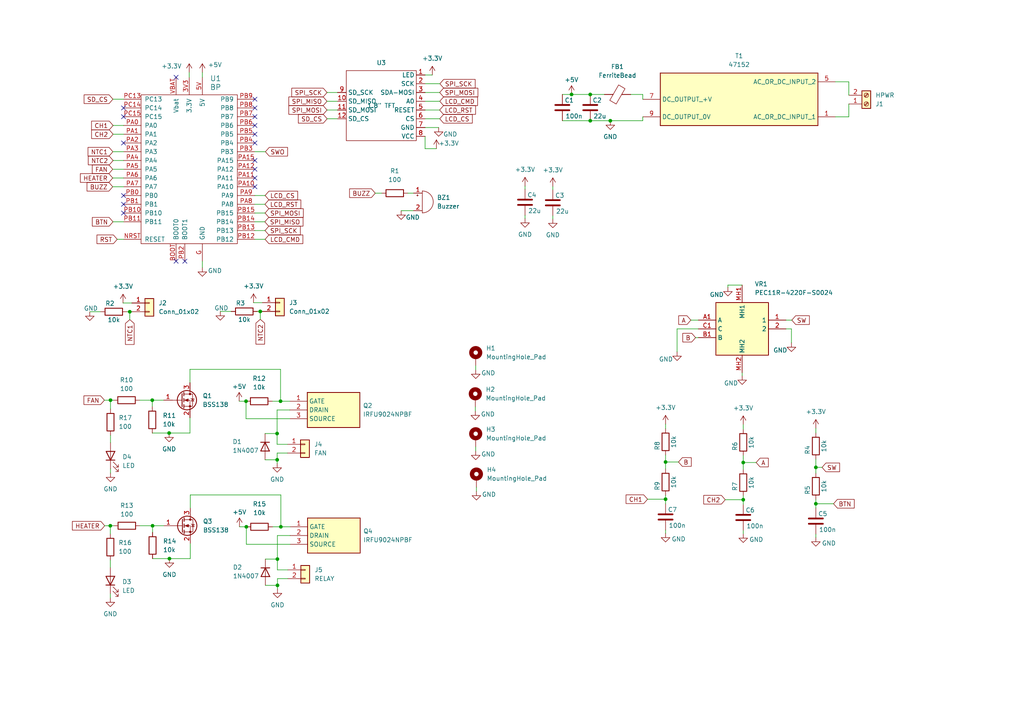
<source format=kicad_sch>
(kicad_sch (version 20230121) (generator eeschema)

  (uuid 2ccb1158-eef5-4422-9e03-e7700e55c72e)

  (paper "A4")

  (lib_symbols
    (symbol "BluePill:BP" (pin_names (offset 1.016)) (in_bom yes) (on_board yes)
      (property "Reference" "U" (at -12.7 22.86 0)
        (effects (font (size 1.524 1.524)))
      )
      (property "Value" "BP" (at 7.62 -24.13 0)
        (effects (font (size 1.524 1.524)))
      )
      (property "Footprint" "Module:blue_pill" (at -2.54 19.05 0)
        (effects (font (size 1.524 1.524)) hide)
      )
      (property "Datasheet" "" (at -2.54 19.05 0)
        (effects (font (size 1.524 1.524)) hide)
      )
      (symbol "BP_0_1"
        (rectangle (start -13.97 21.59) (end 13.97 -21.59)
          (stroke (width 0) (type solid))
          (fill (type none))
        )
      )
      (symbol "BP_1_1"
        (pin power_out line (at 0 26.67 270) (length 5.08)
          (name "3.3V" (effects (font (size 1.27 1.27))))
          (number "3V3" (effects (font (size 1.27 1.27))))
        )
        (pin power_out line (at 3.81 26.67 270) (length 5.08)
          (name "5V" (effects (font (size 1.27 1.27))))
          (number "5V" (effects (font (size 1.27 1.27))))
        )
        (pin input line (at -3.81 -26.67 90) (length 5.08)
          (name "BOOT0" (effects (font (size 1.27 1.27))))
          (number "BOOT" (effects (font (size 1.27 1.27))))
        )
        (pin power_out line (at 3.81 -26.67 90) (length 5.08)
          (name "GND" (effects (font (size 1.27 1.27))))
          (number "G" (effects (font (size 1.27 1.27))))
        )
        (pin input line (at -19.05 -20.32 0) (length 5.08)
          (name "RESET" (effects (font (size 1.27 1.27))))
          (number "NRST" (effects (font (size 1.27 1.27))))
        )
        (pin bidirectional line (at -19.05 12.7 0) (length 5.08)
          (name "PA0" (effects (font (size 1.27 1.27))))
          (number "PA0" (effects (font (size 1.27 1.27))))
        )
        (pin bidirectional line (at -19.05 10.16 0) (length 5.08)
          (name "PA1" (effects (font (size 1.27 1.27))))
          (number "PA1" (effects (font (size 1.27 1.27))))
        )
        (pin bidirectional line (at 19.05 -5.08 180) (length 5.08)
          (name "PA10" (effects (font (size 1.27 1.27))))
          (number "PA10" (effects (font (size 1.27 1.27))))
        )
        (pin bidirectional line (at 19.05 -2.54 180) (length 5.08)
          (name "PA11" (effects (font (size 1.27 1.27))))
          (number "PA11" (effects (font (size 1.27 1.27))))
        )
        (pin bidirectional line (at 19.05 0 180) (length 5.08)
          (name "PA12" (effects (font (size 1.27 1.27))))
          (number "PA12" (effects (font (size 1.27 1.27))))
        )
        (pin bidirectional line (at 19.05 2.54 180) (length 5.08)
          (name "PA15" (effects (font (size 1.27 1.27))))
          (number "PA15" (effects (font (size 1.27 1.27))))
        )
        (pin bidirectional line (at -19.05 7.62 0) (length 5.08)
          (name "PA2" (effects (font (size 1.27 1.27))))
          (number "PA2" (effects (font (size 1.27 1.27))))
        )
        (pin bidirectional line (at -19.05 5.08 0) (length 5.08)
          (name "PA3" (effects (font (size 1.27 1.27))))
          (number "PA3" (effects (font (size 1.27 1.27))))
        )
        (pin bidirectional line (at -19.05 2.54 0) (length 5.08)
          (name "PA4" (effects (font (size 1.27 1.27))))
          (number "PA4" (effects (font (size 1.27 1.27))))
        )
        (pin bidirectional line (at -19.05 0 0) (length 5.08)
          (name "PA5" (effects (font (size 1.27 1.27))))
          (number "PA5" (effects (font (size 1.27 1.27))))
        )
        (pin bidirectional line (at -19.05 -2.54 0) (length 5.08)
          (name "PA6" (effects (font (size 1.27 1.27))))
          (number "PA6" (effects (font (size 1.27 1.27))))
        )
        (pin bidirectional line (at -19.05 -5.08 0) (length 5.08)
          (name "PA7" (effects (font (size 1.27 1.27))))
          (number "PA7" (effects (font (size 1.27 1.27))))
        )
        (pin bidirectional line (at 19.05 -10.16 180) (length 5.08)
          (name "PA8" (effects (font (size 1.27 1.27))))
          (number "PA8" (effects (font (size 1.27 1.27))))
        )
        (pin bidirectional line (at 19.05 -7.62 180) (length 5.08)
          (name "PA9" (effects (font (size 1.27 1.27))))
          (number "PA9" (effects (font (size 1.27 1.27))))
        )
        (pin bidirectional line (at -19.05 -7.62 0) (length 5.08)
          (name "PB0" (effects (font (size 1.27 1.27))))
          (number "PB0" (effects (font (size 1.27 1.27))))
        )
        (pin bidirectional line (at -19.05 -10.16 0) (length 5.08)
          (name "PB1" (effects (font (size 1.27 1.27))))
          (number "PB1" (effects (font (size 1.27 1.27))))
        )
        (pin bidirectional line (at -19.05 -12.7 0) (length 5.08)
          (name "PB10" (effects (font (size 1.27 1.27))))
          (number "PB10" (effects (font (size 1.27 1.27))))
        )
        (pin bidirectional line (at -19.05 -15.24 0) (length 5.08)
          (name "PB11" (effects (font (size 1.27 1.27))))
          (number "PB11" (effects (font (size 1.27 1.27))))
        )
        (pin bidirectional line (at 19.05 -20.32 180) (length 5.08)
          (name "PB12" (effects (font (size 1.27 1.27))))
          (number "PB12" (effects (font (size 1.27 1.27))))
        )
        (pin bidirectional line (at 19.05 -17.78 180) (length 5.08)
          (name "PB13" (effects (font (size 1.27 1.27))))
          (number "PB13" (effects (font (size 1.27 1.27))))
        )
        (pin bidirectional line (at 19.05 -15.24 180) (length 5.08)
          (name "PB14" (effects (font (size 1.27 1.27))))
          (number "PB14" (effects (font (size 1.27 1.27))))
        )
        (pin bidirectional line (at 19.05 -12.7 180) (length 5.08)
          (name "PB15" (effects (font (size 1.27 1.27))))
          (number "PB15" (effects (font (size 1.27 1.27))))
        )
        (pin input line (at -1.27 -26.67 90) (length 5.08)
          (name "BOOT1" (effects (font (size 1.27 1.27))))
          (number "PB2" (effects (font (size 1.27 1.27))))
        )
        (pin bidirectional line (at 19.05 5.08 180) (length 5.08)
          (name "PB3" (effects (font (size 1.27 1.27))))
          (number "PB3" (effects (font (size 1.27 1.27))))
        )
        (pin bidirectional line (at 19.05 7.62 180) (length 5.08)
          (name "PB4" (effects (font (size 1.27 1.27))))
          (number "PB4" (effects (font (size 1.27 1.27))))
        )
        (pin bidirectional line (at 19.05 10.16 180) (length 5.08)
          (name "PB5" (effects (font (size 1.27 1.27))))
          (number "PB5" (effects (font (size 1.27 1.27))))
        )
        (pin bidirectional line (at 19.05 12.7 180) (length 5.08)
          (name "PB6" (effects (font (size 1.27 1.27))))
          (number "PB6" (effects (font (size 1.27 1.27))))
        )
        (pin bidirectional line (at 19.05 15.24 180) (length 5.08)
          (name "PB7" (effects (font (size 1.27 1.27))))
          (number "PB7" (effects (font (size 1.27 1.27))))
        )
        (pin bidirectional line (at 19.05 17.78 180) (length 5.08)
          (name "PB8" (effects (font (size 1.27 1.27))))
          (number "PB8" (effects (font (size 1.27 1.27))))
        )
        (pin bidirectional line (at 19.05 20.32 180) (length 5.08)
          (name "PB9" (effects (font (size 1.27 1.27))))
          (number "PB9" (effects (font (size 1.27 1.27))))
        )
        (pin bidirectional line (at -19.05 20.32 0) (length 5.08)
          (name "PC13" (effects (font (size 1.27 1.27))))
          (number "PC13" (effects (font (size 1.27 1.27))))
        )
        (pin bidirectional line (at -19.05 17.78 0) (length 5.08)
          (name "PC14" (effects (font (size 1.27 1.27))))
          (number "PC14" (effects (font (size 1.27 1.27))))
        )
        (pin bidirectional line (at -19.05 15.24 0) (length 5.08)
          (name "PC15" (effects (font (size 1.27 1.27))))
          (number "PC15" (effects (font (size 1.27 1.27))))
        )
        (pin power_in line (at -3.81 26.67 270) (length 5.08)
          (name "Vbat" (effects (font (size 1.27 1.27))))
          (number "VBAT" (effects (font (size 1.27 1.27))))
        )
      )
    )
    (symbol "Connector:Screw_Terminal_01x02" (pin_names (offset 1.016) hide) (in_bom yes) (on_board yes)
      (property "Reference" "J" (at 0 2.54 0)
        (effects (font (size 1.27 1.27)))
      )
      (property "Value" "Screw_Terminal_01x02" (at 0 -5.08 0)
        (effects (font (size 1.27 1.27)))
      )
      (property "Footprint" "" (at 0 0 0)
        (effects (font (size 1.27 1.27)) hide)
      )
      (property "Datasheet" "~" (at 0 0 0)
        (effects (font (size 1.27 1.27)) hide)
      )
      (property "ki_keywords" "screw terminal" (at 0 0 0)
        (effects (font (size 1.27 1.27)) hide)
      )
      (property "ki_description" "Generic screw terminal, single row, 01x02, script generated (kicad-library-utils/schlib/autogen/connector/)" (at 0 0 0)
        (effects (font (size 1.27 1.27)) hide)
      )
      (property "ki_fp_filters" "TerminalBlock*:*" (at 0 0 0)
        (effects (font (size 1.27 1.27)) hide)
      )
      (symbol "Screw_Terminal_01x02_1_1"
        (rectangle (start -1.27 1.27) (end 1.27 -3.81)
          (stroke (width 0.254) (type default))
          (fill (type background))
        )
        (circle (center 0 -2.54) (radius 0.635)
          (stroke (width 0.1524) (type default))
          (fill (type none))
        )
        (polyline
          (pts
            (xy -0.5334 -2.2098)
            (xy 0.3302 -3.048)
          )
          (stroke (width 0.1524) (type default))
          (fill (type none))
        )
        (polyline
          (pts
            (xy -0.5334 0.3302)
            (xy 0.3302 -0.508)
          )
          (stroke (width 0.1524) (type default))
          (fill (type none))
        )
        (polyline
          (pts
            (xy -0.3556 -2.032)
            (xy 0.508 -2.8702)
          )
          (stroke (width 0.1524) (type default))
          (fill (type none))
        )
        (polyline
          (pts
            (xy -0.3556 0.508)
            (xy 0.508 -0.3302)
          )
          (stroke (width 0.1524) (type default))
          (fill (type none))
        )
        (circle (center 0 0) (radius 0.635)
          (stroke (width 0.1524) (type default))
          (fill (type none))
        )
        (pin passive line (at -5.08 0 0) (length 3.81)
          (name "Pin_1" (effects (font (size 1.27 1.27))))
          (number "1" (effects (font (size 1.27 1.27))))
        )
        (pin passive line (at -5.08 -2.54 0) (length 3.81)
          (name "Pin_2" (effects (font (size 1.27 1.27))))
          (number "2" (effects (font (size 1.27 1.27))))
        )
      )
    )
    (symbol "Connector_Generic:Conn_01x02" (pin_names (offset 1.016) hide) (in_bom yes) (on_board yes)
      (property "Reference" "J" (at 0 2.54 0)
        (effects (font (size 1.27 1.27)))
      )
      (property "Value" "Conn_01x02" (at 0 -5.08 0)
        (effects (font (size 1.27 1.27)))
      )
      (property "Footprint" "" (at 0 0 0)
        (effects (font (size 1.27 1.27)) hide)
      )
      (property "Datasheet" "~" (at 0 0 0)
        (effects (font (size 1.27 1.27)) hide)
      )
      (property "ki_keywords" "connector" (at 0 0 0)
        (effects (font (size 1.27 1.27)) hide)
      )
      (property "ki_description" "Generic connector, single row, 01x02, script generated (kicad-library-utils/schlib/autogen/connector/)" (at 0 0 0)
        (effects (font (size 1.27 1.27)) hide)
      )
      (property "ki_fp_filters" "Connector*:*_1x??_*" (at 0 0 0)
        (effects (font (size 1.27 1.27)) hide)
      )
      (symbol "Conn_01x02_1_1"
        (rectangle (start -1.27 -2.413) (end 0 -2.667)
          (stroke (width 0.1524) (type default))
          (fill (type none))
        )
        (rectangle (start -1.27 0.127) (end 0 -0.127)
          (stroke (width 0.1524) (type default))
          (fill (type none))
        )
        (rectangle (start -1.27 1.27) (end 1.27 -3.81)
          (stroke (width 0.254) (type default))
          (fill (type background))
        )
        (pin passive line (at -5.08 0 0) (length 3.81)
          (name "Pin_1" (effects (font (size 1.27 1.27))))
          (number "1" (effects (font (size 1.27 1.27))))
        )
        (pin passive line (at -5.08 -2.54 0) (length 3.81)
          (name "Pin_2" (effects (font (size 1.27 1.27))))
          (number "2" (effects (font (size 1.27 1.27))))
        )
      )
    )
    (symbol "Device:Buzzer" (pin_names (offset 0.0254) hide) (in_bom yes) (on_board yes)
      (property "Reference" "BZ" (at 3.81 1.27 0)
        (effects (font (size 1.27 1.27)) (justify left))
      )
      (property "Value" "Buzzer" (at 3.81 -1.27 0)
        (effects (font (size 1.27 1.27)) (justify left))
      )
      (property "Footprint" "" (at -0.635 2.54 90)
        (effects (font (size 1.27 1.27)) hide)
      )
      (property "Datasheet" "~" (at -0.635 2.54 90)
        (effects (font (size 1.27 1.27)) hide)
      )
      (property "ki_keywords" "quartz resonator ceramic" (at 0 0 0)
        (effects (font (size 1.27 1.27)) hide)
      )
      (property "ki_description" "Buzzer, polarized" (at 0 0 0)
        (effects (font (size 1.27 1.27)) hide)
      )
      (property "ki_fp_filters" "*Buzzer*" (at 0 0 0)
        (effects (font (size 1.27 1.27)) hide)
      )
      (symbol "Buzzer_0_1"
        (arc (start 0 -3.175) (mid 3.1612 0) (end 0 3.175)
          (stroke (width 0) (type default))
          (fill (type none))
        )
        (polyline
          (pts
            (xy -1.651 1.905)
            (xy -1.143 1.905)
          )
          (stroke (width 0) (type default))
          (fill (type none))
        )
        (polyline
          (pts
            (xy -1.397 2.159)
            (xy -1.397 1.651)
          )
          (stroke (width 0) (type default))
          (fill (type none))
        )
        (polyline
          (pts
            (xy 0 3.175)
            (xy 0 -3.175)
          )
          (stroke (width 0) (type default))
          (fill (type none))
        )
      )
      (symbol "Buzzer_1_1"
        (pin passive line (at -2.54 2.54 0) (length 2.54)
          (name "-" (effects (font (size 1.27 1.27))))
          (number "1" (effects (font (size 1.27 1.27))))
        )
        (pin passive line (at -2.54 -2.54 0) (length 2.54)
          (name "+" (effects (font (size 1.27 1.27))))
          (number "2" (effects (font (size 1.27 1.27))))
        )
      )
    )
    (symbol "Device:C" (pin_numbers hide) (pin_names (offset 0.254)) (in_bom yes) (on_board yes)
      (property "Reference" "C" (at 0.635 2.54 0)
        (effects (font (size 1.27 1.27)) (justify left))
      )
      (property "Value" "C" (at 0.635 -2.54 0)
        (effects (font (size 1.27 1.27)) (justify left))
      )
      (property "Footprint" "" (at 0.9652 -3.81 0)
        (effects (font (size 1.27 1.27)) hide)
      )
      (property "Datasheet" "~" (at 0 0 0)
        (effects (font (size 1.27 1.27)) hide)
      )
      (property "ki_keywords" "cap capacitor" (at 0 0 0)
        (effects (font (size 1.27 1.27)) hide)
      )
      (property "ki_description" "Unpolarized capacitor" (at 0 0 0)
        (effects (font (size 1.27 1.27)) hide)
      )
      (property "ki_fp_filters" "C_*" (at 0 0 0)
        (effects (font (size 1.27 1.27)) hide)
      )
      (symbol "C_0_1"
        (polyline
          (pts
            (xy -2.032 -0.762)
            (xy 2.032 -0.762)
          )
          (stroke (width 0.508) (type default))
          (fill (type none))
        )
        (polyline
          (pts
            (xy -2.032 0.762)
            (xy 2.032 0.762)
          )
          (stroke (width 0.508) (type default))
          (fill (type none))
        )
      )
      (symbol "C_1_1"
        (pin passive line (at 0 3.81 270) (length 2.794)
          (name "~" (effects (font (size 1.27 1.27))))
          (number "1" (effects (font (size 1.27 1.27))))
        )
        (pin passive line (at 0 -3.81 90) (length 2.794)
          (name "~" (effects (font (size 1.27 1.27))))
          (number "2" (effects (font (size 1.27 1.27))))
        )
      )
    )
    (symbol "Device:FerriteBead" (pin_numbers hide) (pin_names (offset 0)) (in_bom yes) (on_board yes)
      (property "Reference" "FB" (at -3.81 0.635 90)
        (effects (font (size 1.27 1.27)))
      )
      (property "Value" "FerriteBead" (at 3.81 0 90)
        (effects (font (size 1.27 1.27)))
      )
      (property "Footprint" "" (at -1.778 0 90)
        (effects (font (size 1.27 1.27)) hide)
      )
      (property "Datasheet" "~" (at 0 0 0)
        (effects (font (size 1.27 1.27)) hide)
      )
      (property "ki_keywords" "L ferrite bead inductor filter" (at 0 0 0)
        (effects (font (size 1.27 1.27)) hide)
      )
      (property "ki_description" "Ferrite bead" (at 0 0 0)
        (effects (font (size 1.27 1.27)) hide)
      )
      (property "ki_fp_filters" "Inductor_* L_* *Ferrite*" (at 0 0 0)
        (effects (font (size 1.27 1.27)) hide)
      )
      (symbol "FerriteBead_0_1"
        (polyline
          (pts
            (xy 0 -1.27)
            (xy 0 -1.2192)
          )
          (stroke (width 0) (type default))
          (fill (type none))
        )
        (polyline
          (pts
            (xy 0 1.27)
            (xy 0 1.2954)
          )
          (stroke (width 0) (type default))
          (fill (type none))
        )
        (polyline
          (pts
            (xy -2.7686 0.4064)
            (xy -1.7018 2.2606)
            (xy 2.7686 -0.3048)
            (xy 1.6764 -2.159)
            (xy -2.7686 0.4064)
          )
          (stroke (width 0) (type default))
          (fill (type none))
        )
      )
      (symbol "FerriteBead_1_1"
        (pin passive line (at 0 3.81 270) (length 2.54)
          (name "~" (effects (font (size 1.27 1.27))))
          (number "1" (effects (font (size 1.27 1.27))))
        )
        (pin passive line (at 0 -3.81 90) (length 2.54)
          (name "~" (effects (font (size 1.27 1.27))))
          (number "2" (effects (font (size 1.27 1.27))))
        )
      )
    )
    (symbol "Device:LED" (pin_numbers hide) (pin_names (offset 1.016) hide) (in_bom yes) (on_board yes)
      (property "Reference" "D" (at 0 2.54 0)
        (effects (font (size 1.27 1.27)))
      )
      (property "Value" "LED" (at 0 -2.54 0)
        (effects (font (size 1.27 1.27)))
      )
      (property "Footprint" "" (at 0 0 0)
        (effects (font (size 1.27 1.27)) hide)
      )
      (property "Datasheet" "~" (at 0 0 0)
        (effects (font (size 1.27 1.27)) hide)
      )
      (property "ki_keywords" "LED diode" (at 0 0 0)
        (effects (font (size 1.27 1.27)) hide)
      )
      (property "ki_description" "Light emitting diode" (at 0 0 0)
        (effects (font (size 1.27 1.27)) hide)
      )
      (property "ki_fp_filters" "LED* LED_SMD:* LED_THT:*" (at 0 0 0)
        (effects (font (size 1.27 1.27)) hide)
      )
      (symbol "LED_0_1"
        (polyline
          (pts
            (xy -1.27 -1.27)
            (xy -1.27 1.27)
          )
          (stroke (width 0.254) (type default))
          (fill (type none))
        )
        (polyline
          (pts
            (xy -1.27 0)
            (xy 1.27 0)
          )
          (stroke (width 0) (type default))
          (fill (type none))
        )
        (polyline
          (pts
            (xy 1.27 -1.27)
            (xy 1.27 1.27)
            (xy -1.27 0)
            (xy 1.27 -1.27)
          )
          (stroke (width 0.254) (type default))
          (fill (type none))
        )
        (polyline
          (pts
            (xy -3.048 -0.762)
            (xy -4.572 -2.286)
            (xy -3.81 -2.286)
            (xy -4.572 -2.286)
            (xy -4.572 -1.524)
          )
          (stroke (width 0) (type default))
          (fill (type none))
        )
        (polyline
          (pts
            (xy -1.778 -0.762)
            (xy -3.302 -2.286)
            (xy -2.54 -2.286)
            (xy -3.302 -2.286)
            (xy -3.302 -1.524)
          )
          (stroke (width 0) (type default))
          (fill (type none))
        )
      )
      (symbol "LED_1_1"
        (pin passive line (at -3.81 0 0) (length 2.54)
          (name "K" (effects (font (size 1.27 1.27))))
          (number "1" (effects (font (size 1.27 1.27))))
        )
        (pin passive line (at 3.81 0 180) (length 2.54)
          (name "A" (effects (font (size 1.27 1.27))))
          (number "2" (effects (font (size 1.27 1.27))))
        )
      )
    )
    (symbol "Device:R" (pin_numbers hide) (pin_names (offset 0)) (in_bom yes) (on_board yes)
      (property "Reference" "R" (at 2.032 0 90)
        (effects (font (size 1.27 1.27)))
      )
      (property "Value" "R" (at 0 0 90)
        (effects (font (size 1.27 1.27)))
      )
      (property "Footprint" "" (at -1.778 0 90)
        (effects (font (size 1.27 1.27)) hide)
      )
      (property "Datasheet" "~" (at 0 0 0)
        (effects (font (size 1.27 1.27)) hide)
      )
      (property "ki_keywords" "R res resistor" (at 0 0 0)
        (effects (font (size 1.27 1.27)) hide)
      )
      (property "ki_description" "Resistor" (at 0 0 0)
        (effects (font (size 1.27 1.27)) hide)
      )
      (property "ki_fp_filters" "R_*" (at 0 0 0)
        (effects (font (size 1.27 1.27)) hide)
      )
      (symbol "R_0_1"
        (rectangle (start -1.016 -2.54) (end 1.016 2.54)
          (stroke (width 0.254) (type default))
          (fill (type none))
        )
      )
      (symbol "R_1_1"
        (pin passive line (at 0 3.81 270) (length 1.27)
          (name "~" (effects (font (size 1.27 1.27))))
          (number "1" (effects (font (size 1.27 1.27))))
        )
        (pin passive line (at 0 -3.81 90) (length 1.27)
          (name "~" (effects (font (size 1.27 1.27))))
          (number "2" (effects (font (size 1.27 1.27))))
        )
      )
    )
    (symbol "Diode:1N4007" (pin_numbers hide) (pin_names hide) (in_bom yes) (on_board yes)
      (property "Reference" "D" (at 0 2.54 0)
        (effects (font (size 1.27 1.27)))
      )
      (property "Value" "1N4007" (at 0 -2.54 0)
        (effects (font (size 1.27 1.27)))
      )
      (property "Footprint" "Diode_THT:D_DO-41_SOD81_P10.16mm_Horizontal" (at 0 -4.445 0)
        (effects (font (size 1.27 1.27)) hide)
      )
      (property "Datasheet" "http://www.vishay.com/docs/88503/1n4001.pdf" (at 0 0 0)
        (effects (font (size 1.27 1.27)) hide)
      )
      (property "Sim.Device" "D" (at 0 0 0)
        (effects (font (size 1.27 1.27)) hide)
      )
      (property "Sim.Pins" "1=K 2=A" (at 0 0 0)
        (effects (font (size 1.27 1.27)) hide)
      )
      (property "ki_keywords" "diode" (at 0 0 0)
        (effects (font (size 1.27 1.27)) hide)
      )
      (property "ki_description" "1000V 1A General Purpose Rectifier Diode, DO-41" (at 0 0 0)
        (effects (font (size 1.27 1.27)) hide)
      )
      (property "ki_fp_filters" "D*DO?41*" (at 0 0 0)
        (effects (font (size 1.27 1.27)) hide)
      )
      (symbol "1N4007_0_1"
        (polyline
          (pts
            (xy -1.27 1.27)
            (xy -1.27 -1.27)
          )
          (stroke (width 0.254) (type default))
          (fill (type none))
        )
        (polyline
          (pts
            (xy 1.27 0)
            (xy -1.27 0)
          )
          (stroke (width 0) (type default))
          (fill (type none))
        )
        (polyline
          (pts
            (xy 1.27 1.27)
            (xy 1.27 -1.27)
            (xy -1.27 0)
            (xy 1.27 1.27)
          )
          (stroke (width 0.254) (type default))
          (fill (type none))
        )
      )
      (symbol "1N4007_1_1"
        (pin passive line (at -3.81 0 0) (length 2.54)
          (name "K" (effects (font (size 1.27 1.27))))
          (number "1" (effects (font (size 1.27 1.27))))
        )
        (pin passive line (at 3.81 0 180) (length 2.54)
          (name "A" (effects (font (size 1.27 1.27))))
          (number "2" (effects (font (size 1.27 1.27))))
        )
      )
    )
    (symbol "GVI:1.8_TFT" (in_bom yes) (on_board yes)
      (property "Reference" "U" (at -1.27 8.89 0)
        (effects (font (size 1.27 1.27)))
      )
      (property "Value" "" (at 0 0 0)
        (effects (font (size 1.27 1.27)))
      )
      (property "Footprint" "" (at 0 0 0)
        (effects (font (size 1.27 1.27)) hide)
      )
      (property "Datasheet" "" (at 0 0 0)
        (effects (font (size 1.27 1.27)) hide)
      )
      (symbol "1.8_TFT_0_1"
        (rectangle (start -10.16 10.16) (end 10.16 -10.16)
          (stroke (width 0) (type default))
          (fill (type none))
        )
      )
      (symbol "1.8_TFT_1_1"
        (pin input line (at 12.7 8.89 180) (length 2.54)
          (name "LED" (effects (font (size 1.27 1.27))))
          (number "1" (effects (font (size 1.27 1.27))))
        )
        (pin input line (at -12.7 1.27 0) (length 2.54)
          (name "SD_MISO" (effects (font (size 1.27 1.27))))
          (number "10" (effects (font (size 1.27 1.27))))
        )
        (pin input line (at -12.7 -1.27 0) (length 2.54)
          (name "SD_MOSI" (effects (font (size 1.27 1.27))))
          (number "11" (effects (font (size 1.27 1.27))))
        )
        (pin input line (at -12.7 -3.81 0) (length 2.54)
          (name "SD_CS" (effects (font (size 1.27 1.27))))
          (number "12" (effects (font (size 1.27 1.27))))
        )
        (pin input line (at 12.7 6.35 180) (length 2.54)
          (name "SCK" (effects (font (size 1.27 1.27))))
          (number "2" (effects (font (size 1.27 1.27))))
        )
        (pin input line (at 12.7 3.81 180) (length 2.54)
          (name "SDA-MOSI" (effects (font (size 1.27 1.27))))
          (number "3" (effects (font (size 1.27 1.27))))
        )
        (pin input line (at 12.7 1.27 180) (length 2.54)
          (name "A0" (effects (font (size 1.27 1.27))))
          (number "4" (effects (font (size 1.27 1.27))))
        )
        (pin input line (at 12.7 -1.27 180) (length 2.54)
          (name "RESET" (effects (font (size 1.27 1.27))))
          (number "5" (effects (font (size 1.27 1.27))))
        )
        (pin input line (at 12.7 -3.81 180) (length 2.54)
          (name "CS" (effects (font (size 1.27 1.27))))
          (number "6" (effects (font (size 1.27 1.27))))
        )
        (pin power_in line (at 12.7 -6.35 180) (length 2.54)
          (name "GND" (effects (font (size 1.27 1.27))))
          (number "7" (effects (font (size 1.27 1.27))))
        )
        (pin power_in line (at 12.7 -8.89 180) (length 2.54)
          (name "VCC" (effects (font (size 1.27 1.27))))
          (number "8" (effects (font (size 1.27 1.27))))
        )
        (pin input line (at -12.7 3.81 0) (length 2.54)
          (name "SD_SCK" (effects (font (size 1.27 1.27))))
          (number "9" (effects (font (size 1.27 1.27))))
        )
      )
    )
    (symbol "IRFU9024N:IRFU9024NPBF" (in_bom yes) (on_board yes)
      (property "Reference" "Q" (at 21.59 7.62 0)
        (effects (font (size 1.27 1.27)) (justify left top))
      )
      (property "Value" "IRFU9024NPBF" (at 21.59 5.08 0)
        (effects (font (size 1.27 1.27)) (justify left top))
      )
      (property "Footprint" "TO229P239X654X978-3P" (at 21.59 -94.92 0)
        (effects (font (size 1.27 1.27)) (justify left top) hide)
      )
      (property "Datasheet" "http://www.irf.com/product-info/datasheets/data/irfr9024npbf.pdf" (at 21.59 -194.92 0)
        (effects (font (size 1.27 1.27)) (justify left top) hide)
      )
      (property "Height" "2.39" (at 21.59 -394.92 0)
        (effects (font (size 1.27 1.27)) (justify left top) hide)
      )
      (property "Mouser Part Number" "942-IRFU9024NPBF" (at 21.59 -494.92 0)
        (effects (font (size 1.27 1.27)) (justify left top) hide)
      )
      (property "Mouser Price/Stock" "https://www.mouser.co.uk/ProductDetail/Infineon-Technologies/IRFU9024NPBF?qs=9%252BKlkBgLFf3YlYjLCfhGuw%3D%3D" (at 21.59 -594.92 0)
        (effects (font (size 1.27 1.27)) (justify left top) hide)
      )
      (property "Manufacturer_Name" "Infineon" (at 21.59 -694.92 0)
        (effects (font (size 1.27 1.27)) (justify left top) hide)
      )
      (property "Manufacturer_Part_Number" "IRFU9024NPBF" (at 21.59 -794.92 0)
        (effects (font (size 1.27 1.27)) (justify left top) hide)
      )
      (property "ki_description" "MOSFET P-Channel 55V 11A IPAK Infineon IRFU9024NPBF P-channel MOSFET Transistor, 11 A, 55 V, 3-Pin IPAK" (at 0 0 0)
        (effects (font (size 1.27 1.27)) hide)
      )
      (symbol "IRFU9024NPBF_1_1"
        (rectangle (start 5.08 2.54) (end 20.32 -7.62)
          (stroke (width 0.254) (type default))
          (fill (type background))
        )
        (pin passive line (at 0 0 0) (length 5.08)
          (name "GATE" (effects (font (size 1.27 1.27))))
          (number "1" (effects (font (size 1.27 1.27))))
        )
        (pin passive line (at 0 -2.54 0) (length 5.08)
          (name "DRAIN" (effects (font (size 1.27 1.27))))
          (number "2" (effects (font (size 1.27 1.27))))
        )
        (pin passive line (at 0 -5.08 0) (length 5.08)
          (name "SOURCE" (effects (font (size 1.27 1.27))))
          (number "3" (effects (font (size 1.27 1.27))))
        )
      )
    )
    (symbol "MYRRA 47152:47152" (in_bom yes) (on_board yes)
      (property "Reference" "T" (at 13.97 0 0)
        (effects (font (size 1.27 1.27)) (justify left top))
      )
      (property "Value" "47152" (at 13.97 -2.54 0)
        (effects (font (size 1.27 1.27)) (justify left top))
      )
      (property "Footprint" "47121" (at 13.97 -102.54 0)
        (effects (font (size 1.27 1.27)) (justify left top) hide)
      )
      (property "Datasheet" "http://uk.rs-online.com/web/p/products/7924360" (at 13.97 -202.54 0)
        (effects (font (size 1.27 1.27)) (justify left top) hide)
      )
      (property "Height" "22" (at 13.97 -402.54 0)
        (effects (font (size 1.27 1.27)) (justify left top) hide)
      )
      (property "Manufacturer_Name" "MYRRA" (at 13.97 -502.54 0)
        (effects (font (size 1.27 1.27)) (justify left top) hide)
      )
      (property "Manufacturer_Part_Number" "47152" (at 13.97 -602.54 0)
        (effects (font (size 1.27 1.27)) (justify left top) hide)
      )
      (property "Mouser Part Number" "" (at 13.97 -702.54 0)
        (effects (font (size 1.27 1.27)) (justify left top) hide)
      )
      (property "Mouser Price/Stock" "" (at 13.97 -802.54 0)
        (effects (font (size 1.27 1.27)) (justify left top) hide)
      )
      (property "Arrow Part Number" "47152" (at 13.97 -902.54 0)
        (effects (font (size 1.27 1.27)) (justify left top) hide)
      )
      (property "Arrow Price/Stock" "https://www.arrow.com/en/products/47152/myrra?region=europe" (at 13.97 -1002.54 0)
        (effects (font (size 1.27 1.27)) (justify left top) hide)
      )
      (property "ki_description" "Electronic Transformer 5Vdc regulated" (at 0 0 0)
        (effects (font (size 1.27 1.27)) hide)
      )
      (symbol "47152_1_1"
        (rectangle (start -2.54 -5.08) (end 12.7 -50.8)
          (stroke (width 0.254) (type default))
          (fill (type background))
        )
        (pin passive line (at 0 -55.88 90) (length 5.08)
          (name "AC_OR_DC_INPUT_1" (effects (font (size 1.27 1.27))))
          (number "1" (effects (font (size 1.27 1.27))))
        )
        (pin passive line (at 10.16 -55.88 90) (length 5.08)
          (name "AC_OR_DC_INPUT_2" (effects (font (size 1.27 1.27))))
          (number "5" (effects (font (size 1.27 1.27))))
        )
        (pin passive line (at 5.08 0 270) (length 5.08)
          (name "DC_OUTPUT_+V" (effects (font (size 1.27 1.27))))
          (number "7" (effects (font (size 1.27 1.27))))
        )
        (pin passive line (at 0 0 270) (length 5.08)
          (name "DC_OUTPUT_0V" (effects (font (size 1.27 1.27))))
          (number "9" (effects (font (size 1.27 1.27))))
        )
      )
    )
    (symbol "Mechanical:MountingHole_Pad" (pin_numbers hide) (pin_names (offset 1.016) hide) (in_bom yes) (on_board yes)
      (property "Reference" "H" (at 0 6.35 0)
        (effects (font (size 1.27 1.27)))
      )
      (property "Value" "MountingHole_Pad" (at 0 4.445 0)
        (effects (font (size 1.27 1.27)))
      )
      (property "Footprint" "" (at 0 0 0)
        (effects (font (size 1.27 1.27)) hide)
      )
      (property "Datasheet" "~" (at 0 0 0)
        (effects (font (size 1.27 1.27)) hide)
      )
      (property "ki_keywords" "mounting hole" (at 0 0 0)
        (effects (font (size 1.27 1.27)) hide)
      )
      (property "ki_description" "Mounting Hole with connection" (at 0 0 0)
        (effects (font (size 1.27 1.27)) hide)
      )
      (property "ki_fp_filters" "MountingHole*Pad*" (at 0 0 0)
        (effects (font (size 1.27 1.27)) hide)
      )
      (symbol "MountingHole_Pad_0_1"
        (circle (center 0 1.27) (radius 1.27)
          (stroke (width 1.27) (type default))
          (fill (type none))
        )
      )
      (symbol "MountingHole_Pad_1_1"
        (pin input line (at 0 -2.54 90) (length 2.54)
          (name "1" (effects (font (size 1.27 1.27))))
          (number "1" (effects (font (size 1.27 1.27))))
        )
      )
    )
    (symbol "PEC11R-4220F-S0024:PEC11R-4220F-S0024" (in_bom yes) (on_board yes)
      (property "Reference" "VR" (at 21.59 12.7 0)
        (effects (font (size 1.27 1.27)) (justify left top))
      )
      (property "Value" "PEC11R-4220F-S0024" (at 21.59 10.16 0)
        (effects (font (size 1.27 1.27)) (justify left top))
      )
      (property "Footprint" "PEC11R4220FS0024" (at 21.59 -89.84 0)
        (effects (font (size 1.27 1.27)) (justify left top) hide)
      )
      (property "Datasheet" "https://www.bourns.com/docs/Product-Datasheets/PEC11R.pdf" (at 21.59 -189.84 0)
        (effects (font (size 1.27 1.27)) (justify left top) hide)
      )
      (property "Height" "27.5" (at 21.59 -389.84 0)
        (effects (font (size 1.27 1.27)) (justify left top) hide)
      )
      (property "Mouser Part Number" "652-PEC11R-4220F-S24" (at 21.59 -489.84 0)
        (effects (font (size 1.27 1.27)) (justify left top) hide)
      )
      (property "Mouser Price/Stock" "https://www.mouser.co.uk/ProductDetail/Bourns/PEC11R-4220F-S0024?qs=Zq5ylnUbLm6NGsQdib%2Ffbw%3D%3D" (at 21.59 -589.84 0)
        (effects (font (size 1.27 1.27)) (justify left top) hide)
      )
      (property "Manufacturer_Name" "Bourns" (at 21.59 -689.84 0)
        (effects (font (size 1.27 1.27)) (justify left top) hide)
      )
      (property "Manufacturer_Part_Number" "PEC11R-4220F-S0024" (at 21.59 -789.84 0)
        (effects (font (size 1.27 1.27)) (justify left top) hide)
      )
      (property "ki_description" "Bourns 24 Pulse Incremental Mechanical Rotary Encoder with a 6 mm Flat Shaft (Not Indexed), Through Hole" (at 0 0 0)
        (effects (font (size 1.27 1.27)) hide)
      )
      (symbol "PEC11R-4220F-S0024_1_1"
        (rectangle (start 5.08 7.62) (end 20.32 -7.62)
          (stroke (width 0.254) (type default))
          (fill (type background))
        )
        (pin passive line (at 10.16 12.7 270) (length 5.08)
          (name "1" (effects (font (size 1.27 1.27))))
          (number "1" (effects (font (size 1.27 1.27))))
        )
        (pin passive line (at 12.7 12.7 270) (length 5.08)
          (name "2" (effects (font (size 1.27 1.27))))
          (number "2" (effects (font (size 1.27 1.27))))
        )
        (pin passive line (at 10.16 -12.7 90) (length 5.08)
          (name "A" (effects (font (size 1.27 1.27))))
          (number "A1" (effects (font (size 1.27 1.27))))
        )
        (pin passive line (at 15.24 -12.7 90) (length 5.08)
          (name "B" (effects (font (size 1.27 1.27))))
          (number "B1" (effects (font (size 1.27 1.27))))
        )
        (pin passive line (at 12.7 -12.7 90) (length 5.08)
          (name "C" (effects (font (size 1.27 1.27))))
          (number "C1" (effects (font (size 1.27 1.27))))
        )
        (pin passive line (at 0 0 0) (length 5.08)
          (name "MH1" (effects (font (size 1.27 1.27))))
          (number "MH1" (effects (font (size 1.27 1.27))))
        )
        (pin passive line (at 25.4 0 180) (length 5.08)
          (name "MH2" (effects (font (size 1.27 1.27))))
          (number "MH2" (effects (font (size 1.27 1.27))))
        )
      )
    )
    (symbol "Transistor_FET:BSS138" (pin_names hide) (in_bom yes) (on_board yes)
      (property "Reference" "Q" (at 5.08 1.905 0)
        (effects (font (size 1.27 1.27)) (justify left))
      )
      (property "Value" "BSS138" (at 5.08 0 0)
        (effects (font (size 1.27 1.27)) (justify left))
      )
      (property "Footprint" "Package_TO_SOT_SMD:SOT-23" (at 5.08 -1.905 0)
        (effects (font (size 1.27 1.27) italic) (justify left) hide)
      )
      (property "Datasheet" "https://www.onsemi.com/pub/Collateral/BSS138-D.PDF" (at 0 0 0)
        (effects (font (size 1.27 1.27)) (justify left) hide)
      )
      (property "ki_keywords" "N-Channel MOSFET" (at 0 0 0)
        (effects (font (size 1.27 1.27)) hide)
      )
      (property "ki_description" "50V Vds, 0.22A Id, N-Channel MOSFET, SOT-23" (at 0 0 0)
        (effects (font (size 1.27 1.27)) hide)
      )
      (property "ki_fp_filters" "SOT?23*" (at 0 0 0)
        (effects (font (size 1.27 1.27)) hide)
      )
      (symbol "BSS138_0_1"
        (polyline
          (pts
            (xy 0.254 0)
            (xy -2.54 0)
          )
          (stroke (width 0) (type default))
          (fill (type none))
        )
        (polyline
          (pts
            (xy 0.254 1.905)
            (xy 0.254 -1.905)
          )
          (stroke (width 0.254) (type default))
          (fill (type none))
        )
        (polyline
          (pts
            (xy 0.762 -1.27)
            (xy 0.762 -2.286)
          )
          (stroke (width 0.254) (type default))
          (fill (type none))
        )
        (polyline
          (pts
            (xy 0.762 0.508)
            (xy 0.762 -0.508)
          )
          (stroke (width 0.254) (type default))
          (fill (type none))
        )
        (polyline
          (pts
            (xy 0.762 2.286)
            (xy 0.762 1.27)
          )
          (stroke (width 0.254) (type default))
          (fill (type none))
        )
        (polyline
          (pts
            (xy 2.54 2.54)
            (xy 2.54 1.778)
          )
          (stroke (width 0) (type default))
          (fill (type none))
        )
        (polyline
          (pts
            (xy 2.54 -2.54)
            (xy 2.54 0)
            (xy 0.762 0)
          )
          (stroke (width 0) (type default))
          (fill (type none))
        )
        (polyline
          (pts
            (xy 0.762 -1.778)
            (xy 3.302 -1.778)
            (xy 3.302 1.778)
            (xy 0.762 1.778)
          )
          (stroke (width 0) (type default))
          (fill (type none))
        )
        (polyline
          (pts
            (xy 1.016 0)
            (xy 2.032 0.381)
            (xy 2.032 -0.381)
            (xy 1.016 0)
          )
          (stroke (width 0) (type default))
          (fill (type outline))
        )
        (polyline
          (pts
            (xy 2.794 0.508)
            (xy 2.921 0.381)
            (xy 3.683 0.381)
            (xy 3.81 0.254)
          )
          (stroke (width 0) (type default))
          (fill (type none))
        )
        (polyline
          (pts
            (xy 3.302 0.381)
            (xy 2.921 -0.254)
            (xy 3.683 -0.254)
            (xy 3.302 0.381)
          )
          (stroke (width 0) (type default))
          (fill (type none))
        )
        (circle (center 1.651 0) (radius 2.794)
          (stroke (width 0.254) (type default))
          (fill (type none))
        )
        (circle (center 2.54 -1.778) (radius 0.254)
          (stroke (width 0) (type default))
          (fill (type outline))
        )
        (circle (center 2.54 1.778) (radius 0.254)
          (stroke (width 0) (type default))
          (fill (type outline))
        )
      )
      (symbol "BSS138_1_1"
        (pin input line (at -5.08 0 0) (length 2.54)
          (name "G" (effects (font (size 1.27 1.27))))
          (number "1" (effects (font (size 1.27 1.27))))
        )
        (pin passive line (at 2.54 -5.08 90) (length 2.54)
          (name "S" (effects (font (size 1.27 1.27))))
          (number "2" (effects (font (size 1.27 1.27))))
        )
        (pin passive line (at 2.54 5.08 270) (length 2.54)
          (name "D" (effects (font (size 1.27 1.27))))
          (number "3" (effects (font (size 1.27 1.27))))
        )
      )
    )
    (symbol "power:+3.3V" (power) (pin_names (offset 0)) (in_bom yes) (on_board yes)
      (property "Reference" "#PWR" (at 0 -3.81 0)
        (effects (font (size 1.27 1.27)) hide)
      )
      (property "Value" "+3.3V" (at 0 3.556 0)
        (effects (font (size 1.27 1.27)))
      )
      (property "Footprint" "" (at 0 0 0)
        (effects (font (size 1.27 1.27)) hide)
      )
      (property "Datasheet" "" (at 0 0 0)
        (effects (font (size 1.27 1.27)) hide)
      )
      (property "ki_keywords" "global power" (at 0 0 0)
        (effects (font (size 1.27 1.27)) hide)
      )
      (property "ki_description" "Power symbol creates a global label with name \"+3.3V\"" (at 0 0 0)
        (effects (font (size 1.27 1.27)) hide)
      )
      (symbol "+3.3V_0_1"
        (polyline
          (pts
            (xy -0.762 1.27)
            (xy 0 2.54)
          )
          (stroke (width 0) (type default))
          (fill (type none))
        )
        (polyline
          (pts
            (xy 0 0)
            (xy 0 2.54)
          )
          (stroke (width 0) (type default))
          (fill (type none))
        )
        (polyline
          (pts
            (xy 0 2.54)
            (xy 0.762 1.27)
          )
          (stroke (width 0) (type default))
          (fill (type none))
        )
      )
      (symbol "+3.3V_1_1"
        (pin power_in line (at 0 0 90) (length 0) hide
          (name "+3.3V" (effects (font (size 1.27 1.27))))
          (number "1" (effects (font (size 1.27 1.27))))
        )
      )
    )
    (symbol "power:+5V" (power) (pin_names (offset 0)) (in_bom yes) (on_board yes)
      (property "Reference" "#PWR" (at 0 -3.81 0)
        (effects (font (size 1.27 1.27)) hide)
      )
      (property "Value" "+5V" (at 0 3.556 0)
        (effects (font (size 1.27 1.27)))
      )
      (property "Footprint" "" (at 0 0 0)
        (effects (font (size 1.27 1.27)) hide)
      )
      (property "Datasheet" "" (at 0 0 0)
        (effects (font (size 1.27 1.27)) hide)
      )
      (property "ki_keywords" "global power" (at 0 0 0)
        (effects (font (size 1.27 1.27)) hide)
      )
      (property "ki_description" "Power symbol creates a global label with name \"+5V\"" (at 0 0 0)
        (effects (font (size 1.27 1.27)) hide)
      )
      (symbol "+5V_0_1"
        (polyline
          (pts
            (xy -0.762 1.27)
            (xy 0 2.54)
          )
          (stroke (width 0) (type default))
          (fill (type none))
        )
        (polyline
          (pts
            (xy 0 0)
            (xy 0 2.54)
          )
          (stroke (width 0) (type default))
          (fill (type none))
        )
        (polyline
          (pts
            (xy 0 2.54)
            (xy 0.762 1.27)
          )
          (stroke (width 0) (type default))
          (fill (type none))
        )
      )
      (symbol "+5V_1_1"
        (pin power_in line (at 0 0 90) (length 0) hide
          (name "+5V" (effects (font (size 1.27 1.27))))
          (number "1" (effects (font (size 1.27 1.27))))
        )
      )
    )
    (symbol "power:GND" (power) (pin_names (offset 0)) (in_bom yes) (on_board yes)
      (property "Reference" "#PWR" (at 0 -6.35 0)
        (effects (font (size 1.27 1.27)) hide)
      )
      (property "Value" "GND" (at 0 -3.81 0)
        (effects (font (size 1.27 1.27)))
      )
      (property "Footprint" "" (at 0 0 0)
        (effects (font (size 1.27 1.27)) hide)
      )
      (property "Datasheet" "" (at 0 0 0)
        (effects (font (size 1.27 1.27)) hide)
      )
      (property "ki_keywords" "global power" (at 0 0 0)
        (effects (font (size 1.27 1.27)) hide)
      )
      (property "ki_description" "Power symbol creates a global label with name \"GND\" , ground" (at 0 0 0)
        (effects (font (size 1.27 1.27)) hide)
      )
      (symbol "GND_0_1"
        (polyline
          (pts
            (xy 0 0)
            (xy 0 -1.27)
            (xy 1.27 -1.27)
            (xy 0 -2.54)
            (xy -1.27 -1.27)
            (xy 0 -1.27)
          )
          (stroke (width 0) (type default))
          (fill (type none))
        )
      )
      (symbol "GND_1_1"
        (pin power_in line (at 0 0 270) (length 0) hide
          (name "GND" (effects (font (size 1.27 1.27))))
          (number "1" (effects (font (size 1.27 1.27))))
        )
      )
    )
  )

  (junction (at 193.04 144.79) (diameter 0) (color 0 0 0 0)
    (uuid 0261cfab-4efe-4375-ae68-6ded6cfff7a7)
  )
  (junction (at 171.2 35.02) (diameter 0) (color 0 0 0 0)
    (uuid 1b5fc56d-08cc-4e1e-a1e8-d3b9a8310516)
  )
  (junction (at 80.48 169.78) (diameter 0) (color 0 0 0 0)
    (uuid 2d45f28b-4fd0-44ae-b6a2-76e7559cc008)
  )
  (junction (at 236.63 146.11) (diameter 0) (color 0 0 0 0)
    (uuid 2e070a97-0a5a-4dfb-abf9-525ce48e7f36)
  )
  (junction (at 236.63 135.56) (diameter 0) (color 0 0 0 0)
    (uuid 3e257027-2a73-4719-b146-a4e74cd2e937)
  )
  (junction (at 49.14 162.02) (diameter 0) (color 0 0 0 0)
    (uuid 4191e0a3-331a-4de8-b601-45d9b1955933)
  )
  (junction (at 80.46 162.16) (diameter 0) (color 0 0 0 0)
    (uuid 4695e7f6-94a4-4c43-b491-c183cc06dcd4)
  )
  (junction (at 80.37 125.74) (diameter 0) (color 0 0 0 0)
    (uuid 4b0338fc-b7e2-405c-abd1-35799ccba7fc)
  )
  (junction (at 81.46 152.79) (diameter 0) (color 0 0 0 0)
    (uuid 53a7cacc-8ea3-45ab-a201-2bb085bfa2f2)
  )
  (junction (at 215.57 134.15) (diameter 0) (color 0 0 0 0)
    (uuid 7b77cb78-9ec7-4dfc-9605-e785c0f4f960)
  )
  (junction (at 165.77 27.4) (diameter 0) (color 0 0 0 0)
    (uuid 815f8b8e-3947-4d18-a401-d85f5e95b99f)
  )
  (junction (at 71.45 152.79) (diameter 0) (color 0 0 0 0)
    (uuid 93d9ed8c-b286-4053-abf6-bf5f2297c5af)
  )
  (junction (at 75.49 90.33) (diameter 0) (color 0 0 0 0)
    (uuid 99cf75ce-04ca-4c5e-a265-42a8e3e88bfe)
  )
  (junction (at 215.57 144.94) (diameter 0) (color 0 0 0 0)
    (uuid 9d64a707-935c-435c-a3ae-8a2f6c57d50c)
  )
  (junction (at 193.04 134) (diameter 0) (color 0 0 0 0)
    (uuid a5fef648-c9e8-4c02-a305-66c7823dcc7c)
  )
  (junction (at 81.37 116.37) (diameter 0) (color 0 0 0 0)
    (uuid a7cbb339-f24e-4b13-bcb9-ec687dbef545)
  )
  (junction (at 71.36 116.37) (diameter 0) (color 0 0 0 0)
    (uuid a83b7bc5-43bb-456f-9e86-4b604de71980)
  )
  (junction (at 32.05 116.07) (diameter 0) (color 0 0 0 0)
    (uuid af5b683e-f616-4f4c-b91c-5af9d5a9c697)
  )
  (junction (at 171.2 27.4) (diameter 0) (color 0 0 0 0)
    (uuid b310c54f-72c2-4850-a813-faedc5771032)
  )
  (junction (at 44.16 116.07) (diameter 0) (color 0 0 0 0)
    (uuid b61abd35-1652-429b-8a56-183ab8538092)
  )
  (junction (at 44.25 152.49) (diameter 0) (color 0 0 0 0)
    (uuid b9ee65cd-ffc2-4980-88e5-7101c5ab1deb)
  )
  (junction (at 49.05 125.6) (diameter 0) (color 0 0 0 0)
    (uuid c56e9a1f-12b7-4436-bb99-eb5d7ecd4556)
  )
  (junction (at 32 152.49) (diameter 0) (color 0 0 0 0)
    (uuid cef6c07d-4860-4890-a887-3e44a0560da1)
  )
  (junction (at 80.39 133.36) (diameter 0) (color 0 0 0 0)
    (uuid df33611f-e812-4db7-be30-6610909249be)
  )
  (junction (at 177.02 35.02) (diameter 0) (color 0 0 0 0)
    (uuid ed0f12d7-b4fd-4ce9-840a-553c5db6abae)
  )
  (junction (at 37.64 90.42) (diameter 0) (color 0 0 0 0)
    (uuid fb733fef-4b39-4f5c-823e-f317ca795385)
  )

  (no_connect (at 35.83 56.71) (uuid 101d83df-c6b5-4853-80e0-69c67acfb593))
  (no_connect (at 35.83 61.79) (uuid 1744b4e4-d3ac-4e69-8dd3-f43f6c60b3ba))
  (no_connect (at 73.93 38.93) (uuid 26b5e035-52ed-457e-90c0-cb907bc24818))
  (no_connect (at 35.83 59.25) (uuid 521abe78-61c3-4b27-a693-3ce05602208a))
  (no_connect (at 35.83 33.85) (uuid 5306e663-ff4a-4606-b87d-258585cc838b))
  (no_connect (at 73.93 36.39) (uuid 5bbecf5d-1194-42d4-976c-9ee3451f7264))
  (no_connect (at 35.83 31.31) (uuid 651913b4-9ebf-4a00-b5fd-c2f7b7b2e5f2))
  (no_connect (at 51.07 22.42) (uuid 673594fb-378f-40a4-8eb6-285ca778c2a5))
  (no_connect (at 73.93 31.31) (uuid 6c2a2560-5863-45e0-8c6d-c45628a5480f))
  (no_connect (at 73.93 41.47) (uuid 85ac35d0-c1b5-40b9-89df-1030d7a44fec))
  (no_connect (at 73.93 51.63) (uuid 947a12b4-ead2-494a-9f70-9c2f72e828ad))
  (no_connect (at 73.93 49.09) (uuid a8208494-584f-40d3-8a73-39758ae6372e))
  (no_connect (at 35.83 41.47) (uuid ade190ec-e522-406c-8d24-b4db69405cef))
  (no_connect (at 73.93 54.17) (uuid b07e9f73-ef61-4de7-a008-975f5248a9dd))
  (no_connect (at 51.07 75.76) (uuid b5bc297a-eefa-4c0f-a5cc-a2a41e5cfa84))
  (no_connect (at 73.93 33.85) (uuid bdfa2aa3-1e6e-44ca-a8c8-ae07f73a9bbc))
  (no_connect (at 73.93 46.55) (uuid c734e414-0e9b-4d89-85db-68070e875525))
  (no_connect (at 53.61 75.76) (uuid f41f43b9-0595-4cb8-bce3-cbc5cc5a3493))
  (no_connect (at 73.93 28.77) (uuid f96d9205-dda9-41ab-9454-d0ef87eef58d))

  (wire (pts (xy 236.63 146.11) (xy 236.63 147.34))
    (stroke (width 0) (type default))
    (uuid 0074eebd-340e-4222-86e3-73f34a146e27)
  )
  (wire (pts (xy 94.85 31.91) (xy 97.89 31.91))
    (stroke (width 0) (type default))
    (uuid 00763cf0-74cd-498f-b95b-71218bbfcc99)
  )
  (wire (pts (xy 193.04 123.02) (xy 193.04 124.35))
    (stroke (width 0) (type default))
    (uuid 00cdcd6f-42cc-44d8-9eae-22c9e0c960c6)
  )
  (wire (pts (xy 84.14 155.33) (xy 80.46 155.33))
    (stroke (width 0) (type default))
    (uuid 03037b5c-6874-4d73-beb6-4867fff01d1d)
  )
  (wire (pts (xy 44.16 125.6) (xy 49.05 125.6))
    (stroke (width 0) (type default))
    (uuid 050290d7-3dd2-4ad2-8228-971f9b13bb8f)
  )
  (wire (pts (xy 44.25 152.49) (xy 44.25 154.4))
    (stroke (width 0) (type default))
    (uuid 05e1f72d-573b-46aa-ad3b-37bdc8c6c60d)
  )
  (wire (pts (xy 160.34 62.62) (xy 160.34 63.51))
    (stroke (width 0) (type default))
    (uuid 09011268-e1dd-44fb-99a8-4d968a8b1183)
  )
  (wire (pts (xy 81.37 116.37) (xy 84.05 116.37))
    (stroke (width 0) (type default))
    (uuid 0992d97d-a5c3-40e1-9713-0fb74e9137f2)
  )
  (wire (pts (xy 32.81 38.93) (xy 35.83 38.93))
    (stroke (width 0) (type default))
    (uuid 0ac3b235-0490-4201-bddc-eaa8a9cf9ea3)
  )
  (wire (pts (xy 73.53 87.79) (xy 76.09 87.79))
    (stroke (width 0) (type default))
    (uuid 0d22123c-a9fb-4331-81ee-807c152cf060)
  )
  (wire (pts (xy 80.37 125.74) (xy 80.37 128.87))
    (stroke (width 0) (type default))
    (uuid 0d6c03a4-048a-4e4d-baa3-e0959fdb3bfe)
  )
  (wire (pts (xy 137.97 129.62) (xy 137.97 130.8))
    (stroke (width 0) (type default))
    (uuid 0f26bc5b-f467-43d9-8b0e-c50a6c357d4c)
  )
  (wire (pts (xy 34 69.41) (xy 35.83 69.41))
    (stroke (width 0) (type default))
    (uuid 0f5ff439-694c-4a01-af2b-70fcf8ca9782)
  )
  (wire (pts (xy 227.96 92.85) (xy 229.66 92.85))
    (stroke (width 0) (type default))
    (uuid 1108ba44-931f-430d-a60f-8f578898d0a5)
  )
  (wire (pts (xy 81.46 152.79) (xy 84.14 152.79))
    (stroke (width 0) (type default))
    (uuid 11ca79cd-2f5e-4d2c-9e4b-d593e95d82bc)
  )
  (wire (pts (xy 84.05 121.45) (xy 71.36 121.45))
    (stroke (width 0) (type default))
    (uuid 13713623-5de6-4e40-9d80-19dc70126994)
  )
  (wire (pts (xy 163.1 27.4) (xy 165.77 27.4))
    (stroke (width 0) (type default))
    (uuid 13ba7ba6-7d91-4fd5-bf88-302752d6db2e)
  )
  (wire (pts (xy 137.98 106.08) (xy 137.98 107.26))
    (stroke (width 0) (type default))
    (uuid 142faf3d-01ba-4603-8b53-8274205f710c)
  )
  (wire (pts (xy 215.57 123.17) (xy 215.57 124.5))
    (stroke (width 0) (type default))
    (uuid 1533d564-7998-4f84-96cc-430b7763593d)
  )
  (wire (pts (xy 35.68 87.88) (xy 38.24 87.88))
    (stroke (width 0) (type default))
    (uuid 165f1b79-7707-433f-95e2-ed56d5f9f641)
  )
  (wire (pts (xy 236.63 133.18) (xy 236.63 135.56))
    (stroke (width 0) (type default))
    (uuid 173607de-2d84-49b0-b517-12d0f848f057)
  )
  (wire (pts (xy 246.19 23.73) (xy 246.19 27.62))
    (stroke (width 0) (type default))
    (uuid 182caf7c-f5f6-4e2e-bad7-f02af76a3d01)
  )
  (wire (pts (xy 32.77 64.33) (xy 35.83 64.33))
    (stroke (width 0) (type default))
    (uuid 19ed0e2c-464a-4a4e-bbd8-0af9480cfe89)
  )
  (wire (pts (xy 177.02 35.02) (xy 186.43 35.02))
    (stroke (width 0) (type default))
    (uuid 1b04b61e-6116-4798-9f89-2923f9892131)
  )
  (wire (pts (xy 73.93 56.71) (xy 76.89 56.71))
    (stroke (width 0) (type default))
    (uuid 1c6f2a54-8353-435c-809d-5fcf5393637d)
  )
  (wire (pts (xy 73.93 44.01) (xy 76.98 44.01))
    (stroke (width 0) (type default))
    (uuid 1e666901-e523-4d06-8c57-08952ce47ae0)
  )
  (wire (pts (xy 116.35 61.11) (xy 119.94 61.11))
    (stroke (width 0) (type default))
    (uuid 1f8444ea-caee-455d-8fed-2cc4216e534b)
  )
  (wire (pts (xy 242.31 33.89) (xy 246.19 33.89))
    (stroke (width 0) (type default))
    (uuid 202fd8f4-cd24-496e-b155-8720efb0537f)
  )
  (wire (pts (xy 182.93 27.4) (xy 186.43 27.4))
    (stroke (width 0) (type default))
    (uuid 208b4ff0-a2a0-43de-aff4-b82a1e5bec87)
  )
  (wire (pts (xy 123.29 39.53) (xy 123.29 43.12))
    (stroke (width 0) (type default))
    (uuid 21de051b-82b8-46da-be03-0953f457cb76)
  )
  (wire (pts (xy 32 152.49) (xy 32 154.87))
    (stroke (width 0) (type default))
    (uuid 21e9753e-6e1c-4418-8624-dc09597a0810)
  )
  (wire (pts (xy 32.8 36.39) (xy 35.83 36.39))
    (stroke (width 0) (type default))
    (uuid 21f1e930-596f-4180-98bf-b1744dd57f94)
  )
  (wire (pts (xy 242.31 23.73) (xy 246.19 23.73))
    (stroke (width 0) (type default))
    (uuid 222c771e-eab8-4e16-8f6f-d649c25ac14b)
  )
  (wire (pts (xy 196.38 95.39) (xy 196.38 102.03))
    (stroke (width 0) (type default))
    (uuid 22799ff4-3690-4168-9c08-6bc41839db7a)
  )
  (wire (pts (xy 80.48 167.83) (xy 80.48 169.78))
    (stroke (width 0) (type default))
    (uuid 2400b4c5-ae61-4419-b17f-39c4dbbe6b6c)
  )
  (wire (pts (xy 76.97 162.16) (xy 80.46 162.16))
    (stroke (width 0) (type default))
    (uuid 2688af6c-8e73-4d17-bcb6-cf3a405c1228)
  )
  (wire (pts (xy 73.93 64.33) (xy 76.81 64.33))
    (stroke (width 0) (type default))
    (uuid 26c4ac41-8391-4200-bb40-6715959535e0)
  )
  (wire (pts (xy 193.04 153.75) (xy 193.04 154.66))
    (stroke (width 0) (type default))
    (uuid 2e6b645e-410b-4239-9c12-1707c2d56fd5)
  )
  (wire (pts (xy 84.05 118.91) (xy 80.37 118.91))
    (stroke (width 0) (type default))
    (uuid 309620d4-8049-4c4c-aa66-9deaa184b89e)
  )
  (wire (pts (xy 215.57 134.15) (xy 215.57 136.16))
    (stroke (width 0) (type default))
    (uuid 3201e93c-f939-4ebd-b3bb-78dcf8ff9c5a)
  )
  (wire (pts (xy 236.63 146.11) (xy 241.76 146.11))
    (stroke (width 0) (type default))
    (uuid 334a6866-6026-4aef-ae88-9b9dd9e6124f)
  )
  (wire (pts (xy 81.46 143.55) (xy 81.46 152.79))
    (stroke (width 0) (type default))
    (uuid 3466988d-879e-4dde-ada3-89038216c152)
  )
  (wire (pts (xy 32.69 54.17) (xy 35.83 54.17))
    (stroke (width 0) (type default))
    (uuid 38859784-f5d0-40ab-98df-949b57cfee4f)
  )
  (wire (pts (xy 236.63 144.84) (xy 236.63 146.11))
    (stroke (width 0) (type default))
    (uuid 39e4e82b-f852-4b87-936e-db0a1532f4b2)
  )
  (wire (pts (xy 152.28 62.48) (xy 152.28 63.37))
    (stroke (width 0) (type default))
    (uuid 3a063450-ff93-43e0-b542-c554d7e9b7f2)
  )
  (wire (pts (xy 211.12 83.3) (xy 211.12 82.69))
    (stroke (width 0) (type default))
    (uuid 3a2f5d4a-4906-4c85-ac5a-52c4cddece5b)
  )
  (wire (pts (xy 36.82 90.42) (xy 37.64 90.42))
    (stroke (width 0) (type default))
    (uuid 3b6b24d0-00a1-4d12-ac22-d9b626b566a3)
  )
  (wire (pts (xy 73.93 61.79) (xy 76.88 61.79))
    (stroke (width 0) (type default))
    (uuid 3cfa3903-7c79-4388-82f5-fb6c0adb416f)
  )
  (wire (pts (xy 215.57 132.12) (xy 215.57 134.15))
    (stroke (width 0) (type default))
    (uuid 3d3de25b-2944-4905-96ef-8ae60dd40f05)
  )
  (wire (pts (xy 55.19 162.02) (xy 55.19 157.57))
    (stroke (width 0) (type default))
    (uuid 3dcd54e8-705d-4ff8-aeef-a3d88d0614cd)
  )
  (wire (pts (xy 80.48 169.78) (xy 80.48 170.83))
    (stroke (width 0) (type default))
    (uuid 3e205b99-e0d3-41af-802e-2354e34fca54)
  )
  (wire (pts (xy 32.05 136) (xy 32.05 137.19))
    (stroke (width 0) (type default))
    (uuid 406d6722-b168-42c6-8206-7ac5e8b67624)
  )
  (wire (pts (xy 37.64 90.42) (xy 37.64 92.7))
    (stroke (width 0) (type default))
    (uuid 41548308-3ee2-4b49-aa82-d267ce788987)
  )
  (wire (pts (xy 246.19 33.89) (xy 246.19 30.16))
    (stroke (width 0) (type default))
    (uuid 4231b664-4bfb-4f2d-86ee-93efbeca4cdc)
  )
  (wire (pts (xy 40.51 116.07) (xy 44.16 116.07))
    (stroke (width 0) (type default))
    (uuid 43a236fd-59a0-4715-81e1-91b8b2ba1c70)
  )
  (wire (pts (xy 32.7 49.09) (xy 35.83 49.09))
    (stroke (width 0) (type default))
    (uuid 462b2484-e2e3-446d-9ca1-e810221f1912)
  )
  (wire (pts (xy 44.16 116.07) (xy 47.48 116.07))
    (stroke (width 0) (type default))
    (uuid 471dc0f3-3d43-4670-9817-70a9eece257c)
  )
  (wire (pts (xy 69.37 116.37) (xy 71.36 116.37))
    (stroke (width 0) (type default))
    (uuid 4837220e-fdce-4cf6-9e46-584ca4f4bb73)
  )
  (wire (pts (xy 49.05 125.6) (xy 55.1 125.6))
    (stroke (width 0) (type default))
    (uuid 4b777bcc-ee54-4060-a89b-342173bc37cd)
  )
  (wire (pts (xy 137.86 118.03) (xy 137.86 119.21))
    (stroke (width 0) (type default))
    (uuid 4f104492-97d4-4d83-8bed-ce9c5a44548e)
  )
  (wire (pts (xy 37.64 90.42) (xy 38.24 90.42))
    (stroke (width 0) (type default))
    (uuid 53d38b65-0efe-49b9-9ecc-f5b8e62a4207)
  )
  (wire (pts (xy 32.05 116.07) (xy 32.89 116.07))
    (stroke (width 0) (type default))
    (uuid 55542b4c-cc5e-4d8a-8ff4-896cf624d100)
  )
  (wire (pts (xy 123.29 21.75) (xy 125.39 21.75))
    (stroke (width 0) (type default))
    (uuid 57a6ac7d-b777-4a70-91f6-999fdf41fd00)
  )
  (wire (pts (xy 236.63 135.56) (xy 236.63 137.22))
    (stroke (width 0) (type default))
    (uuid 5a34d4bf-0d95-4b16-aace-da19f2213a9f)
  )
  (wire (pts (xy 78.98 116.37) (xy 81.37 116.37))
    (stroke (width 0) (type default))
    (uuid 5c075e97-a63f-4229-b74b-0e9d88f66b3d)
  )
  (wire (pts (xy 63.89 90.33) (xy 67.05 90.33))
    (stroke (width 0) (type default))
    (uuid 5e107a40-8825-4a0d-b4cb-c5530a69d61e)
  )
  (wire (pts (xy 193.04 143.63) (xy 193.04 144.79))
    (stroke (width 0) (type default))
    (uuid 6004b694-fec1-4563-8671-35b0123f2b40)
  )
  (wire (pts (xy 236.63 154.96) (xy 236.63 155.87))
    (stroke (width 0) (type default))
    (uuid 679928f2-ac8b-40eb-9349-49d36d18ba95)
  )
  (wire (pts (xy 26.04 90.42) (xy 29.2 90.42))
    (stroke (width 0) (type default))
    (uuid 6984002f-35cf-4d59-bbb1-bad24ee8e653)
  )
  (wire (pts (xy 30.37 152.49) (xy 32 152.49))
    (stroke (width 0) (type default))
    (uuid 6a0c443b-97c0-41c9-b9da-c685c8e299f4)
  )
  (wire (pts (xy 80.37 128.87) (xy 83.37 128.87))
    (stroke (width 0) (type default))
    (uuid 6aedc5a9-d163-4fa7-bf36-f43e2e815058)
  )
  (wire (pts (xy 123.29 29.37) (xy 127.55 29.37))
    (stroke (width 0) (type default))
    (uuid 7044b350-b978-46ec-8183-59574d95fe57)
  )
  (wire (pts (xy 58.69 75.76) (xy 58.69 77.6))
    (stroke (width 0) (type default))
    (uuid 71cf4b44-aa10-4fbc-b50c-61549c9e4872)
  )
  (wire (pts (xy 32.05 126.26) (xy 32.05 128.38))
    (stroke (width 0) (type default))
    (uuid 753e3b29-b530-4ac0-a5f8-4a81e479e719)
  )
  (wire (pts (xy 54.88 21.02) (xy 54.88 22.42))
    (stroke (width 0) (type default))
    (uuid 76f4229c-ee6a-4afa-ba62-7a26dca15369)
  )
  (wire (pts (xy 80.46 165.29) (xy 83.46 165.29))
    (stroke (width 0) (type default))
    (uuid 78f32bd6-ac39-4d2e-ad33-2e9c28d50a55)
  )
  (wire (pts (xy 75.49 90.33) (xy 76.09 90.33))
    (stroke (width 0) (type default))
    (uuid 7c6c26b0-9bf0-4d57-b505-48e25d9b173e)
  )
  (wire (pts (xy 187.82 144.79) (xy 193.04 144.79))
    (stroke (width 0) (type default))
    (uuid 7c92c5bf-c601-456b-9aaa-3eb9f2810305)
  )
  (wire (pts (xy 73.93 69.41) (xy 76.88 69.41))
    (stroke (width 0) (type default))
    (uuid 7f51e1be-306f-4086-8741-c78246cd958d)
  )
  (wire (pts (xy 44.16 116.07) (xy 44.16 117.98))
    (stroke (width 0) (type default))
    (uuid 800106f6-3e3d-4b1e-9cbb-b75a71d976c3)
  )
  (wire (pts (xy 80.39 133.36) (xy 80.39 134.41))
    (stroke (width 0) (type default))
    (uuid 80d27129-eff8-4057-82eb-12c767ded08f)
  )
  (wire (pts (xy 32 162.49) (xy 32 164.61))
    (stroke (width 0) (type default))
    (uuid 811f86a3-3406-407d-967f-9998ae3c511b)
  )
  (wire (pts (xy 171.2 35.02) (xy 177.02 35.02))
    (stroke (width 0) (type default))
    (uuid 8219a2fe-c7a8-47af-b948-113a7ef81617)
  )
  (wire (pts (xy 163.1 35.02) (xy 171.2 35.02))
    (stroke (width 0) (type default))
    (uuid 826b7947-f7a1-486a-a0cf-07273da6ca85)
  )
  (wire (pts (xy 55.19 147.41) (xy 55.19 143.55))
    (stroke (width 0) (type default))
    (uuid 827d9e0b-a302-4da1-994f-083eff661093)
  )
  (wire (pts (xy 80.37 118.91) (xy 80.37 125.74))
    (stroke (width 0) (type default))
    (uuid 82800d6e-8647-4416-b690-f1dd7c71b0b8)
  )
  (wire (pts (xy 30.28 116.07) (xy 32.05 116.07))
    (stroke (width 0) (type default))
    (uuid 8325f5ff-7ce7-4120-a509-1c0bf1863ab5)
  )
  (wire (pts (xy 138.18 141.31) (xy 138.18 142.49))
    (stroke (width 0) (type default))
    (uuid 834eed7d-4e13-4bd7-81ec-5e5ee07f38eb)
  )
  (wire (pts (xy 84.14 157.87) (xy 71.45 157.87))
    (stroke (width 0) (type default))
    (uuid 84721754-9d2b-4431-b31c-3b1274691912)
  )
  (wire (pts (xy 193.04 131.97) (xy 193.04 134))
    (stroke (width 0) (type default))
    (uuid 852eb633-c56a-4930-832e-e57be6775872)
  )
  (wire (pts (xy 40.6 152.49) (xy 44.25 152.49))
    (stroke (width 0) (type default))
    (uuid 8a294117-b8ce-4f9f-ab66-0232ff0c3eba)
  )
  (wire (pts (xy 123.29 26.83) (xy 127.53 26.83))
    (stroke (width 0) (type default))
    (uuid 8c8c00dc-a11c-4e98-922a-164403796f91)
  )
  (wire (pts (xy 211.12 82.69) (xy 215.26 82.69))
    (stroke (width 0) (type default))
    (uuid 8f16f300-9a4d-4b08-b0c5-6f0ff69e3db1)
  )
  (wire (pts (xy 55.1 110.99) (xy 55.1 107.13))
    (stroke (width 0) (type default))
    (uuid 90e38480-d2c4-4387-8de2-c7b6bf5ab7cf)
  )
  (wire (pts (xy 32.69 51.63) (xy 35.83 51.63))
    (stroke (width 0) (type default))
    (uuid 9446e05b-5443-45bc-9780-dd4cfe39efe1)
  )
  (wire (pts (xy 32 152.49) (xy 32.98 152.49))
    (stroke (width 0) (type default))
    (uuid 9567972d-ee81-47dd-a7f2-b45560ee71c6)
  )
  (wire (pts (xy 55.1 107.13) (xy 81.37 107.13))
    (stroke (width 0) (type default))
    (uuid 983d2110-0f7f-4364-a56c-44ab97ffe93f)
  )
  (wire (pts (xy 32.81 46.55) (xy 35.83 46.55))
    (stroke (width 0) (type default))
    (uuid 98f026ef-d312-4772-ba1a-d2a4ca0a3ca7)
  )
  (wire (pts (xy 76.88 125.74) (xy 80.37 125.74))
    (stroke (width 0) (type default))
    (uuid 99aa9aa6-5e90-415e-9cf5-e8b18ea1e37a)
  )
  (wire (pts (xy 236.63 135.56) (xy 238.43 135.56))
    (stroke (width 0) (type default))
    (uuid 9a26d270-297f-4dc7-a960-4768369075b3)
  )
  (wire (pts (xy 55.1 125.6) (xy 55.1 121.15))
    (stroke (width 0) (type default))
    (uuid 9ac3df2d-eebe-4108-bf73-b29afcd0d819)
  )
  (wire (pts (xy 123.29 31.91) (xy 127.51 31.91))
    (stroke (width 0) (type default))
    (uuid 9b3f50ac-b594-4bb9-8d54-ff85dac703ab)
  )
  (wire (pts (xy 94.86 26.83) (xy 97.89 26.83))
    (stroke (width 0) (type default))
    (uuid 9b8bf601-d7f0-42e2-81ee-e8a8190f6971)
  )
  (wire (pts (xy 193.04 134) (xy 196.79 134))
    (stroke (width 0) (type default))
    (uuid 9e932571-81f7-4d60-9614-016ca32780ed)
  )
  (wire (pts (xy 80.46 162.16) (xy 80.46 165.29))
    (stroke (width 0) (type default))
    (uuid a21f119b-cbbb-4442-803c-066e63d9fbe4)
  )
  (wire (pts (xy 94.85 29.37) (xy 97.89 29.37))
    (stroke (width 0) (type default))
    (uuid a2514b93-c39a-4270-a758-9246a6affc82)
  )
  (wire (pts (xy 123.29 43.12) (xy 126.58 43.12))
    (stroke (width 0) (type default))
    (uuid a30b9a5c-f599-4c7c-a5c8-19a719a4d721)
  )
  (wire (pts (xy 202.56 95.39) (xy 196.38 95.39))
    (stroke (width 0) (type default))
    (uuid a51fa01c-c5ea-4697-84ee-75a0b80ea716)
  )
  (wire (pts (xy 76.97 169.78) (xy 80.48 169.78))
    (stroke (width 0) (type default))
    (uuid a75e8a04-dd87-41ce-953a-8fcf6d247ccc)
  )
  (wire (pts (xy 200.37 92.85) (xy 202.56 92.85))
    (stroke (width 0) (type default))
    (uuid accd5b3b-f696-45d0-91db-0f74bea08c69)
  )
  (wire (pts (xy 71.45 157.87) (xy 71.45 152.79))
    (stroke (width 0) (type default))
    (uuid ad74e5b7-70b9-4788-b011-b6cad41ac3ac)
  )
  (wire (pts (xy 215.57 144.94) (xy 215.57 146.28))
    (stroke (width 0) (type default))
    (uuid aedeb521-a0bd-4443-bc69-79822eec45fb)
  )
  (wire (pts (xy 236.63 124.23) (xy 236.63 125.56))
    (stroke (width 0) (type default))
    (uuid b0890570-9797-4bfb-b85f-187f8bccc22c)
  )
  (wire (pts (xy 55.19 143.55) (xy 81.46 143.55))
    (stroke (width 0) (type default))
    (uuid b18a1f0f-4512-4e98-bc6d-53f39ef0e93b)
  )
  (wire (pts (xy 123.29 24.29) (xy 127.58 24.29))
    (stroke (width 0) (type default))
    (uuid b45c6f52-adb4-42bf-95b0-97e60dd72f7c)
  )
  (wire (pts (xy 123.29 34.45) (xy 127.54 34.45))
    (stroke (width 0) (type default))
    (uuid b6aa64a3-1a65-4efc-8188-e574afdbed61)
  )
  (wire (pts (xy 73.93 59.25) (xy 76.84 59.25))
    (stroke (width 0) (type default))
    (uuid b6ac3576-2ef3-4a04-9799-80104341c649)
  )
  (wire (pts (xy 69.46 152.79) (xy 71.45 152.79))
    (stroke (width 0) (type default))
    (uuid b752f7c1-4d24-4e03-8312-2c3906971831)
  )
  (wire (pts (xy 210.35 144.94) (xy 215.57 144.94))
    (stroke (width 0) (type default))
    (uuid b88854e4-003d-4947-9af3-96a12e36209e)
  )
  (wire (pts (xy 229.55 95.39) (xy 227.96 95.39))
    (stroke (width 0) (type default))
    (uuid bb360fbe-5fe0-4ebe-bab2-238244e169d9)
  )
  (wire (pts (xy 32.75 28.77) (xy 35.83 28.77))
    (stroke (width 0) (type default))
    (uuid bd9276d7-ed0a-4da9-a91f-b7c3e114e6f5)
  )
  (wire (pts (xy 165.77 27.4) (xy 171.2 27.4))
    (stroke (width 0) (type default))
    (uuid bdbe79e9-a7ce-4002-b51b-e130ab0641bc)
  )
  (wire (pts (xy 94.89 34.45) (xy 97.89 34.45))
    (stroke (width 0) (type default))
    (uuid be8ae1bc-52c6-4d0b-9822-c75996fff258)
  )
  (wire (pts (xy 215.26 108.09) (xy 215.26 108.97))
    (stroke (width 0) (type default))
    (uuid bf00955a-915e-419f-bbf0-076002515a51)
  )
  (wire (pts (xy 201.74 97.93) (xy 202.56 97.93))
    (stroke (width 0) (type default))
    (uuid c20f37b6-4324-41c4-9892-d2752bcf9a6e)
  )
  (wire (pts (xy 73.93 66.87) (xy 76.86 66.87))
    (stroke (width 0) (type default))
    (uuid c366a0ca-b69e-46e3-b297-ee4c6c1173e5)
  )
  (wire (pts (xy 74.67 90.33) (xy 75.49 90.33))
    (stroke (width 0) (type default))
    (uuid c4936933-8b8d-44b5-9936-cfcb3e5b3a24)
  )
  (wire (pts (xy 79.07 152.79) (xy 81.46 152.79))
    (stroke (width 0) (type default))
    (uuid c4bad776-ab0f-406b-b38c-fdc7a4e372c2)
  )
  (wire (pts (xy 215.57 153.9) (xy 215.57 154.81))
    (stroke (width 0) (type default))
    (uuid c8966158-cb56-4dcd-9dab-419992e05695)
  )
  (wire (pts (xy 215.57 134.15) (xy 219.32 134.15))
    (stroke (width 0) (type default))
    (uuid c9b0ce36-4554-4ac1-963d-98164247f0ed)
  )
  (wire (pts (xy 80.46 155.33) (xy 80.46 162.16))
    (stroke (width 0) (type default))
    (uuid ca3fbeb1-5b06-4309-b780-2bf1087bcb76)
  )
  (wire (pts (xy 83.37 131.41) (xy 80.39 131.41))
    (stroke (width 0) (type default))
    (uuid cab5d91a-ab24-4d5f-ac4b-903c5ad0b674)
  )
  (wire (pts (xy 32.74 44.01) (xy 35.83 44.01))
    (stroke (width 0) (type default))
    (uuid cb06b7ed-da2a-45c5-af89-e29ba077d8db)
  )
  (wire (pts (xy 44.25 162.02) (xy 49.14 162.02))
    (stroke (width 0) (type default))
    (uuid cbb39ce9-04d7-4989-8f07-3f6e4d109779)
  )
  (wire (pts (xy 83.46 167.83) (xy 80.48 167.83))
    (stroke (width 0) (type default))
    (uuid cfe000c4-2871-461f-bce3-baf98d0fad97)
  )
  (wire (pts (xy 71.36 121.45) (xy 71.36 116.37))
    (stroke (width 0) (type default))
    (uuid d0a99d00-1b79-4907-9f91-899e01f897eb)
  )
  (wire (pts (xy 76.88 133.36) (xy 80.39 133.36))
    (stroke (width 0) (type default))
    (uuid d0bd4c3b-1a69-4afc-8252-3822d9778e44)
  )
  (wire (pts (xy 58.69 21.02) (xy 58.69 22.42))
    (stroke (width 0) (type default))
    (uuid d2e6da9e-92b9-4aa9-879e-5e201cb1f495)
  )
  (wire (pts (xy 193.04 134) (xy 193.04 136.01))
    (stroke (width 0) (type default))
    (uuid d3050054-9ad9-485c-8e78-b42ea1a81b7c)
  )
  (wire (pts (xy 49.14 162.02) (xy 55.19 162.02))
    (stroke (width 0) (type default))
    (uuid d3f7e016-531d-4aae-a761-3d496daa3b9f)
  )
  (wire (pts (xy 215.57 143.78) (xy 215.57 144.94))
    (stroke (width 0) (type default))
    (uuid d4e5314a-ddcb-4cfb-8900-b40bf717d138)
  )
  (wire (pts (xy 171.2 27.4) (xy 175.31 27.4))
    (stroke (width 0) (type default))
    (uuid d5fabbda-41e3-4d84-a46d-537a3d5b9d8a)
  )
  (wire (pts (xy 32.05 116.07) (xy 32.05 118.64))
    (stroke (width 0) (type default))
    (uuid d73e832c-748c-402c-a606-b6e56eff5f15)
  )
  (wire (pts (xy 108.84 56.03) (xy 110.69 56.03))
    (stroke (width 0) (type default))
    (uuid d839e67d-e684-4050-9cc7-a3733aeb8f09)
  )
  (wire (pts (xy 81.37 107.13) (xy 81.37 116.37))
    (stroke (width 0) (type default))
    (uuid dc772656-f899-4967-a806-4e08d58e2003)
  )
  (wire (pts (xy 32 172.23) (xy 32 173.42))
    (stroke (width 0) (type default))
    (uuid df714854-4d70-4ddd-b190-648f7e8a94a0)
  )
  (wire (pts (xy 186.43 35.02) (xy 186.43 33.89))
    (stroke (width 0) (type default))
    (uuid e0bab89b-b416-49ce-b10e-b626f3578886)
  )
  (wire (pts (xy 80.39 131.41) (xy 80.39 133.36))
    (stroke (width 0) (type default))
    (uuid e193283d-d79e-4e5f-9056-22f44d3d496f)
  )
  (wire (pts (xy 229.55 99.43) (xy 229.55 95.39))
    (stroke (width 0) (type default))
    (uuid e1a8af9e-ced2-43f6-b8ea-4504e682007a)
  )
  (wire (pts (xy 118.31 56.03) (xy 119.94 56.03))
    (stroke (width 0) (type default))
    (uuid e2ba31eb-ad05-45a3-8162-1042d2786152)
  )
  (wire (pts (xy 160.34 54.12) (xy 160.34 55))
    (stroke (width 0) (type default))
    (uuid e40f8537-fd2b-4a21-bbec-5bb80b2756c2)
  )
  (wire (pts (xy 186.43 27.4) (xy 186.43 28.81))
    (stroke (width 0) (type default))
    (uuid e4aaeab7-d473-4061-9ce5-cd34a7e90d63)
  )
  (wire (pts (xy 44.25 152.49) (xy 47.57 152.49))
    (stroke (width 0) (type default))
    (uuid e748f7fe-5e24-4139-86bc-d9cf51741575)
  )
  (wire (pts (xy 152.28 53.98) (xy 152.28 54.86))
    (stroke (width 0) (type default))
    (uuid e84d46f9-a447-425f-a095-2201f9c764e4)
  )
  (wire (pts (xy 193.04 144.79) (xy 193.04 146.13))
    (stroke (width 0) (type default))
    (uuid e88ca584-81ce-42a9-b463-16fa0069682e)
  )
  (wire (pts (xy 75.49 90.33) (xy 75.49 92.61))
    (stroke (width 0) (type default))
    (uuid f51bb9bf-c997-4aba-9159-79d9444984cd)
  )
  (wire (pts (xy 123.29 36.99) (xy 127.23 36.99))
    (stroke (width 0) (type default))
    (uuid fb181562-4a54-49a5-9f61-8432ea6dcf85)
  )

  (global_label "LCD_CMD" (shape input) (at 127.55 29.37 0) (fields_autoplaced)
    (effects (font (size 1.27 1.27)) (justify left))
    (uuid 09e9c0a8-61e7-4542-a34f-b067f0e509a4)
    (property "Intersheetrefs" "${INTERSHEET_REFS}" (at 139.0623 29.37 0)
      (effects (font (size 1.27 1.27)) (justify left) hide)
    )
  )
  (global_label "HEATER" (shape input) (at 30.37 152.49 180) (fields_autoplaced)
    (effects (font (size 1.27 1.27)) (justify right))
    (uuid 0f9760ea-a9d7-4458-b6fb-d1da964a487b)
    (property "Intersheetrefs" "${INTERSHEET_REFS}" (at 20.4301 152.49 0)
      (effects (font (size 1.27 1.27)) (justify right) hide)
    )
  )
  (global_label "SPI_MOSI" (shape input) (at 127.53 26.83 0) (fields_autoplaced)
    (effects (font (size 1.27 1.27)) (justify left))
    (uuid 153b8075-547d-4c11-beb2-632a947801fd)
    (property "Intersheetrefs" "${INTERSHEET_REFS}" (at 139.1633 26.83 0)
      (effects (font (size 1.27 1.27)) (justify left) hide)
    )
  )
  (global_label "CH2" (shape input) (at 32.81 38.93 180) (fields_autoplaced)
    (effects (font (size 1.27 1.27)) (justify right))
    (uuid 28624531-fc40-40f9-9892-cb9e3ddeb575)
    (property "Intersheetrefs" "${INTERSHEET_REFS}" (at 26.0148 38.93 0)
      (effects (font (size 1.27 1.27)) (justify right) hide)
    )
  )
  (global_label "SPI_MISO" (shape input) (at 76.81 64.33 0) (fields_autoplaced)
    (effects (font (size 1.27 1.27)) (justify left))
    (uuid 31cb3fd8-c6dd-4954-b77e-2cd6e4fd9bd5)
    (property "Intersheetrefs" "${INTERSHEET_REFS}" (at 88.4433 64.33 0)
      (effects (font (size 1.27 1.27)) (justify left) hide)
    )
  )
  (global_label "CH1" (shape input) (at 187.82 144.79 180) (fields_autoplaced)
    (effects (font (size 1.27 1.27)) (justify right))
    (uuid 340a3b20-fbc2-4ce4-84aa-d13fd4e536a4)
    (property "Intersheetrefs" "${INTERSHEET_REFS}" (at 181.0248 144.79 0)
      (effects (font (size 1.27 1.27)) (justify right) hide)
    )
  )
  (global_label "B" (shape input) (at 201.74 97.93 180) (fields_autoplaced)
    (effects (font (size 1.27 1.27)) (justify right))
    (uuid 3d5a8e2d-6359-43f0-b9d6-085be05487c1)
    (property "Intersheetrefs" "${INTERSHEET_REFS}" (at 197.4848 97.93 0)
      (effects (font (size 1.27 1.27)) (justify right) hide)
    )
  )
  (global_label "SPI_MISO" (shape input) (at 94.85 29.37 180) (fields_autoplaced)
    (effects (font (size 1.27 1.27)) (justify right))
    (uuid 3e03914a-5046-4a4d-9b77-27c4660d9b64)
    (property "Intersheetrefs" "${INTERSHEET_REFS}" (at 83.2167 29.37 0)
      (effects (font (size 1.27 1.27)) (justify right) hide)
    )
  )
  (global_label "LCD_CS" (shape input) (at 76.89 56.71 0) (fields_autoplaced)
    (effects (font (size 1.27 1.27)) (justify left))
    (uuid 487716e0-1f61-4e25-9a6d-e855477c9ae9)
    (property "Intersheetrefs" "${INTERSHEET_REFS}" (at 86.8904 56.71 0)
      (effects (font (size 1.27 1.27)) (justify left) hide)
    )
  )
  (global_label "FAN" (shape input) (at 32.7 49.09 180) (fields_autoplaced)
    (effects (font (size 1.27 1.27)) (justify right))
    (uuid 513e892a-3153-4159-b57a-f09395c79124)
    (property "Intersheetrefs" "${INTERSHEET_REFS}" (at 26.2071 49.09 0)
      (effects (font (size 1.27 1.27)) (justify right) hide)
    )
  )
  (global_label "NTC1" (shape input) (at 32.74 44.01 180) (fields_autoplaced)
    (effects (font (size 1.27 1.27)) (justify right))
    (uuid 52c77be0-6874-4610-8858-48fb9dfb897a)
    (property "Intersheetrefs" "${INTERSHEET_REFS}" (at 24.9772 44.01 0)
      (effects (font (size 1.27 1.27)) (justify right) hide)
    )
  )
  (global_label "HEATER" (shape input) (at 32.69 51.63 180) (fields_autoplaced)
    (effects (font (size 1.27 1.27)) (justify right))
    (uuid 57cb9f01-2fb1-476b-be75-48818edf3021)
    (property "Intersheetrefs" "${INTERSHEET_REFS}" (at 22.7501 51.63 0)
      (effects (font (size 1.27 1.27)) (justify right) hide)
    )
  )
  (global_label "SD_CS" (shape input) (at 32.75 28.77 180) (fields_autoplaced)
    (effects (font (size 1.27 1.27)) (justify right))
    (uuid 5845201f-ecc6-450c-87bf-206453c8f195)
    (property "Intersheetrefs" "${INTERSHEET_REFS}" (at 23.8382 28.77 0)
      (effects (font (size 1.27 1.27)) (justify right) hide)
    )
  )
  (global_label "LCD_CMD" (shape input) (at 76.88 69.41 0) (fields_autoplaced)
    (effects (font (size 1.27 1.27)) (justify left))
    (uuid 5d922000-92cd-495d-95f4-5f63455f4feb)
    (property "Intersheetrefs" "${INTERSHEET_REFS}" (at 88.3923 69.41 0)
      (effects (font (size 1.27 1.27)) (justify left) hide)
    )
  )
  (global_label "NTC2" (shape input) (at 75.49 92.61 270) (fields_autoplaced)
    (effects (font (size 1.27 1.27)) (justify right))
    (uuid 6d308be1-14fe-47c0-b1f2-b73c705eb30a)
    (property "Intersheetrefs" "${INTERSHEET_REFS}" (at 75.49 100.3728 90)
      (effects (font (size 1.27 1.27)) (justify right) hide)
    )
  )
  (global_label "SWO" (shape input) (at 76.98 44.01 0) (fields_autoplaced)
    (effects (font (size 1.27 1.27)) (justify left))
    (uuid 70569c83-cc3f-4d79-99df-d26d5ee9c92b)
    (property "Intersheetrefs" "${INTERSHEET_REFS}" (at 83.9566 44.01 0)
      (effects (font (size 1.27 1.27)) (justify left) hide)
    )
  )
  (global_label "SW" (shape input) (at 229.66 92.85 0) (fields_autoplaced)
    (effects (font (size 1.27 1.27)) (justify left))
    (uuid 72625adc-c37a-47da-b882-461009a4e8c0)
    (property "Intersheetrefs" "${INTERSHEET_REFS}" (at 235.3061 92.85 0)
      (effects (font (size 1.27 1.27)) (justify left) hide)
    )
  )
  (global_label "SD_CS" (shape input) (at 94.89 34.45 180) (fields_autoplaced)
    (effects (font (size 1.27 1.27)) (justify right))
    (uuid 7544b362-45ec-4206-b784-d288f972e3d3)
    (property "Intersheetrefs" "${INTERSHEET_REFS}" (at 85.9782 34.45 0)
      (effects (font (size 1.27 1.27)) (justify right) hide)
    )
  )
  (global_label "SPI_MOSI" (shape input) (at 76.88 61.79 0) (fields_autoplaced)
    (effects (font (size 1.27 1.27)) (justify left))
    (uuid 7aa52d3e-847e-4c61-b6fb-6daad442d747)
    (property "Intersheetrefs" "${INTERSHEET_REFS}" (at 88.5133 61.79 0)
      (effects (font (size 1.27 1.27)) (justify left) hide)
    )
  )
  (global_label "CH2" (shape input) (at 210.35 144.94 180) (fields_autoplaced)
    (effects (font (size 1.27 1.27)) (justify right))
    (uuid 82dca276-ec8e-426c-88c8-980b8f02fb6f)
    (property "Intersheetrefs" "${INTERSHEET_REFS}" (at 203.5548 144.94 0)
      (effects (font (size 1.27 1.27)) (justify right) hide)
    )
  )
  (global_label "BTN" (shape input) (at 241.76 146.11 0) (fields_autoplaced)
    (effects (font (size 1.27 1.27)) (justify left))
    (uuid 909cbeb6-1097-4349-bc31-63f817d4c33d)
    (property "Intersheetrefs" "${INTERSHEET_REFS}" (at 248.3133 146.11 0)
      (effects (font (size 1.27 1.27)) (justify left) hide)
    )
  )
  (global_label "SW" (shape input) (at 238.43 135.56 0) (fields_autoplaced)
    (effects (font (size 1.27 1.27)) (justify left))
    (uuid 91f8dbb8-27e0-4bf9-b9c0-d71f5d4bccbb)
    (property "Intersheetrefs" "${INTERSHEET_REFS}" (at 244.0761 135.56 0)
      (effects (font (size 1.27 1.27)) (justify left) hide)
    )
  )
  (global_label "BUZZ" (shape input) (at 108.84 56.03 180) (fields_autoplaced)
    (effects (font (size 1.27 1.27)) (justify right))
    (uuid 95733f48-965a-486b-a233-bc859b44761e)
    (property "Intersheetrefs" "${INTERSHEET_REFS}" (at 100.8353 56.03 0)
      (effects (font (size 1.27 1.27)) (justify right) hide)
    )
  )
  (global_label "SPI_SCK" (shape input) (at 94.86 26.83 180) (fields_autoplaced)
    (effects (font (size 1.27 1.27)) (justify right))
    (uuid 99c88966-b20d-4180-b7bb-ca1bae977100)
    (property "Intersheetrefs" "${INTERSHEET_REFS}" (at 84.0734 26.83 0)
      (effects (font (size 1.27 1.27)) (justify right) hide)
    )
  )
  (global_label "NTC1" (shape input) (at 37.64 92.7 270) (fields_autoplaced)
    (effects (font (size 1.27 1.27)) (justify right))
    (uuid 9f014658-8800-4144-8d72-20b7b9d17769)
    (property "Intersheetrefs" "${INTERSHEET_REFS}" (at 37.64 100.4628 90)
      (effects (font (size 1.27 1.27)) (justify right) hide)
    )
  )
  (global_label "SPI_MOSI" (shape input) (at 94.85 31.91 180) (fields_autoplaced)
    (effects (font (size 1.27 1.27)) (justify right))
    (uuid a3f7c07c-285a-4e8f-886f-4510cfe062db)
    (property "Intersheetrefs" "${INTERSHEET_REFS}" (at 83.2167 31.91 0)
      (effects (font (size 1.27 1.27)) (justify right) hide)
    )
  )
  (global_label "LCD_RST" (shape input) (at 76.84 59.25 0) (fields_autoplaced)
    (effects (font (size 1.27 1.27)) (justify left))
    (uuid a9936bfe-9f19-4131-a282-c8332ebe5d27)
    (property "Intersheetrefs" "${INTERSHEET_REFS}" (at 87.808 59.25 0)
      (effects (font (size 1.27 1.27)) (justify left) hide)
    )
  )
  (global_label "SPI_SCK" (shape input) (at 127.58 24.29 0) (fields_autoplaced)
    (effects (font (size 1.27 1.27)) (justify left))
    (uuid b01ae736-345a-44a6-99fc-cf6044ab23cd)
    (property "Intersheetrefs" "${INTERSHEET_REFS}" (at 138.3666 24.29 0)
      (effects (font (size 1.27 1.27)) (justify left) hide)
    )
  )
  (global_label "FAN" (shape input) (at 30.28 116.07 180) (fields_autoplaced)
    (effects (font (size 1.27 1.27)) (justify right))
    (uuid c495d494-f03f-4ed0-b232-4f6906891e16)
    (property "Intersheetrefs" "${INTERSHEET_REFS}" (at 23.7871 116.07 0)
      (effects (font (size 1.27 1.27)) (justify right) hide)
    )
  )
  (global_label "RST" (shape input) (at 34 69.41 180) (fields_autoplaced)
    (effects (font (size 1.27 1.27)) (justify right))
    (uuid c6319033-bcf1-4a21-a6bf-76d65d105eb0)
    (property "Intersheetrefs" "${INTERSHEET_REFS}" (at 27.5677 69.41 0)
      (effects (font (size 1.27 1.27)) (justify right) hide)
    )
  )
  (global_label "NTC2" (shape input) (at 32.81 46.55 180) (fields_autoplaced)
    (effects (font (size 1.27 1.27)) (justify right))
    (uuid c73bf512-4159-430a-8201-218f5b47b5f9)
    (property "Intersheetrefs" "${INTERSHEET_REFS}" (at 25.0472 46.55 0)
      (effects (font (size 1.27 1.27)) (justify right) hide)
    )
  )
  (global_label "A" (shape input) (at 219.32 134.15 0) (fields_autoplaced)
    (effects (font (size 1.27 1.27)) (justify left))
    (uuid c7ea271c-88d2-4ed4-8276-ec631433c853)
    (property "Intersheetrefs" "${INTERSHEET_REFS}" (at 223.3938 134.15 0)
      (effects (font (size 1.27 1.27)) (justify left) hide)
    )
  )
  (global_label "B" (shape input) (at 196.79 134 0) (fields_autoplaced)
    (effects (font (size 1.27 1.27)) (justify left))
    (uuid d6f1e40c-dacc-4ab9-9018-ac4d04fa09ba)
    (property "Intersheetrefs" "${INTERSHEET_REFS}" (at 201.0452 134 0)
      (effects (font (size 1.27 1.27)) (justify left) hide)
    )
  )
  (global_label "BTN" (shape input) (at 32.77 64.33 180) (fields_autoplaced)
    (effects (font (size 1.27 1.27)) (justify right))
    (uuid daaf6f3f-5b77-4036-a001-2032c38406ba)
    (property "Intersheetrefs" "${INTERSHEET_REFS}" (at 26.2167 64.33 0)
      (effects (font (size 1.27 1.27)) (justify right) hide)
    )
  )
  (global_label "LCD_RST" (shape input) (at 127.51 31.91 0) (fields_autoplaced)
    (effects (font (size 1.27 1.27)) (justify left))
    (uuid def67a48-a20d-468a-9141-42bb49f34fa1)
    (property "Intersheetrefs" "${INTERSHEET_REFS}" (at 138.478 31.91 0)
      (effects (font (size 1.27 1.27)) (justify left) hide)
    )
  )
  (global_label "SPI_SCK" (shape input) (at 76.86 66.87 0) (fields_autoplaced)
    (effects (font (size 1.27 1.27)) (justify left))
    (uuid dfe25f11-ede5-4b93-8a7c-6349b27cef2f)
    (property "Intersheetrefs" "${INTERSHEET_REFS}" (at 87.6466 66.87 0)
      (effects (font (size 1.27 1.27)) (justify left) hide)
    )
  )
  (global_label "CH1" (shape input) (at 32.8 36.39 180) (fields_autoplaced)
    (effects (font (size 1.27 1.27)) (justify right))
    (uuid e9cd0bcc-38f5-4f2d-940f-3538d7dee4e2)
    (property "Intersheetrefs" "${INTERSHEET_REFS}" (at 26.0048 36.39 0)
      (effects (font (size 1.27 1.27)) (justify right) hide)
    )
  )
  (global_label "A" (shape input) (at 200.37 92.85 180) (fields_autoplaced)
    (effects (font (size 1.27 1.27)) (justify right))
    (uuid eb606e7c-9925-457f-9e4e-0877659f5e1a)
    (property "Intersheetrefs" "${INTERSHEET_REFS}" (at 196.2962 92.85 0)
      (effects (font (size 1.27 1.27)) (justify right) hide)
    )
  )
  (global_label "BUZZ" (shape input) (at 32.69 54.17 180) (fields_autoplaced)
    (effects (font (size 1.27 1.27)) (justify right))
    (uuid f9bc7ffa-163f-4e79-aafa-b32c586f2b7d)
    (property "Intersheetrefs" "${INTERSHEET_REFS}" (at 24.6853 54.17 0)
      (effects (font (size 1.27 1.27)) (justify right) hide)
    )
  )
  (global_label "LCD_CS" (shape input) (at 127.54 34.45 0) (fields_autoplaced)
    (effects (font (size 1.27 1.27)) (justify left))
    (uuid fa806bb7-9d47-4a81-b46c-57ddd8d44cf7)
    (property "Intersheetrefs" "${INTERSHEET_REFS}" (at 137.5404 34.45 0)
      (effects (font (size 1.27 1.27)) (justify left) hide)
    )
  )

  (symbol (lib_id "power:GND") (at 211.12 83.3 0) (unit 1)
    (in_bom yes) (on_board yes) (dnp no)
    (uuid 0577076b-97a8-4d43-b5c6-c141f6e40ff7)
    (property "Reference" "#PWR033" (at 211.12 89.65 0)
      (effects (font (size 1.27 1.27)) hide)
    )
    (property "Value" "GND" (at 207.88 85.46 0)
      (effects (font (size 1.27 1.27)))
    )
    (property "Footprint" "" (at 211.12 83.3 0)
      (effects (font (size 1.27 1.27)) hide)
    )
    (property "Datasheet" "" (at 211.12 83.3 0)
      (effects (font (size 1.27 1.27)) hide)
    )
    (pin "1" (uuid cba9828d-3742-4bbe-9b67-38581a96a4cd))
    (instances
      (project "HotPlate"
        (path "/2ccb1158-eef5-4422-9e03-e7700e55c72e"
          (reference "#PWR033") (unit 1)
        )
      )
    )
  )

  (symbol (lib_id "Connector_Generic:Conn_01x02") (at 88.54 165.29 0) (unit 1)
    (in_bom yes) (on_board yes) (dnp no) (fields_autoplaced)
    (uuid 0581da4c-51e5-4014-a29d-bcf0830eb920)
    (property "Reference" "J5" (at 91.21 165.29 0)
      (effects (font (size 1.27 1.27)) (justify left))
    )
    (property "Value" "RELAY" (at 91.21 167.83 0)
      (effects (font (size 1.27 1.27)) (justify left))
    )
    (property "Footprint" "Connector_PinHeader_2.54mm:PinHeader_1x02_P2.54mm_Vertical" (at 88.54 165.29 0)
      (effects (font (size 1.27 1.27)) hide)
    )
    (property "Datasheet" "~" (at 88.54 165.29 0)
      (effects (font (size 1.27 1.27)) hide)
    )
    (pin "1" (uuid c320a99e-85bf-4a60-a71c-13d7bbd2e324))
    (pin "2" (uuid 69a8c5b2-82b8-4620-bc59-916d683a8fd8))
    (instances
      (project "HotPlate"
        (path "/2ccb1158-eef5-4422-9e03-e7700e55c72e"
          (reference "J5") (unit 1)
        )
      )
    )
  )

  (symbol (lib_id "power:+3.3V") (at 193.04 123.02 0) (unit 1)
    (in_bom yes) (on_board yes) (dnp no) (fields_autoplaced)
    (uuid 05c343b3-6676-49da-8417-0f7b8f5680ef)
    (property "Reference" "#PWR020" (at 193.04 126.83 0)
      (effects (font (size 1.27 1.27)) hide)
    )
    (property "Value" "+3.3V" (at 193.04 118.21 0)
      (effects (font (size 1.27 1.27)))
    )
    (property "Footprint" "" (at 193.04 123.02 0)
      (effects (font (size 1.27 1.27)) hide)
    )
    (property "Datasheet" "" (at 193.04 123.02 0)
      (effects (font (size 1.27 1.27)) hide)
    )
    (pin "1" (uuid 0af99fe0-3115-4fbf-9cc8-f8cb3cfe6fed))
    (instances
      (project "HotPlate"
        (path "/2ccb1158-eef5-4422-9e03-e7700e55c72e"
          (reference "#PWR020") (unit 1)
        )
      )
    )
  )

  (symbol (lib_id "power:GND") (at 26.04 90.42 0) (unit 1)
    (in_bom yes) (on_board yes) (dnp no)
    (uuid 0acc3f32-c929-4071-a768-ef5c2a491b76)
    (property "Reference" "#PWR011" (at 26.04 96.77 0)
      (effects (font (size 1.27 1.27)) hide)
    )
    (property "Value" "GND" (at 26.36 89.44 0)
      (effects (font (size 1.27 1.27)))
    )
    (property "Footprint" "" (at 26.04 90.42 0)
      (effects (font (size 1.27 1.27)) hide)
    )
    (property "Datasheet" "" (at 26.04 90.42 0)
      (effects (font (size 1.27 1.27)) hide)
    )
    (pin "1" (uuid 4154825a-ecc3-43ac-89e0-911878cedd1d))
    (instances
      (project "HotPlate"
        (path "/2ccb1158-eef5-4422-9e03-e7700e55c72e"
          (reference "#PWR011") (unit 1)
        )
      )
    )
  )

  (symbol (lib_id "power:GND") (at 127.23 36.99 0) (unit 1)
    (in_bom yes) (on_board yes) (dnp no)
    (uuid 108372ff-91fd-44f1-9ace-fd8f0150c75c)
    (property "Reference" "#PWR08" (at 127.23 43.34 0)
      (effects (font (size 1.27 1.27)) hide)
    )
    (property "Value" "GND" (at 130.59 38.93 0)
      (effects (font (size 1.27 1.27)))
    )
    (property "Footprint" "" (at 127.23 36.99 0)
      (effects (font (size 1.27 1.27)) hide)
    )
    (property "Datasheet" "" (at 127.23 36.99 0)
      (effects (font (size 1.27 1.27)) hide)
    )
    (pin "1" (uuid 9f954b1b-3180-475c-9e3b-d85199aa103a))
    (instances
      (project "HotPlate"
        (path "/2ccb1158-eef5-4422-9e03-e7700e55c72e"
          (reference "#PWR08") (unit 1)
        )
      )
    )
  )

  (symbol (lib_id "power:GND") (at 49.14 162.02 0) (unit 1)
    (in_bom yes) (on_board yes) (dnp no) (fields_autoplaced)
    (uuid 13816c18-eae3-4922-86fb-c0f97adb187b)
    (property "Reference" "#PWR025" (at 49.14 168.37 0)
      (effects (font (size 1.27 1.27)) hide)
    )
    (property "Value" "GND" (at 49.14 166.66 0)
      (effects (font (size 1.27 1.27)))
    )
    (property "Footprint" "" (at 49.14 162.02 0)
      (effects (font (size 1.27 1.27)) hide)
    )
    (property "Datasheet" "" (at 49.14 162.02 0)
      (effects (font (size 1.27 1.27)) hide)
    )
    (pin "1" (uuid b610bb0b-e210-4f52-a5a0-c37fc8f8cafe))
    (instances
      (project "HotPlate"
        (path "/2ccb1158-eef5-4422-9e03-e7700e55c72e"
          (reference "#PWR025") (unit 1)
        )
      )
      (project "WaterAutomationV2"
        (path "/9186063a-561b-40fe-b241-14c48b7580e2"
          (reference "#PWR067") (unit 1)
        )
      )
    )
  )

  (symbol (lib_id "Device:R") (at 215.57 128.31 180) (unit 1)
    (in_bom yes) (on_board yes) (dnp no)
    (uuid 14c92368-7817-49ee-bda3-cbb985153ea3)
    (property "Reference" "R6" (at 213.16 129.43 90)
      (effects (font (size 1.27 1.27)))
    )
    (property "Value" "10k" (at 217.92 128.31 90)
      (effects (font (size 1.27 1.27)))
    )
    (property "Footprint" "Resistor_SMD:R_0805_2012Metric_Pad1.20x1.40mm_HandSolder" (at 217.348 128.31 90)
      (effects (font (size 1.27 1.27)) hide)
    )
    (property "Datasheet" "~" (at 215.57 128.31 0)
      (effects (font (size 1.27 1.27)) hide)
    )
    (pin "1" (uuid 172ea520-a640-4994-aa88-c7c6f22f8f3c))
    (pin "2" (uuid 36f06cf8-5184-4575-8526-ccfb801960e3))
    (instances
      (project "HotPlate"
        (path "/2ccb1158-eef5-4422-9e03-e7700e55c72e"
          (reference "R6") (unit 1)
        )
      )
    )
  )

  (symbol (lib_id "power:GND") (at 58.69 77.6 0) (unit 1)
    (in_bom yes) (on_board yes) (dnp no)
    (uuid 159f2fb9-9b4e-48ef-8897-9333d4a44c61)
    (property "Reference" "#PWR029" (at 58.69 83.95 0)
      (effects (font (size 1.27 1.27)) hide)
    )
    (property "Value" "GND" (at 62.33 78.52 0)
      (effects (font (size 1.27 1.27)))
    )
    (property "Footprint" "" (at 58.69 77.6 0)
      (effects (font (size 1.27 1.27)) hide)
    )
    (property "Datasheet" "" (at 58.69 77.6 0)
      (effects (font (size 1.27 1.27)) hide)
    )
    (pin "1" (uuid e5d49a91-f95e-4120-953e-d1190c528a87))
    (instances
      (project "HotPlate"
        (path "/2ccb1158-eef5-4422-9e03-e7700e55c72e"
          (reference "#PWR029") (unit 1)
        )
      )
    )
  )

  (symbol (lib_id "power:GND") (at 193.04 154.66 0) (unit 1)
    (in_bom yes) (on_board yes) (dnp no)
    (uuid 17f48825-8008-47e2-b086-1ae6079e521d)
    (property "Reference" "#PWR021" (at 193.04 161.01 0)
      (effects (font (size 1.27 1.27)) hide)
    )
    (property "Value" "GND" (at 196.82 156.35 0)
      (effects (font (size 1.27 1.27)))
    )
    (property "Footprint" "" (at 193.04 154.66 0)
      (effects (font (size 1.27 1.27)) hide)
    )
    (property "Datasheet" "" (at 193.04 154.66 0)
      (effects (font (size 1.27 1.27)) hide)
    )
    (pin "1" (uuid 0037ca18-1189-4f5e-8a00-a9ba8e78d038))
    (instances
      (project "HotPlate"
        (path "/2ccb1158-eef5-4422-9e03-e7700e55c72e"
          (reference "#PWR021") (unit 1)
        )
      )
    )
  )

  (symbol (lib_id "power:GND") (at 215.57 154.81 0) (unit 1)
    (in_bom yes) (on_board yes) (dnp no)
    (uuid 1b759eb5-3ef3-4434-bed6-833e470a1741)
    (property "Reference" "#PWR019" (at 215.57 161.16 0)
      (effects (font (size 1.27 1.27)) hide)
    )
    (property "Value" "GND" (at 219.35 156.5 0)
      (effects (font (size 1.27 1.27)))
    )
    (property "Footprint" "" (at 215.57 154.81 0)
      (effects (font (size 1.27 1.27)) hide)
    )
    (property "Datasheet" "" (at 215.57 154.81 0)
      (effects (font (size 1.27 1.27)) hide)
    )
    (pin "1" (uuid 7645979e-2763-4c26-b313-e5671434d8de))
    (instances
      (project "HotPlate"
        (path "/2ccb1158-eef5-4422-9e03-e7700e55c72e"
          (reference "#PWR019") (unit 1)
        )
      )
    )
  )

  (symbol (lib_id "Device:R") (at 75.26 152.79 90) (unit 1)
    (in_bom yes) (on_board yes) (dnp no) (fields_autoplaced)
    (uuid 1bf0d2da-4bae-47bf-b0b8-334d808239f2)
    (property "Reference" "R15" (at 75.26 146.19 90)
      (effects (font (size 1.27 1.27)))
    )
    (property "Value" "10k" (at 75.26 148.73 90)
      (effects (font (size 1.27 1.27)))
    )
    (property "Footprint" "Resistor_SMD:R_0805_2012Metric" (at 75.26 154.568 90)
      (effects (font (size 1.27 1.27)) hide)
    )
    (property "Datasheet" "~" (at 75.26 152.79 0)
      (effects (font (size 1.27 1.27)) hide)
    )
    (pin "1" (uuid b96713ac-c10d-41a9-9722-7c223adc7cfa))
    (pin "2" (uuid fa624cb9-543d-4bd0-8232-39ab00a83e6e))
    (instances
      (project "HotPlate"
        (path "/2ccb1158-eef5-4422-9e03-e7700e55c72e"
          (reference "R15") (unit 1)
        )
      )
      (project "WaterAutomationV2"
        (path "/9186063a-561b-40fe-b241-14c48b7580e2"
          (reference "R23") (unit 1)
        )
      )
    )
  )

  (symbol (lib_id "Device:C") (at 163.1 31.21 0) (unit 1)
    (in_bom yes) (on_board yes) (dnp no)
    (uuid 1bf95ad8-fc10-477e-8435-9e987e5ab8f8)
    (property "Reference" "C1" (at 163.76 29.09 0)
      (effects (font (size 1.27 1.27)) (justify left))
    )
    (property "Value" "100n" (at 163.99 33.69 0)
      (effects (font (size 1.27 1.27)) (justify left))
    )
    (property "Footprint" "Capacitor_SMD:C_0805_2012Metric" (at 164.0652 35.02 0)
      (effects (font (size 1.27 1.27)) hide)
    )
    (property "Datasheet" "~" (at 163.1 31.21 0)
      (effects (font (size 1.27 1.27)) hide)
    )
    (pin "1" (uuid a8fa1750-1689-4772-af23-f3c09942609e))
    (pin "2" (uuid c399cf65-efb6-436f-a3f2-177b84cca925))
    (instances
      (project "HotPlate"
        (path "/2ccb1158-eef5-4422-9e03-e7700e55c72e"
          (reference "C1") (unit 1)
        )
      )
      (project "WaterAutomationV2"
        (path "/9186063a-561b-40fe-b241-14c48b7580e2"
          (reference "C2") (unit 1)
        )
      )
    )
  )

  (symbol (lib_id "power:+3.3V") (at 125.39 21.75 0) (unit 1)
    (in_bom yes) (on_board yes) (dnp no) (fields_autoplaced)
    (uuid 1cb8511d-698a-4794-9b45-9b0d2c8c332c)
    (property "Reference" "#PWR06" (at 125.39 25.56 0)
      (effects (font (size 1.27 1.27)) hide)
    )
    (property "Value" "+3.3V" (at 125.39 16.94 0)
      (effects (font (size 1.27 1.27)))
    )
    (property "Footprint" "" (at 125.39 21.75 0)
      (effects (font (size 1.27 1.27)) hide)
    )
    (property "Datasheet" "" (at 125.39 21.75 0)
      (effects (font (size 1.27 1.27)) hide)
    )
    (pin "1" (uuid 981d0353-da3f-4e17-9728-35cf159f3e47))
    (instances
      (project "HotPlate"
        (path "/2ccb1158-eef5-4422-9e03-e7700e55c72e"
          (reference "#PWR06") (unit 1)
        )
      )
    )
  )

  (symbol (lib_id "power:GND") (at 32.05 137.19 0) (unit 1)
    (in_bom yes) (on_board yes) (dnp no) (fields_autoplaced)
    (uuid 1d9719cb-8870-428d-99d2-69eebae44d87)
    (property "Reference" "#PWR035" (at 32.05 143.54 0)
      (effects (font (size 1.27 1.27)) hide)
    )
    (property "Value" "GND" (at 32.05 141.83 0)
      (effects (font (size 1.27 1.27)))
    )
    (property "Footprint" "" (at 32.05 137.19 0)
      (effects (font (size 1.27 1.27)) hide)
    )
    (property "Datasheet" "" (at 32.05 137.19 0)
      (effects (font (size 1.27 1.27)) hide)
    )
    (pin "1" (uuid 37a3aa76-9466-488a-8b88-24ce7786f1af))
    (instances
      (project "HotPlate"
        (path "/2ccb1158-eef5-4422-9e03-e7700e55c72e"
          (reference "#PWR035") (unit 1)
        )
      )
      (project "WaterAutomationV2"
        (path "/9186063a-561b-40fe-b241-14c48b7580e2"
          (reference "#PWR067") (unit 1)
        )
      )
    )
  )

  (symbol (lib_id "IRFU9024N:IRFU9024NPBF") (at 84.05 116.37 0) (unit 1)
    (in_bom yes) (on_board yes) (dnp no) (fields_autoplaced)
    (uuid 2b261b16-d84c-414a-bee4-736052c12366)
    (property "Reference" "Q2" (at 105.27 117.64 0)
      (effects (font (size 1.27 1.27)) (justify left))
    )
    (property "Value" "IRFU9024NPBF" (at 105.27 120.18 0)
      (effects (font (size 1.27 1.27)) (justify left))
    )
    (property "Footprint" "Package_TO_SOT_THT:TO-251-3_Vertical" (at 105.64 211.29 0)
      (effects (font (size 1.27 1.27)) (justify left top) hide)
    )
    (property "Datasheet" "http://www.irf.com/product-info/datasheets/data/irfr9024npbf.pdf" (at 105.64 311.29 0)
      (effects (font (size 1.27 1.27)) (justify left top) hide)
    )
    (property "Height" "2.39" (at 105.64 511.29 0)
      (effects (font (size 1.27 1.27)) (justify left top) hide)
    )
    (property "Mouser Part Number" "942-IRFU9024NPBF" (at 105.64 611.29 0)
      (effects (font (size 1.27 1.27)) (justify left top) hide)
    )
    (property "Mouser Price/Stock" "https://www.mouser.co.uk/ProductDetail/Infineon-Technologies/IRFU9024NPBF?qs=9%252BKlkBgLFf3YlYjLCfhGuw%3D%3D" (at 105.64 711.29 0)
      (effects (font (size 1.27 1.27)) (justify left top) hide)
    )
    (property "Manufacturer_Name" "Infineon" (at 105.64 811.29 0)
      (effects (font (size 1.27 1.27)) (justify left top) hide)
    )
    (property "Manufacturer_Part_Number" "IRFU9024NPBF" (at 105.64 911.29 0)
      (effects (font (size 1.27 1.27)) (justify left top) hide)
    )
    (pin "1" (uuid 202a61fe-2b75-4a80-908b-2fe919e06690))
    (pin "2" (uuid ff8c419f-a2b4-4816-95fa-4db093fb13fb))
    (pin "3" (uuid d21c5558-06e0-4162-8dee-2b7a4bbe3ce3))
    (instances
      (project "HotPlate"
        (path "/2ccb1158-eef5-4422-9e03-e7700e55c72e"
          (reference "Q2") (unit 1)
        )
      )
      (project "WaterAutomationV2"
        (path "/9186063a-561b-40fe-b241-14c48b7580e2"
          (reference "Q3") (unit 1)
        )
      )
    )
  )

  (symbol (lib_id "Device:LED") (at 32 168.42 90) (unit 1)
    (in_bom yes) (on_board yes) (dnp no) (fields_autoplaced)
    (uuid 2cee30b8-c6ad-4de7-8bf1-37cb612c3b5a)
    (property "Reference" "D3" (at 35.44 168.7375 90)
      (effects (font (size 1.27 1.27)) (justify right))
    )
    (property "Value" "LED" (at 35.44 171.2775 90)
      (effects (font (size 1.27 1.27)) (justify right))
    )
    (property "Footprint" "LED_THT:LED_D3.0mm" (at 32 168.42 0)
      (effects (font (size 1.27 1.27)) hide)
    )
    (property "Datasheet" "~" (at 32 168.42 0)
      (effects (font (size 1.27 1.27)) hide)
    )
    (pin "1" (uuid fc61f49f-6496-47b2-8bde-afca6a629a5f))
    (pin "2" (uuid 8052dd21-5b58-48b6-835d-9565a4fbae74))
    (instances
      (project "HotPlate"
        (path "/2ccb1158-eef5-4422-9e03-e7700e55c72e"
          (reference "D3") (unit 1)
        )
      )
    )
  )

  (symbol (lib_id "Device:R") (at 114.5 56.03 90) (unit 1)
    (in_bom yes) (on_board yes) (dnp no) (fields_autoplaced)
    (uuid 2d1dab56-637b-4168-a4e1-5d278a1be33e)
    (property "Reference" "R1" (at 114.5 49.58 90)
      (effects (font (size 1.27 1.27)))
    )
    (property "Value" "100" (at 114.5 52.12 90)
      (effects (font (size 1.27 1.27)))
    )
    (property "Footprint" "Resistor_SMD:R_0805_2012Metric_Pad1.20x1.40mm_HandSolder" (at 114.5 57.808 90)
      (effects (font (size 1.27 1.27)) hide)
    )
    (property "Datasheet" "~" (at 114.5 56.03 0)
      (effects (font (size 1.27 1.27)) hide)
    )
    (pin "1" (uuid d3365d35-93a6-4cb3-ae20-ef8f9c32e54a))
    (pin "2" (uuid 3c207b07-e8e4-4673-b32d-e9e1e070c35b))
    (instances
      (project "HotPlate"
        (path "/2ccb1158-eef5-4422-9e03-e7700e55c72e"
          (reference "R1") (unit 1)
        )
      )
    )
  )

  (symbol (lib_id "Transistor_FET:BSS138") (at 52.56 116.07 0) (unit 1)
    (in_bom yes) (on_board yes) (dnp no) (fields_autoplaced)
    (uuid 2eb2e6b4-616f-4766-8b67-5c84aba5950c)
    (property "Reference" "Q1" (at 58.76 114.8 0)
      (effects (font (size 1.27 1.27)) (justify left))
    )
    (property "Value" "BSS138" (at 58.76 117.34 0)
      (effects (font (size 1.27 1.27)) (justify left))
    )
    (property "Footprint" "Package_TO_SOT_SMD:SOT-23" (at 57.64 117.975 0)
      (effects (font (size 1.27 1.27) italic) (justify left) hide)
    )
    (property "Datasheet" "https://www.onsemi.com/pub/Collateral/BSS138-D.PDF" (at 52.56 116.07 0)
      (effects (font (size 1.27 1.27)) (justify left) hide)
    )
    (pin "1" (uuid 4d2e86e7-0bcd-4183-8e76-a746d7459a0f))
    (pin "2" (uuid 69d12fd5-c443-4fd8-827b-54967ec0ac17))
    (pin "3" (uuid 90a153b1-de08-4e4f-b3f2-3bbe1b018629))
    (instances
      (project "HotPlate"
        (path "/2ccb1158-eef5-4422-9e03-e7700e55c72e"
          (reference "Q1") (unit 1)
        )
      )
      (project "WaterAutomationV2"
        (path "/9186063a-561b-40fe-b241-14c48b7580e2"
          (reference "Q1") (unit 1)
        )
      )
    )
  )

  (symbol (lib_id "power:+3.3V") (at 54.88 21.02 0) (unit 1)
    (in_bom yes) (on_board yes) (dnp no)
    (uuid 2ef1c363-ae9b-4c0a-bb8f-1912aaccc796)
    (property "Reference" "#PWR030" (at 54.88 24.83 0)
      (effects (font (size 1.27 1.27)) hide)
    )
    (property "Value" "+3.3V" (at 49.75 19.18 0)
      (effects (font (size 1.27 1.27)))
    )
    (property "Footprint" "" (at 54.88 21.02 0)
      (effects (font (size 1.27 1.27)) hide)
    )
    (property "Datasheet" "" (at 54.88 21.02 0)
      (effects (font (size 1.27 1.27)) hide)
    )
    (pin "1" (uuid 48e666e5-1da7-419f-ad18-1a5ce0741625))
    (instances
      (project "HotPlate"
        (path "/2ccb1158-eef5-4422-9e03-e7700e55c72e"
          (reference "#PWR030") (unit 1)
        )
      )
    )
  )

  (symbol (lib_id "Mechanical:MountingHole_Pad") (at 137.97 127.08 0) (unit 1)
    (in_bom yes) (on_board yes) (dnp no) (fields_autoplaced)
    (uuid 2f1b4eb5-9491-4215-8b7e-c08f49687c58)
    (property "Reference" "H3" (at 140.96 124.54 0)
      (effects (font (size 1.27 1.27)) (justify left))
    )
    (property "Value" "MountingHole_Pad" (at 140.96 127.08 0)
      (effects (font (size 1.27 1.27)) (justify left))
    )
    (property "Footprint" "MountingHole:MountingHole_3.2mm_M3_Pad_Via" (at 137.97 127.08 0)
      (effects (font (size 1.27 1.27)) hide)
    )
    (property "Datasheet" "~" (at 137.97 127.08 0)
      (effects (font (size 1.27 1.27)) hide)
    )
    (pin "1" (uuid 68b084dc-9b2b-4358-baea-9bd468b481b3))
    (instances
      (project "HotPlate"
        (path "/2ccb1158-eef5-4422-9e03-e7700e55c72e"
          (reference "H3") (unit 1)
        )
      )
    )
  )

  (symbol (lib_id "power:GND") (at 138.18 142.49 0) (unit 1)
    (in_bom yes) (on_board yes) (dnp no)
    (uuid 30aaaccc-97c3-4031-9d08-cac600117276)
    (property "Reference" "#PWR034" (at 138.18 148.84 0)
      (effects (font (size 1.27 1.27)) hide)
    )
    (property "Value" "GND" (at 141.82 143.41 0)
      (effects (font (size 1.27 1.27)))
    )
    (property "Footprint" "" (at 138.18 142.49 0)
      (effects (font (size 1.27 1.27)) hide)
    )
    (property "Datasheet" "" (at 138.18 142.49 0)
      (effects (font (size 1.27 1.27)) hide)
    )
    (pin "1" (uuid 6ad58c62-4e6a-455a-808d-364ae555e313))
    (instances
      (project "HotPlate"
        (path "/2ccb1158-eef5-4422-9e03-e7700e55c72e"
          (reference "#PWR034") (unit 1)
        )
      )
    )
  )

  (symbol (lib_id "Device:R") (at 193.04 128.16 180) (unit 1)
    (in_bom yes) (on_board yes) (dnp no)
    (uuid 327cf20c-6c38-427d-96e2-ea8fe531c318)
    (property "Reference" "R8" (at 190.63 129.28 90)
      (effects (font (size 1.27 1.27)))
    )
    (property "Value" "10k" (at 195.39 128.16 90)
      (effects (font (size 1.27 1.27)))
    )
    (property "Footprint" "Resistor_SMD:R_0805_2012Metric_Pad1.20x1.40mm_HandSolder" (at 194.818 128.16 90)
      (effects (font (size 1.27 1.27)) hide)
    )
    (property "Datasheet" "~" (at 193.04 128.16 0)
      (effects (font (size 1.27 1.27)) hide)
    )
    (pin "1" (uuid f980b035-ca48-46f8-8cb0-c72923b0e3e9))
    (pin "2" (uuid ed2cbf38-5f5e-4fab-ad64-61f21fb7196b))
    (instances
      (project "HotPlate"
        (path "/2ccb1158-eef5-4422-9e03-e7700e55c72e"
          (reference "R8") (unit 1)
        )
      )
    )
  )

  (symbol (lib_id "power:+3.3V") (at 152.28 53.98 0) (unit 1)
    (in_bom yes) (on_board yes) (dnp no) (fields_autoplaced)
    (uuid 32aff035-d2b4-491b-a8d8-76db54d8076e)
    (property "Reference" "#PWR038" (at 152.28 57.79 0)
      (effects (font (size 1.27 1.27)) hide)
    )
    (property "Value" "+3.3V" (at 152.28 49.17 0)
      (effects (font (size 1.27 1.27)))
    )
    (property "Footprint" "" (at 152.28 53.98 0)
      (effects (font (size 1.27 1.27)) hide)
    )
    (property "Datasheet" "" (at 152.28 53.98 0)
      (effects (font (size 1.27 1.27)) hide)
    )
    (pin "1" (uuid dcf3cd0a-565c-47a3-b170-b4cb43c00e11))
    (instances
      (project "HotPlate"
        (path "/2ccb1158-eef5-4422-9e03-e7700e55c72e"
          (reference "#PWR038") (unit 1)
        )
      )
    )
  )

  (symbol (lib_id "Device:C") (at 215.57 150.09 0) (unit 1)
    (in_bom yes) (on_board yes) (dnp no)
    (uuid 33c54e05-dcce-409b-85c5-bb7f110f8a1b)
    (property "Reference" "C6" (at 216.23 147.97 0)
      (effects (font (size 1.27 1.27)) (justify left))
    )
    (property "Value" "100n" (at 216.46 152.57 0)
      (effects (font (size 1.27 1.27)) (justify left))
    )
    (property "Footprint" "Capacitor_SMD:C_0805_2012Metric" (at 216.5352 153.9 0)
      (effects (font (size 1.27 1.27)) hide)
    )
    (property "Datasheet" "~" (at 215.57 150.09 0)
      (effects (font (size 1.27 1.27)) hide)
    )
    (pin "1" (uuid 860601bd-e0d7-4d16-a66c-67ce03abbfaf))
    (pin "2" (uuid 71b7fd00-b558-4477-86a9-f0955f431d0e))
    (instances
      (project "HotPlate"
        (path "/2ccb1158-eef5-4422-9e03-e7700e55c72e"
          (reference "C6") (unit 1)
        )
      )
      (project "WaterAutomationV2"
        (path "/9186063a-561b-40fe-b241-14c48b7580e2"
          (reference "C4") (unit 1)
        )
      )
    )
  )

  (symbol (lib_id "power:+3.3V") (at 126.58 43.12 0) (unit 1)
    (in_bom yes) (on_board yes) (dnp no)
    (uuid 37873ef8-a852-48c2-be9c-a1dae58e0591)
    (property "Reference" "#PWR07" (at 126.58 46.93 0)
      (effects (font (size 1.27 1.27)) hide)
    )
    (property "Value" "+3.3V" (at 130.18 41.57 0)
      (effects (font (size 1.27 1.27)))
    )
    (property "Footprint" "" (at 126.58 43.12 0)
      (effects (font (size 1.27 1.27)) hide)
    )
    (property "Datasheet" "" (at 126.58 43.12 0)
      (effects (font (size 1.27 1.27)) hide)
    )
    (pin "1" (uuid 61775f12-be15-4a46-b46f-c25b5d9c0c23))
    (instances
      (project "HotPlate"
        (path "/2ccb1158-eef5-4422-9e03-e7700e55c72e"
          (reference "#PWR07") (unit 1)
        )
      )
    )
  )

  (symbol (lib_id "power:+3.3V") (at 73.53 87.79 0) (unit 1)
    (in_bom yes) (on_board yes) (dnp no) (fields_autoplaced)
    (uuid 3b9715a3-efad-4abf-a09d-e6c0a17bbcf4)
    (property "Reference" "#PWR013" (at 73.53 91.6 0)
      (effects (font (size 1.27 1.27)) hide)
    )
    (property "Value" "+3.3V" (at 73.53 82.98 0)
      (effects (font (size 1.27 1.27)))
    )
    (property "Footprint" "" (at 73.53 87.79 0)
      (effects (font (size 1.27 1.27)) hide)
    )
    (property "Datasheet" "" (at 73.53 87.79 0)
      (effects (font (size 1.27 1.27)) hide)
    )
    (pin "1" (uuid 58cc9419-034d-4fc6-84b2-796fa12b5a0b))
    (instances
      (project "HotPlate"
        (path "/2ccb1158-eef5-4422-9e03-e7700e55c72e"
          (reference "#PWR013") (unit 1)
        )
      )
    )
  )

  (symbol (lib_id "Device:LED") (at 32.05 132.19 90) (unit 1)
    (in_bom yes) (on_board yes) (dnp no) (fields_autoplaced)
    (uuid 3bef2ef8-f7c5-4763-b5b0-09094604513f)
    (property "Reference" "D4" (at 35.49 132.5075 90)
      (effects (font (size 1.27 1.27)) (justify right))
    )
    (property "Value" "LED" (at 35.49 135.0475 90)
      (effects (font (size 1.27 1.27)) (justify right))
    )
    (property "Footprint" "LED_THT:LED_D3.0mm" (at 32.05 132.19 0)
      (effects (font (size 1.27 1.27)) hide)
    )
    (property "Datasheet" "~" (at 32.05 132.19 0)
      (effects (font (size 1.27 1.27)) hide)
    )
    (pin "1" (uuid 8559f6e0-281e-44c8-94a1-98b8dad2a02c))
    (pin "2" (uuid 4b142f79-c42d-46c4-a802-81def1e7e3f6))
    (instances
      (project "HotPlate"
        (path "/2ccb1158-eef5-4422-9e03-e7700e55c72e"
          (reference "D4") (unit 1)
        )
      )
    )
  )

  (symbol (lib_id "Device:R") (at 70.86 90.33 90) (unit 1)
    (in_bom yes) (on_board yes) (dnp no)
    (uuid 420effc6-6fe7-43fa-8a84-eb56c4a2669d)
    (property "Reference" "R3" (at 69.74 87.92 90)
      (effects (font (size 1.27 1.27)))
    )
    (property "Value" "10k" (at 70.86 92.68 90)
      (effects (font (size 1.27 1.27)))
    )
    (property "Footprint" "Resistor_SMD:R_0805_2012Metric_Pad1.20x1.40mm_HandSolder" (at 70.86 92.108 90)
      (effects (font (size 1.27 1.27)) hide)
    )
    (property "Datasheet" "~" (at 70.86 90.33 0)
      (effects (font (size 1.27 1.27)) hide)
    )
    (pin "1" (uuid 9be2f2b7-84fc-42e6-b62c-13285b164d24))
    (pin "2" (uuid bd1abc40-7443-4fd9-b9bf-d51a8135bda4))
    (instances
      (project "HotPlate"
        (path "/2ccb1158-eef5-4422-9e03-e7700e55c72e"
          (reference "R3") (unit 1)
        )
      )
    )
  )

  (symbol (lib_id "power:GND") (at 236.63 155.87 0) (unit 1)
    (in_bom yes) (on_board yes) (dnp no)
    (uuid 42a29728-b401-45fa-9ca7-ff0fb3546fc7)
    (property "Reference" "#PWR014" (at 236.63 162.22 0)
      (effects (font (size 1.27 1.27)) hide)
    )
    (property "Value" "GND" (at 240.41 157.56 0)
      (effects (font (size 1.27 1.27)))
    )
    (property "Footprint" "" (at 236.63 155.87 0)
      (effects (font (size 1.27 1.27)) hide)
    )
    (property "Datasheet" "" (at 236.63 155.87 0)
      (effects (font (size 1.27 1.27)) hide)
    )
    (pin "1" (uuid 5c960168-bbe7-4e71-8d61-5653753a169c))
    (instances
      (project "HotPlate"
        (path "/2ccb1158-eef5-4422-9e03-e7700e55c72e"
          (reference "#PWR014") (unit 1)
        )
      )
    )
  )

  (symbol (lib_id "Device:C") (at 171.2 31.21 0) (unit 1)
    (in_bom yes) (on_board yes) (dnp no)
    (uuid 4a774139-59c0-4185-851c-8c250f61624c)
    (property "Reference" "C2" (at 171.86 29.09 0)
      (effects (font (size 1.27 1.27)) (justify left))
    )
    (property "Value" "22u" (at 172.09 33.69 0)
      (effects (font (size 1.27 1.27)) (justify left))
    )
    (property "Footprint" "Capacitor_Tantalum_SMD:CP_EIA-7343-43_Kemet-X_Pad2.25x2.55mm_HandSolder" (at 172.1652 35.02 0)
      (effects (font (size 1.27 1.27)) hide)
    )
    (property "Datasheet" "~" (at 171.2 31.21 0)
      (effects (font (size 1.27 1.27)) hide)
    )
    (pin "1" (uuid 9a37ebc3-ceaf-4bce-a907-4bab8802b917))
    (pin "2" (uuid 4fbfbd92-bc7d-4e5a-9424-8c0dfcd5f88f))
    (instances
      (project "HotPlate"
        (path "/2ccb1158-eef5-4422-9e03-e7700e55c72e"
          (reference "C2") (unit 1)
        )
      )
      (project "WaterAutomationV2"
        (path "/9186063a-561b-40fe-b241-14c48b7580e2"
          (reference "C3") (unit 1)
        )
      )
    )
  )

  (symbol (lib_id "Device:R") (at 215.57 139.97 180) (unit 1)
    (in_bom yes) (on_board yes) (dnp no)
    (uuid 4e134c71-e99f-4d95-8f43-df5b871215ee)
    (property "Reference" "R7" (at 213.16 141.09 90)
      (effects (font (size 1.27 1.27)))
    )
    (property "Value" "10k" (at 217.92 139.97 90)
      (effects (font (size 1.27 1.27)))
    )
    (property "Footprint" "Resistor_SMD:R_0805_2012Metric_Pad1.20x1.40mm_HandSolder" (at 217.348 139.97 90)
      (effects (font (size 1.27 1.27)) hide)
    )
    (property "Datasheet" "~" (at 215.57 139.97 0)
      (effects (font (size 1.27 1.27)) hide)
    )
    (pin "1" (uuid e27b1224-5889-4d05-b841-56bf5165c1e1))
    (pin "2" (uuid d3458c68-8726-4f6b-902b-231d20ee6588))
    (instances
      (project "HotPlate"
        (path "/2ccb1158-eef5-4422-9e03-e7700e55c72e"
          (reference "R7") (unit 1)
        )
      )
    )
  )

  (symbol (lib_id "power:+5V") (at 69.37 116.37 0) (unit 1)
    (in_bom yes) (on_board yes) (dnp no) (fields_autoplaced)
    (uuid 4e61c070-edc6-481d-bcfd-fd1aa1bfadd1)
    (property "Reference" "#PWR023" (at 69.37 120.18 0)
      (effects (font (size 1.27 1.27)) hide)
    )
    (property "Value" "+5V" (at 69.37 112.12 0)
      (effects (font (size 1.27 1.27)))
    )
    (property "Footprint" "" (at 69.37 116.37 0)
      (effects (font (size 1.27 1.27)) hide)
    )
    (property "Datasheet" "" (at 69.37 116.37 0)
      (effects (font (size 1.27 1.27)) hide)
    )
    (pin "1" (uuid e6a19c70-ad66-44fb-b1e8-f934dee545ac))
    (instances
      (project "HotPlate"
        (path "/2ccb1158-eef5-4422-9e03-e7700e55c72e"
          (reference "#PWR023") (unit 1)
        )
      )
      (project "WaterAutomationV2"
        (path "/9186063a-561b-40fe-b241-14c48b7580e2"
          (reference "#PWR068") (unit 1)
        )
      )
    )
  )

  (symbol (lib_id "power:GND") (at 177.02 35.02 0) (unit 1)
    (in_bom yes) (on_board yes) (dnp no) (fields_autoplaced)
    (uuid 4e70e6c9-08f0-4ebd-a6e8-c2cafc19fff5)
    (property "Reference" "#PWR02" (at 177.02 41.37 0)
      (effects (font (size 1.27 1.27)) hide)
    )
    (property "Value" "GND" (at 177.02 39.66 0)
      (effects (font (size 1.27 1.27)))
    )
    (property "Footprint" "" (at 177.02 35.02 0)
      (effects (font (size 1.27 1.27)) hide)
    )
    (property "Datasheet" "" (at 177.02 35.02 0)
      (effects (font (size 1.27 1.27)) hide)
    )
    (pin "1" (uuid a218ad0a-26b1-4dc7-a424-6d5a0a90a2e9))
    (instances
      (project "HotPlate"
        (path "/2ccb1158-eef5-4422-9e03-e7700e55c72e"
          (reference "#PWR02") (unit 1)
        )
      )
      (project "WaterAutomationV2"
        (path "/9186063a-561b-40fe-b241-14c48b7580e2"
          (reference "#PWR09") (unit 1)
        )
      )
    )
  )

  (symbol (lib_id "Mechanical:MountingHole_Pad") (at 138.18 138.77 0) (unit 1)
    (in_bom yes) (on_board yes) (dnp no) (fields_autoplaced)
    (uuid 52b101ad-e288-4fc2-8905-6471b06f39fa)
    (property "Reference" "H4" (at 141.17 136.23 0)
      (effects (font (size 1.27 1.27)) (justify left))
    )
    (property "Value" "MountingHole_Pad" (at 141.17 138.77 0)
      (effects (font (size 1.27 1.27)) (justify left))
    )
    (property "Footprint" "MountingHole:MountingHole_3.2mm_M3_Pad_Via" (at 138.18 138.77 0)
      (effects (font (size 1.27 1.27)) hide)
    )
    (property "Datasheet" "~" (at 138.18 138.77 0)
      (effects (font (size 1.27 1.27)) hide)
    )
    (pin "1" (uuid a4dd4d22-e7fd-43d9-bb89-cd0803278f2c))
    (instances
      (project "HotPlate"
        (path "/2ccb1158-eef5-4422-9e03-e7700e55c72e"
          (reference "H4") (unit 1)
        )
      )
    )
  )

  (symbol (lib_id "GVI:1.8_TFT") (at 110.59 30.64 0) (unit 1)
    (in_bom yes) (on_board yes) (dnp no) (fields_autoplaced)
    (uuid 55217ba9-d53f-4a19-a991-d02e7ae6d011)
    (property "Reference" "U3" (at 110.59 18.21 0)
      (effects (font (size 1.27 1.27)))
    )
    (property "Value" "1.8\" TFT" (at 110.59 30.64 0)
      (effects (font (size 1.27 1.27)))
    )
    (property "Footprint" "KiCAD_Lib:1.8 TFT" (at 110.59 30.64 0)
      (effects (font (size 1.27 1.27)) hide)
    )
    (property "Datasheet" "" (at 110.59 30.64 0)
      (effects (font (size 1.27 1.27)) hide)
    )
    (pin "1" (uuid 4d661543-665e-4460-b718-224f3b135899))
    (pin "10" (uuid d7a29101-613a-4936-b0d0-5d4321c7a239))
    (pin "11" (uuid 4337f761-7d0a-4d2e-9335-10c6d41be445))
    (pin "12" (uuid 02cd5502-3612-4798-b23d-f29bde50e6f9))
    (pin "2" (uuid 437da21c-d345-49e1-b7cd-0ced2740b230))
    (pin "3" (uuid e8a8bfd6-97b0-4dce-adea-fc1f5d795a7d))
    (pin "4" (uuid d279f768-152b-4fcf-a4b6-a247e6a93b96))
    (pin "5" (uuid 9c26f496-b3de-496c-a98c-f2feb24ce067))
    (pin "6" (uuid 61ad6fe8-a6ff-4b28-ba81-fa7e45df13df))
    (pin "7" (uuid 416a91d1-64eb-4077-a5ea-05ca1b8b3f71))
    (pin "8" (uuid 6f2a8e4f-8cc8-45b7-bdce-e24a6e5c5a78))
    (pin "9" (uuid 03a2ea05-2d96-408e-b068-af575b8adb05))
    (instances
      (project "HotPlate"
        (path "/2ccb1158-eef5-4422-9e03-e7700e55c72e"
          (reference "U3") (unit 1)
        )
      )
    )
  )

  (symbol (lib_id "power:GND") (at 32 173.42 0) (unit 1)
    (in_bom yes) (on_board yes) (dnp no) (fields_autoplaced)
    (uuid 598e5a20-1367-45b5-867b-43f3ba8b107c)
    (property "Reference" "#PWR028" (at 32 179.77 0)
      (effects (font (size 1.27 1.27)) hide)
    )
    (property "Value" "GND" (at 32 178.06 0)
      (effects (font (size 1.27 1.27)))
    )
    (property "Footprint" "" (at 32 173.42 0)
      (effects (font (size 1.27 1.27)) hide)
    )
    (property "Datasheet" "" (at 32 173.42 0)
      (effects (font (size 1.27 1.27)) hide)
    )
    (pin "1" (uuid e9ca7ac1-adfb-4fe3-866e-093ed0717ab3))
    (instances
      (project "HotPlate"
        (path "/2ccb1158-eef5-4422-9e03-e7700e55c72e"
          (reference "#PWR028") (unit 1)
        )
      )
      (project "WaterAutomationV2"
        (path "/9186063a-561b-40fe-b241-14c48b7580e2"
          (reference "#PWR067") (unit 1)
        )
      )
    )
  )

  (symbol (lib_id "Device:FerriteBead") (at 179.12 27.4 90) (unit 1)
    (in_bom yes) (on_board yes) (dnp no) (fields_autoplaced)
    (uuid 664ce5d5-29b5-4ca4-877f-805414a847aa)
    (property "Reference" "FB1" (at 179.0692 19.34 90)
      (effects (font (size 1.27 1.27)))
    )
    (property "Value" "FerriteBead" (at 179.0692 21.88 90)
      (effects (font (size 1.27 1.27)))
    )
    (property "Footprint" "Resistor_SMD:R_0805_2012Metric" (at 179.12 29.178 90)
      (effects (font (size 1.27 1.27)) hide)
    )
    (property "Datasheet" "~" (at 179.12 27.4 0)
      (effects (font (size 1.27 1.27)) hide)
    )
    (pin "1" (uuid bb952fcf-21f8-4dd3-b381-227eefa0995d))
    (pin "2" (uuid 87218c46-6d5b-4887-9a2a-ef8f161abfda))
    (instances
      (project "HotPlate"
        (path "/2ccb1158-eef5-4422-9e03-e7700e55c72e"
          (reference "FB1") (unit 1)
        )
      )
      (project "WaterAutomationV2"
        (path "/9186063a-561b-40fe-b241-14c48b7580e2"
          (reference "FB1") (unit 1)
        )
      )
    )
  )

  (symbol (lib_id "Diode:1N4007") (at 76.97 165.97 270) (unit 1)
    (in_bom yes) (on_board yes) (dnp no)
    (uuid 66cd61ce-f31f-4580-8fe3-4679cbd498df)
    (property "Reference" "D2" (at 67.52 164.54 90)
      (effects (font (size 1.27 1.27)) (justify left))
    )
    (property "Value" "1N4007" (at 67.52 167.08 90)
      (effects (font (size 1.27 1.27)) (justify left))
    )
    (property "Footprint" "Diode_THT:D_DO-41_SOD81_P10.16mm_Horizontal" (at 72.525 165.97 0)
      (effects (font (size 1.27 1.27)) hide)
    )
    (property "Datasheet" "http://www.vishay.com/docs/88503/1n4001.pdf" (at 76.97 165.97 0)
      (effects (font (size 1.27 1.27)) hide)
    )
    (property "Sim.Device" "D" (at 76.97 165.97 0)
      (effects (font (size 1.27 1.27)) hide)
    )
    (property "Sim.Pins" "1=K 2=A" (at 76.97 165.97 0)
      (effects (font (size 1.27 1.27)) hide)
    )
    (pin "1" (uuid 55c1a4cc-bca2-47ee-8abc-0c004212ab8b))
    (pin "2" (uuid 4b9a0de0-5b76-4d0d-a141-71d62996dfc1))
    (instances
      (project "HotPlate"
        (path "/2ccb1158-eef5-4422-9e03-e7700e55c72e"
          (reference "D2") (unit 1)
        )
      )
    )
  )

  (symbol (lib_id "Device:C") (at 193.04 149.94 0) (unit 1)
    (in_bom yes) (on_board yes) (dnp no)
    (uuid 6a760c35-e17f-4190-810e-88f7f2394952)
    (property "Reference" "C7" (at 193.7 147.82 0)
      (effects (font (size 1.27 1.27)) (justify left))
    )
    (property "Value" "100n" (at 193.93 152.42 0)
      (effects (font (size 1.27 1.27)) (justify left))
    )
    (property "Footprint" "Capacitor_SMD:C_0805_2012Metric" (at 194.0052 153.75 0)
      (effects (font (size 1.27 1.27)) hide)
    )
    (property "Datasheet" "~" (at 193.04 149.94 0)
      (effects (font (size 1.27 1.27)) hide)
    )
    (pin "1" (uuid 5ad7aa77-1dd2-494e-a7e9-dda9a7189e0b))
    (pin "2" (uuid 0488fc69-8b13-48a1-970f-b441d90e9f82))
    (instances
      (project "HotPlate"
        (path "/2ccb1158-eef5-4422-9e03-e7700e55c72e"
          (reference "C7") (unit 1)
        )
      )
      (project "WaterAutomationV2"
        (path "/9186063a-561b-40fe-b241-14c48b7580e2"
          (reference "C4") (unit 1)
        )
      )
    )
  )

  (symbol (lib_id "power:+3.3V") (at 160.34 54.12 0) (unit 1)
    (in_bom yes) (on_board yes) (dnp no) (fields_autoplaced)
    (uuid 72b42351-b32e-4c2a-8a7c-2723789a0c1b)
    (property "Reference" "#PWR037" (at 160.34 57.93 0)
      (effects (font (size 1.27 1.27)) hide)
    )
    (property "Value" "+3.3V" (at 160.34 49.31 0)
      (effects (font (size 1.27 1.27)))
    )
    (property "Footprint" "" (at 160.34 54.12 0)
      (effects (font (size 1.27 1.27)) hide)
    )
    (property "Datasheet" "" (at 160.34 54.12 0)
      (effects (font (size 1.27 1.27)) hide)
    )
    (pin "1" (uuid 21fbe12f-b567-407e-a7f6-058ce5e6f697))
    (instances
      (project "HotPlate"
        (path "/2ccb1158-eef5-4422-9e03-e7700e55c72e"
          (reference "#PWR037") (unit 1)
        )
      )
    )
  )

  (symbol (lib_id "Device:R") (at 32.05 122.45 180) (unit 1)
    (in_bom yes) (on_board yes) (dnp no) (fields_autoplaced)
    (uuid 74ca1467-af58-464e-aa3c-a7047cfc60a4)
    (property "Reference" "R17" (at 34.4 121.18 0)
      (effects (font (size 1.27 1.27)) (justify right))
    )
    (property "Value" "100" (at 34.4 123.72 0)
      (effects (font (size 1.27 1.27)) (justify right))
    )
    (property "Footprint" "Resistor_SMD:R_0805_2012Metric" (at 33.828 122.45 90)
      (effects (font (size 1.27 1.27)) hide)
    )
    (property "Datasheet" "~" (at 32.05 122.45 0)
      (effects (font (size 1.27 1.27)) hide)
    )
    (pin "1" (uuid ba6c50c5-cd2f-43c6-b349-8e703a62229b))
    (pin "2" (uuid 0537461c-172b-4150-b371-cbee036ba4e2))
    (instances
      (project "HotPlate"
        (path "/2ccb1158-eef5-4422-9e03-e7700e55c72e"
          (reference "R17") (unit 1)
        )
      )
      (project "WaterAutomationV2"
        (path "/9186063a-561b-40fe-b241-14c48b7580e2"
          (reference "R24") (unit 1)
        )
      )
    )
  )

  (symbol (lib_id "power:GND") (at 196.38 102.03 0) (unit 1)
    (in_bom yes) (on_board yes) (dnp no)
    (uuid 74e24f20-3b74-41f9-b579-0a20e04d1df3)
    (property "Reference" "#PWR016" (at 196.38 108.38 0)
      (effects (font (size 1.27 1.27)) hide)
    )
    (property "Value" "GND" (at 193.14 104.19 0)
      (effects (font (size 1.27 1.27)))
    )
    (property "Footprint" "" (at 196.38 102.03 0)
      (effects (font (size 1.27 1.27)) hide)
    )
    (property "Datasheet" "" (at 196.38 102.03 0)
      (effects (font (size 1.27 1.27)) hide)
    )
    (pin "1" (uuid 16976aa9-7976-4bcd-bcbb-65e65fa3bea0))
    (instances
      (project "HotPlate"
        (path "/2ccb1158-eef5-4422-9e03-e7700e55c72e"
          (reference "#PWR016") (unit 1)
        )
      )
    )
  )

  (symbol (lib_id "PEC11R-4220F-S0024:PEC11R-4220F-S0024") (at 215.26 82.69 270) (unit 1)
    (in_bom yes) (on_board yes) (dnp no) (fields_autoplaced)
    (uuid 77bc2081-28d9-4ac1-8c36-d924c20bea45)
    (property "Reference" "VR1" (at 218.8861 82.36 90)
      (effects (font (size 1.27 1.27)) (justify left))
    )
    (property "Value" "PEC11R-4220F-S0024" (at 218.8861 84.9 90)
      (effects (font (size 1.27 1.27)) (justify left))
    )
    (property "Footprint" "PEC11R4220FS0024" (at 125.42 104.28 0)
      (effects (font (size 1.27 1.27)) (justify left top) hide)
    )
    (property "Datasheet" "https://www.bourns.com/docs/Product-Datasheets/PEC11R.pdf" (at 25.42 104.28 0)
      (effects (font (size 1.27 1.27)) (justify left top) hide)
    )
    (property "Height" "27.5" (at -174.58 104.28 0)
      (effects (font (size 1.27 1.27)) (justify left top) hide)
    )
    (property "Mouser Part Number" "652-PEC11R-4220F-S24" (at -274.58 104.28 0)
      (effects (font (size 1.27 1.27)) (justify left top) hide)
    )
    (property "Mouser Price/Stock" "https://www.mouser.co.uk/ProductDetail/Bourns/PEC11R-4220F-S0024?qs=Zq5ylnUbLm6NGsQdib%2Ffbw%3D%3D" (at -374.58 104.28 0)
      (effects (font (size 1.27 1.27)) (justify left top) hide)
    )
    (property "Manufacturer_Name" "Bourns" (at -474.58 104.28 0)
      (effects (font (size 1.27 1.27)) (justify left top) hide)
    )
    (property "Manufacturer_Part_Number" "PEC11R-4220F-S0024" (at -574.58 104.28 0)
      (effects (font (size 1.27 1.27)) (justify left top) hide)
    )
    (pin "1" (uuid 0a5df055-e3db-4eb7-bc0f-a09e4840ee94))
    (pin "2" (uuid 5b44a288-6745-440c-baba-9041603a43ec))
    (pin "A1" (uuid 53426171-46bf-4897-a7c2-7df40eb111d7))
    (pin "B1" (uuid 94c2b044-ad79-47bd-9bc8-ea2bc9ad719e))
    (pin "C1" (uuid ca6e5fa6-1cd4-4c15-bf96-de1485ff78f3))
    (pin "MH1" (uuid 8cdea709-499b-4372-b340-9a11717beb76))
    (pin "MH2" (uuid ce2562fe-3ed2-44e7-b636-050a4fb51939))
    (instances
      (project "HotPlate"
        (path "/2ccb1158-eef5-4422-9e03-e7700e55c72e"
          (reference "VR1") (unit 1)
        )
      )
    )
  )

  (symbol (lib_id "Connector_Generic:Conn_01x02") (at 43.32 87.88 0) (unit 1)
    (in_bom yes) (on_board yes) (dnp no) (fields_autoplaced)
    (uuid 781515e9-955f-4e8a-a080-788a0b254c57)
    (property "Reference" "J2" (at 45.99 87.88 0)
      (effects (font (size 1.27 1.27)) (justify left))
    )
    (property "Value" "Conn_01x02" (at 45.99 90.42 0)
      (effects (font (size 1.27 1.27)) (justify left))
    )
    (property "Footprint" "Connector_PinHeader_2.54mm:PinHeader_1x02_P2.54mm_Vertical" (at 43.32 87.88 0)
      (effects (font (size 1.27 1.27)) hide)
    )
    (property "Datasheet" "~" (at 43.32 87.88 0)
      (effects (font (size 1.27 1.27)) hide)
    )
    (pin "1" (uuid 26b59e0f-44c9-4e54-9f5e-f89a9715ce39))
    (pin "2" (uuid 167a4e7a-701c-49cd-9154-a5d1d12824de))
    (instances
      (project "HotPlate"
        (path "/2ccb1158-eef5-4422-9e03-e7700e55c72e"
          (reference "J2") (unit 1)
        )
      )
    )
  )

  (symbol (lib_id "power:+3.3V") (at 35.68 87.88 0) (unit 1)
    (in_bom yes) (on_board yes) (dnp no) (fields_autoplaced)
    (uuid 78ea388f-a7d1-47da-83d9-d85c72e8e2ad)
    (property "Reference" "#PWR010" (at 35.68 91.69 0)
      (effects (font (size 1.27 1.27)) hide)
    )
    (property "Value" "+3.3V" (at 35.68 83.07 0)
      (effects (font (size 1.27 1.27)))
    )
    (property "Footprint" "" (at 35.68 87.88 0)
      (effects (font (size 1.27 1.27)) hide)
    )
    (property "Datasheet" "" (at 35.68 87.88 0)
      (effects (font (size 1.27 1.27)) hide)
    )
    (pin "1" (uuid 6103937c-f357-47b1-bb5c-1312dd1a0205))
    (instances
      (project "HotPlate"
        (path "/2ccb1158-eef5-4422-9e03-e7700e55c72e"
          (reference "#PWR010") (unit 1)
        )
      )
    )
  )

  (symbol (lib_id "Connector_Generic:Conn_01x02") (at 81.17 87.79 0) (unit 1)
    (in_bom yes) (on_board yes) (dnp no) (fields_autoplaced)
    (uuid 7a90ecf7-58db-4777-9a06-e0d251d91908)
    (property "Reference" "J3" (at 83.84 87.79 0)
      (effects (font (size 1.27 1.27)) (justify left))
    )
    (property "Value" "Conn_01x02" (at 83.84 90.33 0)
      (effects (font (size 1.27 1.27)) (justify left))
    )
    (property "Footprint" "Connector_PinHeader_2.54mm:PinHeader_1x02_P2.54mm_Vertical" (at 81.17 87.79 0)
      (effects (font (size 1.27 1.27)) hide)
    )
    (property "Datasheet" "~" (at 81.17 87.79 0)
      (effects (font (size 1.27 1.27)) hide)
    )
    (pin "1" (uuid 782381a7-3215-41ec-8924-9e2f0106fabf))
    (pin "2" (uuid 5d3b28ee-f89f-4c9d-9e05-51c5a9325f38))
    (instances
      (project "HotPlate"
        (path "/2ccb1158-eef5-4422-9e03-e7700e55c72e"
          (reference "J3") (unit 1)
        )
      )
    )
  )

  (symbol (lib_id "power:GND") (at 63.89 90.33 0) (unit 1)
    (in_bom yes) (on_board yes) (dnp no)
    (uuid 7c1479d2-9b94-4369-83d1-ec189234eb8a)
    (property "Reference" "#PWR012" (at 63.89 96.68 0)
      (effects (font (size 1.27 1.27)) hide)
    )
    (property "Value" "GND" (at 64.21 89.35 0)
      (effects (font (size 1.27 1.27)))
    )
    (property "Footprint" "" (at 63.89 90.33 0)
      (effects (font (size 1.27 1.27)) hide)
    )
    (property "Datasheet" "" (at 63.89 90.33 0)
      (effects (font (size 1.27 1.27)) hide)
    )
    (pin "1" (uuid 8d6b22d5-f61a-4aae-945a-01142edf276a))
    (instances
      (project "HotPlate"
        (path "/2ccb1158-eef5-4422-9e03-e7700e55c72e"
          (reference "#PWR012") (unit 1)
        )
      )
    )
  )

  (symbol (lib_id "Transistor_FET:BSS138") (at 52.65 152.49 0) (unit 1)
    (in_bom yes) (on_board yes) (dnp no) (fields_autoplaced)
    (uuid 8bd44247-a4a6-49a1-a18d-9e91453a72e1)
    (property "Reference" "Q3" (at 58.85 151.22 0)
      (effects (font (size 1.27 1.27)) (justify left))
    )
    (property "Value" "BSS138" (at 58.85 153.76 0)
      (effects (font (size 1.27 1.27)) (justify left))
    )
    (property "Footprint" "Package_TO_SOT_SMD:SOT-23" (at 57.73 154.395 0)
      (effects (font (size 1.27 1.27) italic) (justify left) hide)
    )
    (property "Datasheet" "https://www.onsemi.com/pub/Collateral/BSS138-D.PDF" (at 52.65 152.49 0)
      (effects (font (size 1.27 1.27)) (justify left) hide)
    )
    (pin "1" (uuid 68a3dd19-7c74-4834-b324-c8156a5f1b99))
    (pin "2" (uuid d8854408-afed-46b7-a400-aded9ceae189))
    (pin "3" (uuid 447917c3-f427-40dd-b377-673771555f1f))
    (instances
      (project "HotPlate"
        (path "/2ccb1158-eef5-4422-9e03-e7700e55c72e"
          (reference "Q3") (unit 1)
        )
      )
      (project "WaterAutomationV2"
        (path "/9186063a-561b-40fe-b241-14c48b7580e2"
          (reference "Q1") (unit 1)
        )
      )
    )
  )

  (symbol (lib_id "power:GND") (at 80.48 170.83 0) (unit 1)
    (in_bom yes) (on_board yes) (dnp no) (fields_autoplaced)
    (uuid 8cf254d2-bdc2-4308-8cdb-45b52cc92598)
    (property "Reference" "#PWR027" (at 80.48 177.18 0)
      (effects (font (size 1.27 1.27)) hide)
    )
    (property "Value" "GND" (at 80.48 175.47 0)
      (effects (font (size 1.27 1.27)))
    )
    (property "Footprint" "" (at 80.48 170.83 0)
      (effects (font (size 1.27 1.27)) hide)
    )
    (property "Datasheet" "" (at 80.48 170.83 0)
      (effects (font (size 1.27 1.27)) hide)
    )
    (pin "1" (uuid 880a3574-c2e0-4ccf-918c-6143e603c7e8))
    (instances
      (project "HotPlate"
        (path "/2ccb1158-eef5-4422-9e03-e7700e55c72e"
          (reference "#PWR027") (unit 1)
        )
      )
      (project "WaterAutomationV2"
        (path "/9186063a-561b-40fe-b241-14c48b7580e2"
          (reference "#PWR067") (unit 1)
        )
      )
    )
  )

  (symbol (lib_id "Device:R") (at 33.01 90.42 90) (unit 1)
    (in_bom yes) (on_board yes) (dnp no)
    (uuid 8d834d6f-83f6-4b8b-947e-fb441c077cb4)
    (property "Reference" "R2" (at 31.89 88.01 90)
      (effects (font (size 1.27 1.27)))
    )
    (property "Value" "10k" (at 33.01 92.77 90)
      (effects (font (size 1.27 1.27)))
    )
    (property "Footprint" "Resistor_SMD:R_0805_2012Metric_Pad1.20x1.40mm_HandSolder" (at 33.01 92.198 90)
      (effects (font (size 1.27 1.27)) hide)
    )
    (property "Datasheet" "~" (at 33.01 90.42 0)
      (effects (font (size 1.27 1.27)) hide)
    )
    (pin "1" (uuid 5fbe76e7-b4a9-4e86-8987-cc9f9bc4f063))
    (pin "2" (uuid 03fe6f2d-64d9-46a8-818a-1cc0045a8f16))
    (instances
      (project "HotPlate"
        (path "/2ccb1158-eef5-4422-9e03-e7700e55c72e"
          (reference "R2") (unit 1)
        )
      )
    )
  )

  (symbol (lib_id "Device:C") (at 152.28 58.67 0) (unit 1)
    (in_bom yes) (on_board yes) (dnp no)
    (uuid 8e535a3c-108c-4a52-9cb6-67739483ac64)
    (property "Reference" "C4" (at 152.94 56.55 0)
      (effects (font (size 1.27 1.27)) (justify left))
    )
    (property "Value" "22u" (at 153.17 61.15 0)
      (effects (font (size 1.27 1.27)) (justify left))
    )
    (property "Footprint" "Capacitor_Tantalum_SMD:CP_EIA-7343-43_Kemet-X_Pad2.25x2.55mm_HandSolder" (at 153.2452 62.48 0)
      (effects (font (size 1.27 1.27)) hide)
    )
    (property "Datasheet" "~" (at 152.28 58.67 0)
      (effects (font (size 1.27 1.27)) hide)
    )
    (pin "1" (uuid af583bbc-1835-48b4-9d2e-981ecb7cbed1))
    (pin "2" (uuid fb96d1c2-23ba-4cc6-941d-9a8f62eaed6c))
    (instances
      (project "HotPlate"
        (path "/2ccb1158-eef5-4422-9e03-e7700e55c72e"
          (reference "C4") (unit 1)
        )
      )
      (project "WaterAutomationV2"
        (path "/9186063a-561b-40fe-b241-14c48b7580e2"
          (reference "C3") (unit 1)
        )
      )
    )
  )

  (symbol (lib_id "Device:R") (at 44.16 121.79 180) (unit 1)
    (in_bom yes) (on_board yes) (dnp no) (fields_autoplaced)
    (uuid 956ff140-2b30-4643-bf43-fd71b3c686ae)
    (property "Reference" "R11" (at 47.18 120.52 0)
      (effects (font (size 1.27 1.27)) (justify right))
    )
    (property "Value" "10k" (at 47.18 123.06 0)
      (effects (font (size 1.27 1.27)) (justify right))
    )
    (property "Footprint" "Resistor_SMD:R_0805_2012Metric" (at 45.938 121.79 90)
      (effects (font (size 1.27 1.27)) hide)
    )
    (property "Datasheet" "~" (at 44.16 121.79 0)
      (effects (font (size 1.27 1.27)) hide)
    )
    (pin "1" (uuid 7016dfda-1650-4830-ac3b-51f774cb7691))
    (pin "2" (uuid a7220f3d-4711-4e44-810c-64ae9911ab81))
    (instances
      (project "HotPlate"
        (path "/2ccb1158-eef5-4422-9e03-e7700e55c72e"
          (reference "R11") (unit 1)
        )
      )
      (project "WaterAutomationV2"
        (path "/9186063a-561b-40fe-b241-14c48b7580e2"
          (reference "R22") (unit 1)
        )
      )
    )
  )

  (symbol (lib_id "Device:R") (at 75.17 116.37 90) (unit 1)
    (in_bom yes) (on_board yes) (dnp no) (fields_autoplaced)
    (uuid 974c2b19-4854-4338-bd49-4de0bfce9dde)
    (property "Reference" "R12" (at 75.17 109.77 90)
      (effects (font (size 1.27 1.27)))
    )
    (property "Value" "10k" (at 75.17 112.31 90)
      (effects (font (size 1.27 1.27)))
    )
    (property "Footprint" "Resistor_SMD:R_0805_2012Metric" (at 75.17 118.148 90)
      (effects (font (size 1.27 1.27)) hide)
    )
    (property "Datasheet" "~" (at 75.17 116.37 0)
      (effects (font (size 1.27 1.27)) hide)
    )
    (pin "1" (uuid 276a9fb8-1262-4cfc-ac84-bdf8b044f5d6))
    (pin "2" (uuid 8a20612e-743d-4c3e-a73f-720517ab8c33))
    (instances
      (project "HotPlate"
        (path "/2ccb1158-eef5-4422-9e03-e7700e55c72e"
          (reference "R12") (unit 1)
        )
      )
      (project "WaterAutomationV2"
        (path "/9186063a-561b-40fe-b241-14c48b7580e2"
          (reference "R23") (unit 1)
        )
      )
    )
  )

  (symbol (lib_id "BluePill:BP") (at 54.88 49.09 0) (unit 1)
    (in_bom yes) (on_board yes) (dnp no) (fields_autoplaced)
    (uuid 9b217675-8ccb-4cbe-ac1e-c864bdd0b2be)
    (property "Reference" "U1" (at 60.8841 22.75 0)
      (effects (font (size 1.524 1.524)) (justify left))
    )
    (property "Value" "BP" (at 60.8841 25.29 0)
      (effects (font (size 1.524 1.524)) (justify left))
    )
    (property "Footprint" "KiCAD_Lib:blue_pill" (at 52.34 30.04 0)
      (effects (font (size 1.524 1.524)) hide)
    )
    (property "Datasheet" "" (at 52.34 30.04 0)
      (effects (font (size 1.524 1.524)) hide)
    )
    (pin "3V3" (uuid d24a3ed2-e3f6-44b2-b3cb-8e06250be1dd))
    (pin "5V" (uuid 24e4a1d5-a290-49aa-bbbd-d35be2cf805b))
    (pin "BOOT" (uuid db722e18-bba9-4c19-895c-a88ed2354509))
    (pin "G" (uuid 0397a98b-b404-48dc-b3bc-c1dbee375235))
    (pin "NRST" (uuid 7298e183-7a4d-4407-baa0-af42417519ee))
    (pin "PA0" (uuid 5a94ac2d-a0bb-4b04-9aff-25a6b1a92e50))
    (pin "PA1" (uuid 8d0c07f1-d4f2-4df8-a414-6ed5c711c2cf))
    (pin "PA10" (uuid 70ca2b86-b896-493f-81d0-ca9a40fc8380))
    (pin "PA11" (uuid 89f5a389-54c9-472f-9e39-b1979febd78a))
    (pin "PA12" (uuid 3838d126-6584-4941-bb9b-747d6e0a5b3b))
    (pin "PA15" (uuid d6b4c09b-84f4-4b35-a9d8-c933fc69f72e))
    (pin "PA2" (uuid 815c4b55-3c1a-418e-b654-147227b6daee))
    (pin "PA3" (uuid 0eda7057-30b0-4189-861c-76e61f823e9f))
    (pin "PA4" (uuid 729d12a7-463e-4fa1-8247-3f7ecc38ff74))
    (pin "PA5" (uuid 1a720cc6-e7a3-430a-8882-69f14de27592))
    (pin "PA6" (uuid 96d12185-220f-4fb8-b579-28a1754942f8))
    (pin "PA7" (uuid 00599d73-0c1c-4f31-980f-24930e4d0dd0))
    (pin "PA8" (uuid 13156021-c067-41bc-b008-7080a124de7b))
    (pin "PA9" (uuid dc5cf020-bffa-45be-86b1-7a41971dcf0d))
    (pin "PB0" (uuid 2a24effd-ce67-48bf-baa0-d82ab78b5528))
    (pin "PB1" (uuid 32fca3a0-79c7-4f01-a678-48dd65dad562))
    (pin "PB10" (uuid dbaa29ab-e2cb-45f9-a45b-8e5ffd811aae))
    (pin "PB11" (uuid 2e3ab5b3-5a92-4857-8214-19a03dcb5c5d))
    (pin "PB12" (uuid aca4dbc4-486f-4263-956c-06f08427d0d9))
    (pin "PB13" (uuid 8ab041c1-480c-4fb8-ad88-5d1011b75119))
    (pin "PB14" (uuid 2053ffb4-8411-49bd-9b91-ec2dd13d160d))
    (pin "PB15" (uuid 1fce91e6-9a4c-4675-a429-4781a95edcb0))
    (pin "PB2" (uuid c5f687a4-7dd1-4e1b-9082-443d008fd53d))
    (pin "PB3" (uuid 043d1eda-8ccc-4c3b-a130-86fe47902f51))
    (pin "PB4" (uuid 75db8198-ed9a-401e-97f2-2d5b56fc58fe))
    (pin "PB5" (uuid 758106db-a881-4917-95ad-c731f81fd0ae))
    (pin "PB6" (uuid fa467c9f-86d2-4ca3-b120-1e81eb2b23ca))
    (pin "PB7" (uuid 748b877a-01d8-4c48-a189-4eec275b911d))
    (pin "PB8" (uuid 3557bce7-91bf-468c-8162-208ec84b1bd6))
    (pin "PB9" (uuid 0d9e3408-ddb8-4644-b3ff-6f8704a9f5b1))
    (pin "PC13" (uuid 39c1fa41-dd10-46bc-ba94-f283ab7016b5))
    (pin "PC14" (uuid 8d8792e3-98ad-48a5-9004-772431d18b14))
    (pin "PC15" (uuid eebf12d0-b941-49f4-9bf8-bf758c755a1e))
    (pin "VBAT" (uuid 78965d9c-cd13-4399-b494-6fd3f9131002))
    (instances
      (project "HotPlate"
        (path "/2ccb1158-eef5-4422-9e03-e7700e55c72e"
          (reference "U1") (unit 1)
        )
      )
    )
  )

  (symbol (lib_id "power:+5V") (at 69.46 152.79 0) (unit 1)
    (in_bom yes) (on_board yes) (dnp no) (fields_autoplaced)
    (uuid a2bb1e2f-ac17-4d6b-b5fa-1ee8df5605a3)
    (property "Reference" "#PWR026" (at 69.46 156.6 0)
      (effects (font (size 1.27 1.27)) hide)
    )
    (property "Value" "+5V" (at 69.46 148.54 0)
      (effects (font (size 1.27 1.27)))
    )
    (property "Footprint" "" (at 69.46 152.79 0)
      (effects (font (size 1.27 1.27)) hide)
    )
    (property "Datasheet" "" (at 69.46 152.79 0)
      (effects (font (size 1.27 1.27)) hide)
    )
    (pin "1" (uuid 73c93b56-0860-49f3-9665-abf9d536bb1a))
    (instances
      (project "HotPlate"
        (path "/2ccb1158-eef5-4422-9e03-e7700e55c72e"
          (reference "#PWR026") (unit 1)
        )
      )
      (project "WaterAutomationV2"
        (path "/9186063a-561b-40fe-b241-14c48b7580e2"
          (reference "#PWR068") (unit 1)
        )
      )
    )
  )

  (symbol (lib_id "power:GND") (at 229.55 99.43 0) (unit 1)
    (in_bom yes) (on_board yes) (dnp no)
    (uuid aa613e3b-905c-406f-8fdc-62062cc2c08e)
    (property "Reference" "#PWR015" (at 229.55 105.78 0)
      (effects (font (size 1.27 1.27)) hide)
    )
    (property "Value" "GND" (at 226.31 101.59 0)
      (effects (font (size 1.27 1.27)))
    )
    (property "Footprint" "" (at 229.55 99.43 0)
      (effects (font (size 1.27 1.27)) hide)
    )
    (property "Datasheet" "" (at 229.55 99.43 0)
      (effects (font (size 1.27 1.27)) hide)
    )
    (pin "1" (uuid 763d8aa9-a868-4f4f-9fe6-c6fdfd5467b6))
    (instances
      (project "HotPlate"
        (path "/2ccb1158-eef5-4422-9e03-e7700e55c72e"
          (reference "#PWR015") (unit 1)
        )
      )
    )
  )

  (symbol (lib_id "MYRRA 47152:47152") (at 186.43 33.89 90) (unit 1)
    (in_bom yes) (on_board yes) (dnp no) (fields_autoplaced)
    (uuid ac1a5506-323d-4ded-b276-83fa3c9ae1ba)
    (property "Reference" "T1" (at 214.37 16.21 90)
      (effects (font (size 1.27 1.27)))
    )
    (property "Value" "47152" (at 214.37 18.75 90)
      (effects (font (size 1.27 1.27)))
    )
    (property "Footprint" "ESP:MYRRA-47121" (at 288.97 19.92 0)
      (effects (font (size 1.27 1.27)) (justify left top) hide)
    )
    (property "Datasheet" "http://uk.rs-online.com/web/p/products/7924360" (at 388.97 19.92 0)
      (effects (font (size 1.27 1.27)) (justify left top) hide)
    )
    (property "Height" "22" (at 588.97 19.92 0)
      (effects (font (size 1.27 1.27)) (justify left top) hide)
    )
    (property "Manufacturer_Name" "MYRRA" (at 688.97 19.92 0)
      (effects (font (size 1.27 1.27)) (justify left top) hide)
    )
    (property "Manufacturer_Part_Number" "47152" (at 788.97 19.92 0)
      (effects (font (size 1.27 1.27)) (justify left top) hide)
    )
    (property "Mouser Part Number" "" (at 888.97 19.92 0)
      (effects (font (size 1.27 1.27)) (justify left top) hide)
    )
    (property "Mouser Price/Stock" "" (at 988.97 19.92 0)
      (effects (font (size 1.27 1.27)) (justify left top) hide)
    )
    (property "Arrow Part Number" "47152" (at 1088.97 19.92 0)
      (effects (font (size 1.27 1.27)) (justify left top) hide)
    )
    (property "Arrow Price/Stock" "https://www.arrow.com/en/products/47152/myrra?region=europe" (at 1188.97 19.92 0)
      (effects (font (size 1.27 1.27)) (justify left top) hide)
    )
    (pin "1" (uuid fa5b5d04-8c6a-4350-9a7c-340ab80373ac))
    (pin "5" (uuid 5f3e2787-c1ea-427f-9ce2-1478c2716174))
    (pin "7" (uuid 295dd024-f975-4fce-b581-acbb36406e9b))
    (pin "9" (uuid 15fd0c00-7b33-4495-a6f1-db6bbc9376f2))
    (instances
      (project "HotPlate"
        (path "/2ccb1158-eef5-4422-9e03-e7700e55c72e"
          (reference "T1") (unit 1)
        )
      )
      (project "WaterAutomationV2"
        (path "/9186063a-561b-40fe-b241-14c48b7580e2"
          (reference "T1") (unit 1)
        )
      )
    )
  )

  (symbol (lib_id "power:+3.3V") (at 215.57 123.17 0) (unit 1)
    (in_bom yes) (on_board yes) (dnp no) (fields_autoplaced)
    (uuid ac8129f8-3f91-4ce9-bee0-91bf86eed4b9)
    (property "Reference" "#PWR018" (at 215.57 126.98 0)
      (effects (font (size 1.27 1.27)) hide)
    )
    (property "Value" "+3.3V" (at 215.57 118.36 0)
      (effects (font (size 1.27 1.27)))
    )
    (property "Footprint" "" (at 215.57 123.17 0)
      (effects (font (size 1.27 1.27)) hide)
    )
    (property "Datasheet" "" (at 215.57 123.17 0)
      (effects (font (size 1.27 1.27)) hide)
    )
    (pin "1" (uuid 83ed62c9-19b7-4046-9698-2a756100dba3))
    (instances
      (project "HotPlate"
        (path "/2ccb1158-eef5-4422-9e03-e7700e55c72e"
          (reference "#PWR018") (unit 1)
        )
      )
    )
  )

  (symbol (lib_id "Device:Buzzer") (at 122.48 58.57 0) (unit 1)
    (in_bom yes) (on_board yes) (dnp no) (fields_autoplaced)
    (uuid ad45da7e-37f8-47ee-b203-c7b1919531ef)
    (property "Reference" "BZ1" (at 126.72 57.3 0)
      (effects (font (size 1.27 1.27)) (justify left))
    )
    (property "Value" "Buzzer" (at 126.72 59.84 0)
      (effects (font (size 1.27 1.27)) (justify left))
    )
    (property "Footprint" "Buzzer_Beeper:Buzzer_TDK_PS1240P02BT_D12.2mm_H6.5mm" (at 121.845 56.03 90)
      (effects (font (size 1.27 1.27)) hide)
    )
    (property "Datasheet" "~" (at 121.845 56.03 90)
      (effects (font (size 1.27 1.27)) hide)
    )
    (pin "1" (uuid 12623200-4b76-4bb2-bb3e-c7a346695887))
    (pin "2" (uuid 5402070a-7e6d-4bc9-952b-bcda6e50bcfc))
    (instances
      (project "HotPlate"
        (path "/2ccb1158-eef5-4422-9e03-e7700e55c72e"
          (reference "BZ1") (unit 1)
        )
      )
    )
  )

  (symbol (lib_id "power:GND") (at 137.97 130.8 0) (unit 1)
    (in_bom yes) (on_board yes) (dnp no)
    (uuid b2738dbc-f47c-483a-93e2-2f6cd8e45a20)
    (property "Reference" "#PWR05" (at 137.97 137.15 0)
      (effects (font (size 1.27 1.27)) hide)
    )
    (property "Value" "GND" (at 141.61 131.72 0)
      (effects (font (size 1.27 1.27)))
    )
    (property "Footprint" "" (at 137.97 130.8 0)
      (effects (font (size 1.27 1.27)) hide)
    )
    (property "Datasheet" "" (at 137.97 130.8 0)
      (effects (font (size 1.27 1.27)) hide)
    )
    (pin "1" (uuid 81be0290-1de7-47e2-bb69-564daaf8fdad))
    (instances
      (project "HotPlate"
        (path "/2ccb1158-eef5-4422-9e03-e7700e55c72e"
          (reference "#PWR05") (unit 1)
        )
      )
    )
  )

  (symbol (lib_id "power:GND") (at 49.05 125.6 0) (unit 1)
    (in_bom yes) (on_board yes) (dnp no) (fields_autoplaced)
    (uuid b35a01ce-fb3d-4325-8962-775595a7c735)
    (property "Reference" "#PWR022" (at 49.05 131.95 0)
      (effects (font (size 1.27 1.27)) hide)
    )
    (property "Value" "GND" (at 49.05 130.24 0)
      (effects (font (size 1.27 1.27)))
    )
    (property "Footprint" "" (at 49.05 125.6 0)
      (effects (font (size 1.27 1.27)) hide)
    )
    (property "Datasheet" "" (at 49.05 125.6 0)
      (effects (font (size 1.27 1.27)) hide)
    )
    (pin "1" (uuid 70f4bef0-fcc9-4335-9641-2513e8d20578))
    (instances
      (project "HotPlate"
        (path "/2ccb1158-eef5-4422-9e03-e7700e55c72e"
          (reference "#PWR022") (unit 1)
        )
      )
      (project "WaterAutomationV2"
        (path "/9186063a-561b-40fe-b241-14c48b7580e2"
          (reference "#PWR067") (unit 1)
        )
      )
    )
  )

  (symbol (lib_id "Device:R") (at 236.63 129.37 180) (unit 1)
    (in_bom yes) (on_board yes) (dnp no)
    (uuid b51c6136-3c0c-4d9b-a7ea-f62b9b5d19d1)
    (property "Reference" "R4" (at 234.22 130.49 90)
      (effects (font (size 1.27 1.27)))
    )
    (property "Value" "10k" (at 238.98 129.37 90)
      (effects (font (size 1.27 1.27)))
    )
    (property "Footprint" "Resistor_SMD:R_0805_2012Metric_Pad1.20x1.40mm_HandSolder" (at 238.408 129.37 90)
      (effects (font (size 1.27 1.27)) hide)
    )
    (property "Datasheet" "~" (at 236.63 129.37 0)
      (effects (font (size 1.27 1.27)) hide)
    )
    (pin "1" (uuid 3d273049-94ea-4faa-a3cd-b4d364b906e0))
    (pin "2" (uuid 234ec106-14c2-4bd2-814f-9f22b9a16107))
    (instances
      (project "HotPlate"
        (path "/2ccb1158-eef5-4422-9e03-e7700e55c72e"
          (reference "R4") (unit 1)
        )
      )
    )
  )

  (symbol (lib_id "Mechanical:MountingHole_Pad") (at 137.98 103.54 0) (unit 1)
    (in_bom yes) (on_board yes) (dnp no) (fields_autoplaced)
    (uuid b60ab053-c6d3-44e0-87b9-55956a9454eb)
    (property "Reference" "H1" (at 140.97 101 0)
      (effects (font (size 1.27 1.27)) (justify left))
    )
    (property "Value" "MountingHole_Pad" (at 140.97 103.54 0)
      (effects (font (size 1.27 1.27)) (justify left))
    )
    (property "Footprint" "MountingHole:MountingHole_3.2mm_M3_Pad_Via" (at 137.98 103.54 0)
      (effects (font (size 1.27 1.27)) hide)
    )
    (property "Datasheet" "~" (at 137.98 103.54 0)
      (effects (font (size 1.27 1.27)) hide)
    )
    (pin "1" (uuid 67663d75-d411-4443-bf2a-eea6d63cc33c))
    (instances
      (project "HotPlate"
        (path "/2ccb1158-eef5-4422-9e03-e7700e55c72e"
          (reference "H1") (unit 1)
        )
      )
    )
  )

  (symbol (lib_id "Diode:1N4007") (at 76.88 129.55 270) (unit 1)
    (in_bom yes) (on_board yes) (dnp no)
    (uuid bba821c8-e430-48f7-a9ea-720f07682071)
    (property "Reference" "D1" (at 67.43 128.12 90)
      (effects (font (size 1.27 1.27)) (justify left))
    )
    (property "Value" "1N4007" (at 67.43 130.66 90)
      (effects (font (size 1.27 1.27)) (justify left))
    )
    (property "Footprint" "Diode_THT:D_DO-41_SOD81_P10.16mm_Horizontal" (at 72.435 129.55 0)
      (effects (font (size 1.27 1.27)) hide)
    )
    (property "Datasheet" "http://www.vishay.com/docs/88503/1n4001.pdf" (at 76.88 129.55 0)
      (effects (font (size 1.27 1.27)) hide)
    )
    (property "Sim.Device" "D" (at 76.88 129.55 0)
      (effects (font (size 1.27 1.27)) hide)
    )
    (property "Sim.Pins" "1=K 2=A" (at 76.88 129.55 0)
      (effects (font (size 1.27 1.27)) hide)
    )
    (pin "1" (uuid 515f1287-3803-4aee-8ac4-621edf2c94ba))
    (pin "2" (uuid b6ae4262-9508-45f9-ab3e-0b14762bd8fe))
    (instances
      (project "HotPlate"
        (path "/2ccb1158-eef5-4422-9e03-e7700e55c72e"
          (reference "D1") (unit 1)
        )
      )
    )
  )

  (symbol (lib_id "power:GND") (at 116.35 61.11 0) (unit 1)
    (in_bom yes) (on_board yes) (dnp no)
    (uuid c0021508-5ad7-4210-8e92-651aa81b7fc4)
    (property "Reference" "#PWR09" (at 116.35 67.46 0)
      (effects (font (size 1.27 1.27)) hide)
    )
    (property "Value" "GND" (at 119.71 63.05 0)
      (effects (font (size 1.27 1.27)))
    )
    (property "Footprint" "" (at 116.35 61.11 0)
      (effects (font (size 1.27 1.27)) hide)
    )
    (property "Datasheet" "" (at 116.35 61.11 0)
      (effects (font (size 1.27 1.27)) hide)
    )
    (pin "1" (uuid 2522794d-bf50-474a-aac1-12add745ecc6))
    (instances
      (project "HotPlate"
        (path "/2ccb1158-eef5-4422-9e03-e7700e55c72e"
          (reference "#PWR09") (unit 1)
        )
      )
    )
  )

  (symbol (lib_id "power:+5V") (at 58.69 21.02 0) (unit 1)
    (in_bom yes) (on_board yes) (dnp no)
    (uuid c1ceb9be-4662-4895-96ce-65cd2880c8bf)
    (property "Reference" "#PWR031" (at 58.69 24.83 0)
      (effects (font (size 1.27 1.27)) hide)
    )
    (property "Value" "+5V" (at 62.34 18.8 0)
      (effects (font (size 1.27 1.27)))
    )
    (property "Footprint" "" (at 58.69 21.02 0)
      (effects (font (size 1.27 1.27)) hide)
    )
    (property "Datasheet" "" (at 58.69 21.02 0)
      (effects (font (size 1.27 1.27)) hide)
    )
    (pin "1" (uuid 11dda718-3aec-4940-b9b1-ec80758d9282))
    (instances
      (project "HotPlate"
        (path "/2ccb1158-eef5-4422-9e03-e7700e55c72e"
          (reference "#PWR031") (unit 1)
        )
      )
      (project "WaterAutomationV2"
        (path "/9186063a-561b-40fe-b241-14c48b7580e2"
          (reference "#PWR07") (unit 1)
        )
      )
    )
  )

  (symbol (lib_id "Connector:Screw_Terminal_01x02") (at 251.27 30.16 0) (mirror x) (unit 1)
    (in_bom yes) (on_board yes) (dnp no)
    (uuid c1f95a79-7298-4136-af8e-4ff8cb6467db)
    (property "Reference" "J1" (at 253.9 30.16 0)
      (effects (font (size 1.27 1.27)) (justify left))
    )
    (property "Value" "HPWR" (at 253.9 27.62 0)
      (effects (font (size 1.27 1.27)) (justify left))
    )
    (property "Footprint" "TerminalBlock_Phoenix:TerminalBlock_Phoenix_PT-1,5-2-5.0-H_1x02_P5.00mm_Horizontal" (at 251.27 30.16 0)
      (effects (font (size 1.27 1.27)) hide)
    )
    (property "Datasheet" "~" (at 251.27 30.16 0)
      (effects (font (size 1.27 1.27)) hide)
    )
    (pin "1" (uuid a82bff34-01c2-4385-910a-c8f3418606f7))
    (pin "2" (uuid 84e2c2bd-044f-47c4-ab8f-c25450a81faa))
    (instances
      (project "HotPlate"
        (path "/2ccb1158-eef5-4422-9e03-e7700e55c72e"
          (reference "J1") (unit 1)
        )
      )
      (project "WaterAutomationV2"
        (path "/9186063a-561b-40fe-b241-14c48b7580e2"
          (reference "J3") (unit 1)
        )
      )
    )
  )

  (symbol (lib_id "power:+5V") (at 165.77 27.4 0) (unit 1)
    (in_bom yes) (on_board yes) (dnp no) (fields_autoplaced)
    (uuid cbcec6c6-dc00-4b6d-a914-7c41ecffd424)
    (property "Reference" "#PWR01" (at 165.77 31.21 0)
      (effects (font (size 1.27 1.27)) hide)
    )
    (property "Value" "+5V" (at 165.77 23.15 0)
      (effects (font (size 1.27 1.27)))
    )
    (property "Footprint" "" (at 165.77 27.4 0)
      (effects (font (size 1.27 1.27)) hide)
    )
    (property "Datasheet" "" (at 165.77 27.4 0)
      (effects (font (size 1.27 1.27)) hide)
    )
    (pin "1" (uuid f56e6847-a25b-4311-9e7d-0d470b6c891a))
    (instances
      (project "HotPlate"
        (path "/2ccb1158-eef5-4422-9e03-e7700e55c72e"
          (reference "#PWR01") (unit 1)
        )
      )
      (project "WaterAutomationV2"
        (path "/9186063a-561b-40fe-b241-14c48b7580e2"
          (reference "#PWR07") (unit 1)
        )
      )
    )
  )

  (symbol (lib_id "power:GND") (at 80.39 134.41 0) (unit 1)
    (in_bom yes) (on_board yes) (dnp no) (fields_autoplaced)
    (uuid ce28c497-8f02-4f1f-a0bf-d7a4f4ea49b3)
    (property "Reference" "#PWR024" (at 80.39 140.76 0)
      (effects (font (size 1.27 1.27)) hide)
    )
    (property "Value" "GND" (at 80.39 139.05 0)
      (effects (font (size 1.27 1.27)))
    )
    (property "Footprint" "" (at 80.39 134.41 0)
      (effects (font (size 1.27 1.27)) hide)
    )
    (property "Datasheet" "" (at 80.39 134.41 0)
      (effects (font (size 1.27 1.27)) hide)
    )
    (pin "1" (uuid 20559a65-65e7-4463-b171-dfcbb07f5ac0))
    (instances
      (project "HotPlate"
        (path "/2ccb1158-eef5-4422-9e03-e7700e55c72e"
          (reference "#PWR024") (unit 1)
        )
      )
      (project "WaterAutomationV2"
        (path "/9186063a-561b-40fe-b241-14c48b7580e2"
          (reference "#PWR067") (unit 1)
        )
      )
    )
  )

  (symbol (lib_id "Device:R") (at 236.63 141.03 180) (unit 1)
    (in_bom yes) (on_board yes) (dnp no)
    (uuid cf73f823-08db-4735-86c5-15dc1129be38)
    (property "Reference" "R5" (at 234.22 142.15 90)
      (effects (font (size 1.27 1.27)))
    )
    (property "Value" "10k" (at 238.98 141.03 90)
      (effects (font (size 1.27 1.27)))
    )
    (property "Footprint" "Resistor_SMD:R_0805_2012Metric_Pad1.20x1.40mm_HandSolder" (at 238.408 141.03 90)
      (effects (font (size 1.27 1.27)) hide)
    )
    (property "Datasheet" "~" (at 236.63 141.03 0)
      (effects (font (size 1.27 1.27)) hide)
    )
    (pin "1" (uuid 96c3817f-edfd-4c2b-b3dd-e309b76f3337))
    (pin "2" (uuid 1f382519-91f0-4a7f-af99-2b68a2fdc3f0))
    (instances
      (project "HotPlate"
        (path "/2ccb1158-eef5-4422-9e03-e7700e55c72e"
          (reference "R5") (unit 1)
        )
      )
    )
  )

  (symbol (lib_id "Device:C") (at 236.63 151.15 0) (unit 1)
    (in_bom yes) (on_board yes) (dnp no)
    (uuid d14f8af1-d647-4a7b-8056-f7d40a3ccc2b)
    (property "Reference" "C5" (at 237.29 149.03 0)
      (effects (font (size 1.27 1.27)) (justify left))
    )
    (property "Value" "100n" (at 237.52 153.63 0)
      (effects (font (size 1.27 1.27)) (justify left))
    )
    (property "Footprint" "Capacitor_SMD:C_0805_2012Metric" (at 237.5952 154.96 0)
      (effects (font (size 1.27 1.27)) hide)
    )
    (property "Datasheet" "~" (at 236.63 151.15 0)
      (effects (font (size 1.27 1.27)) hide)
    )
    (pin "1" (uuid dd086dd4-e8f6-4619-a319-3a30e70d9953))
    (pin "2" (uuid e07059a9-525b-4880-b188-5b7488778124))
    (instances
      (project "HotPlate"
        (path "/2ccb1158-eef5-4422-9e03-e7700e55c72e"
          (reference "C5") (unit 1)
        )
      )
      (project "WaterAutomationV2"
        (path "/9186063a-561b-40fe-b241-14c48b7580e2"
          (reference "C4") (unit 1)
        )
      )
    )
  )

  (symbol (lib_id "Device:R") (at 36.79 152.49 90) (unit 1)
    (in_bom yes) (on_board yes) (dnp no) (fields_autoplaced)
    (uuid d2db72f8-0166-44ca-b2d8-53a6ebe67164)
    (property "Reference" "R13" (at 36.79 146.62 90)
      (effects (font (size 1.27 1.27)))
    )
    (property "Value" "100" (at 36.79 149.16 90)
      (effects (font (size 1.27 1.27)))
    )
    (property "Footprint" "Resistor_SMD:R_0805_2012Metric" (at 36.79 154.268 90)
      (effects (font (size 1.27 1.27)) hide)
    )
    (property "Datasheet" "~" (at 36.79 152.49 0)
      (effects (font (size 1.27 1.27)) hide)
    )
    (pin "1" (uuid 488316ce-7844-49a0-81b7-66c9afc4fd8f))
    (pin "2" (uuid eaa2d3c5-93a7-46e9-a6e3-08a5ef51be48))
    (instances
      (project "HotPlate"
        (path "/2ccb1158-eef5-4422-9e03-e7700e55c72e"
          (reference "R13") (unit 1)
        )
      )
      (project "WaterAutomationV2"
        (path "/9186063a-561b-40fe-b241-14c48b7580e2"
          (reference "R24") (unit 1)
        )
      )
    )
  )

  (symbol (lib_id "power:+3.3V") (at 236.63 124.23 0) (unit 1)
    (in_bom yes) (on_board yes) (dnp no) (fields_autoplaced)
    (uuid d6c96753-d7f2-4918-90f7-07fdb27d2789)
    (property "Reference" "#PWR017" (at 236.63 128.04 0)
      (effects (font (size 1.27 1.27)) hide)
    )
    (property "Value" "+3.3V" (at 236.63 119.42 0)
      (effects (font (size 1.27 1.27)))
    )
    (property "Footprint" "" (at 236.63 124.23 0)
      (effects (font (size 1.27 1.27)) hide)
    )
    (property "Datasheet" "" (at 236.63 124.23 0)
      (effects (font (size 1.27 1.27)) hide)
    )
    (pin "1" (uuid 0a6a8eef-762b-4266-8aa5-43fd778043ec))
    (instances
      (project "HotPlate"
        (path "/2ccb1158-eef5-4422-9e03-e7700e55c72e"
          (reference "#PWR017") (unit 1)
        )
      )
    )
  )

  (symbol (lib_id "Connector_Generic:Conn_01x02") (at 88.45 128.87 0) (unit 1)
    (in_bom yes) (on_board yes) (dnp no) (fields_autoplaced)
    (uuid ddd37cd0-2bdd-4140-8cf2-37d43c3a0c86)
    (property "Reference" "J4" (at 91.12 128.87 0)
      (effects (font (size 1.27 1.27)) (justify left))
    )
    (property "Value" "FAN" (at 91.12 131.41 0)
      (effects (font (size 1.27 1.27)) (justify left))
    )
    (property "Footprint" "Connector_PinHeader_2.54mm:PinHeader_1x02_P2.54mm_Vertical" (at 88.45 128.87 0)
      (effects (font (size 1.27 1.27)) hide)
    )
    (property "Datasheet" "~" (at 88.45 128.87 0)
      (effects (font (size 1.27 1.27)) hide)
    )
    (pin "1" (uuid c420ff91-a5f2-49c9-b687-ebbec4e738c4))
    (pin "2" (uuid 3946f157-55c1-4c4d-8961-f61f9bb484fc))
    (instances
      (project "HotPlate"
        (path "/2ccb1158-eef5-4422-9e03-e7700e55c72e"
          (reference "J4") (unit 1)
        )
      )
    )
  )

  (symbol (lib_id "IRFU9024N:IRFU9024NPBF") (at 84.14 152.79 0) (unit 1)
    (in_bom yes) (on_board yes) (dnp no) (fields_autoplaced)
    (uuid df8a9a12-dd1e-440e-9b5f-3f69ebddd6dc)
    (property "Reference" "Q4" (at 105.36 154.06 0)
      (effects (font (size 1.27 1.27)) (justify left))
    )
    (property "Value" "IRFU9024NPBF" (at 105.36 156.6 0)
      (effects (font (size 1.27 1.27)) (justify left))
    )
    (property "Footprint" "Package_TO_SOT_THT:TO-251-3_Vertical" (at 105.73 247.71 0)
      (effects (font (size 1.27 1.27)) (justify left top) hide)
    )
    (property "Datasheet" "http://www.irf.com/product-info/datasheets/data/irfr9024npbf.pdf" (at 105.73 347.71 0)
      (effects (font (size 1.27 1.27)) (justify left top) hide)
    )
    (property "Height" "2.39" (at 105.73 547.71 0)
      (effects (font (size 1.27 1.27)) (justify left top) hide)
    )
    (property "Mouser Part Number" "942-IRFU9024NPBF" (at 105.73 647.71 0)
      (effects (font (size 1.27 1.27)) (justify left top) hide)
    )
    (property "Mouser Price/Stock" "https://www.mouser.co.uk/ProductDetail/Infineon-Technologies/IRFU9024NPBF?qs=9%252BKlkBgLFf3YlYjLCfhGuw%3D%3D" (at 105.73 747.71 0)
      (effects (font (size 1.27 1.27)) (justify left top) hide)
    )
    (property "Manufacturer_Name" "Infineon" (at 105.73 847.71 0)
      (effects (font (size 1.27 1.27)) (justify left top) hide)
    )
    (property "Manufacturer_Part_Number" "IRFU9024NPBF" (at 105.73 947.71 0)
      (effects (font (size 1.27 1.27)) (justify left top) hide)
    )
    (pin "1" (uuid 671b6fd4-4f79-44f8-8bc1-d999e8572707))
    (pin "2" (uuid f5013bf4-70c3-4486-beff-26a86b7565fc))
    (pin "3" (uuid d96a75ce-3521-4986-b846-06792a19e822))
    (instances
      (project "HotPlate"
        (path "/2ccb1158-eef5-4422-9e03-e7700e55c72e"
          (reference "Q4") (unit 1)
        )
      )
      (project "WaterAutomationV2"
        (path "/9186063a-561b-40fe-b241-14c48b7580e2"
          (reference "Q3") (unit 1)
        )
      )
    )
  )

  (symbol (lib_id "Device:R") (at 193.04 139.82 180) (unit 1)
    (in_bom yes) (on_board yes) (dnp no)
    (uuid e21d8eb2-a3a7-413e-a87b-721e3fb33bb5)
    (property "Reference" "R9" (at 190.63 140.94 90)
      (effects (font (size 1.27 1.27)))
    )
    (property "Value" "10k" (at 195.39 139.82 90)
      (effects (font (size 1.27 1.27)))
    )
    (property "Footprint" "Resistor_SMD:R_0805_2012Metric_Pad1.20x1.40mm_HandSolder" (at 194.818 139.82 90)
      (effects (font (size 1.27 1.27)) hide)
    )
    (property "Datasheet" "~" (at 193.04 139.82 0)
      (effects (font (size 1.27 1.27)) hide)
    )
    (pin "1" (uuid 165d6052-869c-4eb8-8e91-67d1a6a4e049))
    (pin "2" (uuid 00056f49-095c-486a-acb1-d77703e68e73))
    (instances
      (project "HotPlate"
        (path "/2ccb1158-eef5-4422-9e03-e7700e55c72e"
          (reference "R9") (unit 1)
        )
      )
    )
  )

  (symbol (lib_id "Mechanical:MountingHole_Pad") (at 137.86 115.49 0) (unit 1)
    (in_bom yes) (on_board yes) (dnp no) (fields_autoplaced)
    (uuid e29e984d-06ca-40c5-9aae-254e628406dd)
    (property "Reference" "H2" (at 140.85 112.95 0)
      (effects (font (size 1.27 1.27)) (justify left))
    )
    (property "Value" "MountingHole_Pad" (at 140.85 115.49 0)
      (effects (font (size 1.27 1.27)) (justify left))
    )
    (property "Footprint" "MountingHole:MountingHole_3.2mm_M3_Pad_Via" (at 137.86 115.49 0)
      (effects (font (size 1.27 1.27)) hide)
    )
    (property "Datasheet" "~" (at 137.86 115.49 0)
      (effects (font (size 1.27 1.27)) hide)
    )
    (pin "1" (uuid c69be8e8-7535-4e39-a9c5-bf8f3af4538d))
    (instances
      (project "HotPlate"
        (path "/2ccb1158-eef5-4422-9e03-e7700e55c72e"
          (reference "H2") (unit 1)
        )
      )
    )
  )

  (symbol (lib_id "power:GND") (at 215.26 108.97 0) (unit 1)
    (in_bom yes) (on_board yes) (dnp no)
    (uuid e87480d9-1df8-40e3-9cbe-b81f0f2864ab)
    (property "Reference" "#PWR032" (at 215.26 115.32 0)
      (effects (font (size 1.27 1.27)) hide)
    )
    (property "Value" "GND" (at 212.02 111.13 0)
      (effects (font (size 1.27 1.27)))
    )
    (property "Footprint" "" (at 215.26 108.97 0)
      (effects (font (size 1.27 1.27)) hide)
    )
    (property "Datasheet" "" (at 215.26 108.97 0)
      (effects (font (size 1.27 1.27)) hide)
    )
    (pin "1" (uuid 2f71c362-5a58-459a-8fdd-3a22f3d50af0))
    (instances
      (project "HotPlate"
        (path "/2ccb1158-eef5-4422-9e03-e7700e55c72e"
          (reference "#PWR032") (unit 1)
        )
      )
    )
  )

  (symbol (lib_id "power:GND") (at 152.28 63.37 0) (unit 1)
    (in_bom yes) (on_board yes) (dnp no) (fields_autoplaced)
    (uuid ea3acff8-6d80-4bc9-823e-b37502e22de6)
    (property "Reference" "#PWR039" (at 152.28 69.72 0)
      (effects (font (size 1.27 1.27)) hide)
    )
    (property "Value" "GND" (at 152.28 68.01 0)
      (effects (font (size 1.27 1.27)))
    )
    (property "Footprint" "" (at 152.28 63.37 0)
      (effects (font (size 1.27 1.27)) hide)
    )
    (property "Datasheet" "" (at 152.28 63.37 0)
      (effects (font (size 1.27 1.27)) hide)
    )
    (pin "1" (uuid af7f588f-0104-4ad7-a7b3-2fb04beeb418))
    (instances
      (project "HotPlate"
        (path "/2ccb1158-eef5-4422-9e03-e7700e55c72e"
          (reference "#PWR039") (unit 1)
        )
      )
      (project "WaterAutomationV2"
        (path "/9186063a-561b-40fe-b241-14c48b7580e2"
          (reference "#PWR09") (unit 1)
        )
      )
    )
  )

  (symbol (lib_id "Device:R") (at 32 158.68 180) (unit 1)
    (in_bom yes) (on_board yes) (dnp no) (fields_autoplaced)
    (uuid ee6a2ce4-16a4-4575-9cdb-22fd95d08a89)
    (property "Reference" "R16" (at 34.35 157.41 0)
      (effects (font (size 1.27 1.27)) (justify right))
    )
    (property "Value" "100" (at 34.35 159.95 0)
      (effects (font (size 1.27 1.27)) (justify right))
    )
    (property "Footprint" "Resistor_SMD:R_0805_2012Metric" (at 33.778 158.68 90)
      (effects (font (size 1.27 1.27)) hide)
    )
    (property "Datasheet" "~" (at 32 158.68 0)
      (effects (font (size 1.27 1.27)) hide)
    )
    (pin "1" (uuid 66fa86b4-1187-4e0d-a8db-f65e9e0c39ec))
    (pin "2" (uuid 0f5b133c-0019-4149-a732-27f5c71b32a1))
    (instances
      (project "HotPlate"
        (path "/2ccb1158-eef5-4422-9e03-e7700e55c72e"
          (reference "R16") (unit 1)
        )
      )
      (project "WaterAutomationV2"
        (path "/9186063a-561b-40fe-b241-14c48b7580e2"
          (reference "R24") (unit 1)
        )
      )
    )
  )

  (symbol (lib_id "power:GND") (at 160.34 63.51 0) (unit 1)
    (in_bom yes) (on_board yes) (dnp no) (fields_autoplaced)
    (uuid f13475b8-38c8-440d-ab70-7ea0b6258285)
    (property "Reference" "#PWR036" (at 160.34 69.86 0)
      (effects (font (size 1.27 1.27)) hide)
    )
    (property "Value" "GND" (at 160.34 68.15 0)
      (effects (font (size 1.27 1.27)))
    )
    (property "Footprint" "" (at 160.34 63.51 0)
      (effects (font (size 1.27 1.27)) hide)
    )
    (property "Datasheet" "" (at 160.34 63.51 0)
      (effects (font (size 1.27 1.27)) hide)
    )
    (pin "1" (uuid 560443d6-c301-46da-8e3b-6208dc16cfa8))
    (instances
      (project "HotPlate"
        (path "/2ccb1158-eef5-4422-9e03-e7700e55c72e"
          (reference "#PWR036") (unit 1)
        )
      )
      (project "WaterAutomationV2"
        (path "/9186063a-561b-40fe-b241-14c48b7580e2"
          (reference "#PWR09") (unit 1)
        )
      )
    )
  )

  (symbol (lib_id "power:GND") (at 137.86 119.21 0) (unit 1)
    (in_bom yes) (on_board yes) (dnp no)
    (uuid f254e732-9541-406c-be66-bd6a43f63539)
    (property "Reference" "#PWR04" (at 137.86 125.56 0)
      (effects (font (size 1.27 1.27)) hide)
    )
    (property "Value" "GND" (at 141.5 120.13 0)
      (effects (font (size 1.27 1.27)))
    )
    (property "Footprint" "" (at 137.86 119.21 0)
      (effects (font (size 1.27 1.27)) hide)
    )
    (property "Datasheet" "" (at 137.86 119.21 0)
      (effects (font (size 1.27 1.27)) hide)
    )
    (pin "1" (uuid c07323fa-14ef-4da0-a994-40bdd9fbbc54))
    (instances
      (project "HotPlate"
        (path "/2ccb1158-eef5-4422-9e03-e7700e55c72e"
          (reference "#PWR04") (unit 1)
        )
      )
    )
  )

  (symbol (lib_id "Device:R") (at 36.7 116.07 90) (unit 1)
    (in_bom yes) (on_board yes) (dnp no) (fields_autoplaced)
    (uuid f7509b45-3511-4891-b2be-f678e063661d)
    (property "Reference" "R10" (at 36.7 110.2 90)
      (effects (font (size 1.27 1.27)))
    )
    (property "Value" "100" (at 36.7 112.74 90)
      (effects (font (size 1.27 1.27)))
    )
    (property "Footprint" "Resistor_SMD:R_0805_2012Metric" (at 36.7 117.848 90)
      (effects (font (size 1.27 1.27)) hide)
    )
    (property "Datasheet" "~" (at 36.7 116.07 0)
      (effects (font (size 1.27 1.27)) hide)
    )
    (pin "1" (uuid 3d515fd1-a7ea-4b97-ab6a-b8f085b6e5ff))
    (pin "2" (uuid b6f57ca5-2d75-4e4c-a18e-5ee171b2222e))
    (instances
      (project "HotPlate"
        (path "/2ccb1158-eef5-4422-9e03-e7700e55c72e"
          (reference "R10") (unit 1)
        )
      )
      (project "WaterAutomationV2"
        (path "/9186063a-561b-40fe-b241-14c48b7580e2"
          (reference "R24") (unit 1)
        )
      )
    )
  )

  (symbol (lib_id "Device:R") (at 44.25 158.21 180) (unit 1)
    (in_bom yes) (on_board yes) (dnp no) (fields_autoplaced)
    (uuid f85bcc15-cee8-4fad-ab80-e6ff7a6c8492)
    (property "Reference" "R14" (at 47.27 156.94 0)
      (effects (font (size 1.27 1.27)) (justify right))
    )
    (property "Value" "10k" (at 47.27 159.48 0)
      (effects (font (size 1.27 1.27)) (justify right))
    )
    (property "Footprint" "Resistor_SMD:R_0805_2012Metric" (at 46.028 158.21 90)
      (effects (font (size 1.27 1.27)) hide)
    )
    (property "Datasheet" "~" (at 44.25 158.21 0)
      (effects (font (size 1.27 1.27)) hide)
    )
    (pin "1" (uuid 759c6c8e-cacb-4928-863f-39e006abc1a2))
    (pin "2" (uuid 50b99964-e939-45e6-a8c6-64a6ba4503f4))
    (instances
      (project "HotPlate"
        (path "/2ccb1158-eef5-4422-9e03-e7700e55c72e"
          (reference "R14") (unit 1)
        )
      )
      (project "WaterAutomationV2"
        (path "/9186063a-561b-40fe-b241-14c48b7580e2"
          (reference "R22") (unit 1)
        )
      )
    )
  )

  (symbol (lib_id "power:GND") (at 137.98 107.26 0) (unit 1)
    (in_bom yes) (on_board yes) (dnp no)
    (uuid f94080b1-93fb-49c2-9456-d427fb606c2e)
    (property "Reference" "#PWR03" (at 137.98 113.61 0)
      (effects (font (size 1.27 1.27)) hide)
    )
    (property "Value" "GND" (at 141.62 108.18 0)
      (effects (font (size 1.27 1.27)))
    )
    (property "Footprint" "" (at 137.98 107.26 0)
      (effects (font (size 1.27 1.27)) hide)
    )
    (property "Datasheet" "" (at 137.98 107.26 0)
      (effects (font (size 1.27 1.27)) hide)
    )
    (pin "1" (uuid 1221c252-b098-47fb-b6ee-cc4cab34d4e2))
    (instances
      (project "HotPlate"
        (path "/2ccb1158-eef5-4422-9e03-e7700e55c72e"
          (reference "#PWR03") (unit 1)
        )
      )
    )
  )

  (symbol (lib_id "Device:C") (at 160.34 58.81 0) (unit 1)
    (in_bom yes) (on_board yes) (dnp no)
    (uuid fd6493ae-64db-4f28-ba06-7dc88df0d816)
    (property "Reference" "C3" (at 161 56.69 0)
      (effects (font (size 1.27 1.27)) (justify left))
    )
    (property "Value" "22u" (at 161.23 61.29 0)
      (effects (font (size 1.27 1.27)) (justify left))
    )
    (property "Footprint" "Capacitor_Tantalum_SMD:CP_EIA-7343-43_Kemet-X_Pad2.25x2.55mm_HandSolder" (at 161.3052 62.62 0)
      (effects (font (size 1.27 1.27)) hide)
    )
    (property "Datasheet" "~" (at 160.34 58.81 0)
      (effects (font (size 1.27 1.27)) hide)
    )
    (pin "1" (uuid 87e0d75a-69b2-4e82-8d61-d8ad8a8612ba))
    (pin "2" (uuid 62ea53f5-ca94-4b04-aafe-c51e223e2222))
    (instances
      (project "HotPlate"
        (path "/2ccb1158-eef5-4422-9e03-e7700e55c72e"
          (reference "C3") (unit 1)
        )
      )
      (project "WaterAutomationV2"
        (path "/9186063a-561b-40fe-b241-14c48b7580e2"
          (reference "C3") (unit 1)
        )
      )
    )
  )

  (sheet_instances
    (path "/" (page "1"))
  )
)

</source>
